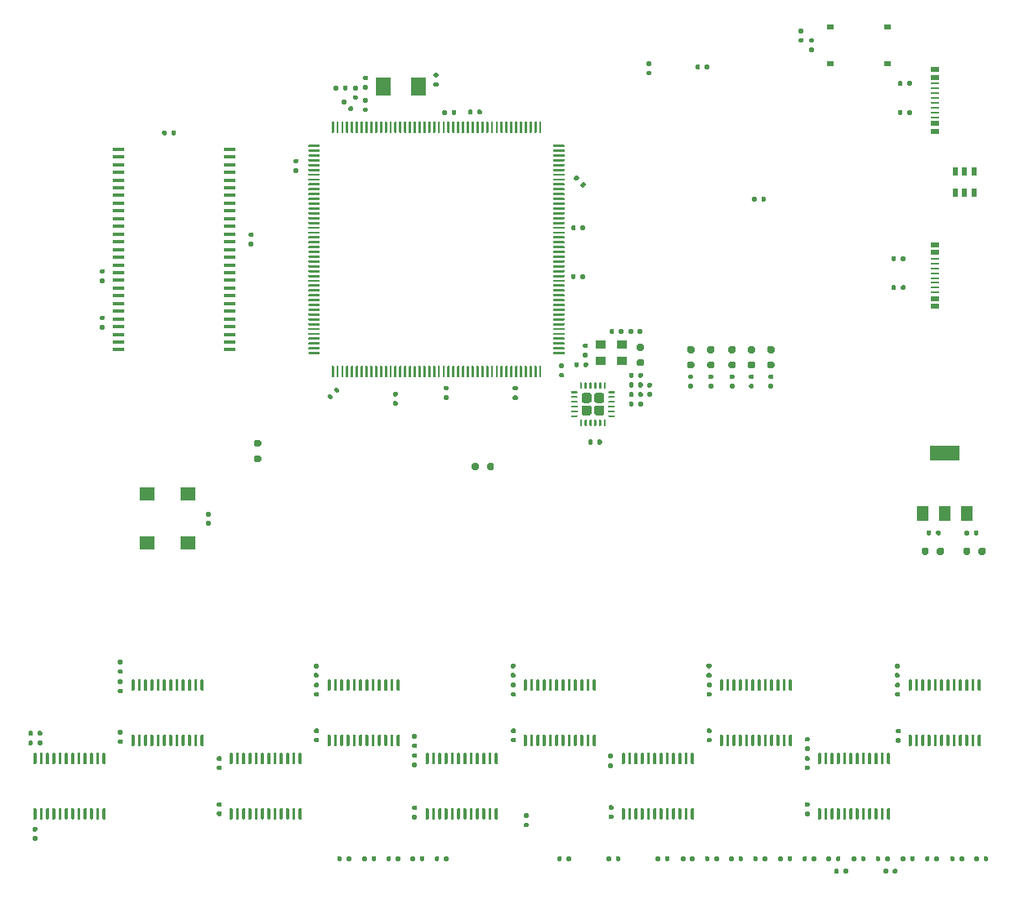
<source format=gtp>
%TF.GenerationSoftware,KiCad,Pcbnew,5.1.6*%
%TF.CreationDate,2020-09-22T14:19:40+02:00*%
%TF.ProjectId,ISASTM,49534153-544d-42e6-9b69-6361645f7063,rev?*%
%TF.SameCoordinates,Original*%
%TF.FileFunction,Paste,Top*%
%TF.FilePolarity,Positive*%
%FSLAX46Y46*%
G04 Gerber Fmt 4.6, Leading zero omitted, Abs format (unit mm)*
G04 Created by KiCad (PCBNEW 5.1.6) date 2020-09-22 14:19:40*
%MOMM*%
%LPD*%
G01*
G04 APERTURE LIST*
%ADD10R,1.120000X0.960000*%
%ADD11R,0.520000X0.848000*%
%ADD12R,0.800000X0.600000*%
%ADD13R,0.928000X0.240000*%
%ADD14R,0.928000X0.480000*%
%ADD15R,1.600000X1.440000*%
%ADD16R,1.200000X1.600000*%
%ADD17R,3.040000X1.600000*%
%ADD18R,1.600000X1.920000*%
%ADD19R,1.208000X0.366400*%
G04 APERTURE END LIST*
%TO.C,R49*%
G36*
G01*
X67778000Y-97911000D02*
X67502000Y-97911000D01*
G75*
G02*
X67384000Y-97793000I0J118000D01*
G01*
X67384000Y-97557000D01*
G75*
G02*
X67502000Y-97439000I118000J0D01*
G01*
X67778000Y-97439000D01*
G75*
G02*
X67896000Y-97557000I0J-118000D01*
G01*
X67896000Y-97793000D01*
G75*
G02*
X67778000Y-97911000I-118000J0D01*
G01*
G37*
G36*
G01*
X67778000Y-98881000D02*
X67502000Y-98881000D01*
G75*
G02*
X67384000Y-98763000I0J118000D01*
G01*
X67384000Y-98527000D01*
G75*
G02*
X67502000Y-98409000I118000J0D01*
G01*
X67778000Y-98409000D01*
G75*
G02*
X67896000Y-98527000I0J-118000D01*
G01*
X67896000Y-98763000D01*
G75*
G02*
X67778000Y-98881000I-118000J0D01*
G01*
G37*
%TD*%
%TO.C,C59*%
G36*
G01*
X106338000Y-89134000D02*
X106062000Y-89134000D01*
G75*
G02*
X105944000Y-89016000I0J118000D01*
G01*
X105944000Y-88780000D01*
G75*
G02*
X106062000Y-88662000I118000J0D01*
G01*
X106338000Y-88662000D01*
G75*
G02*
X106456000Y-88780000I0J-118000D01*
G01*
X106456000Y-89016000D01*
G75*
G02*
X106338000Y-89134000I-118000J0D01*
G01*
G37*
G36*
G01*
X106338000Y-90104000D02*
X106062000Y-90104000D01*
G75*
G02*
X105944000Y-89986000I0J118000D01*
G01*
X105944000Y-89750000D01*
G75*
G02*
X106062000Y-89632000I118000J0D01*
G01*
X106338000Y-89632000D01*
G75*
G02*
X106456000Y-89750000I0J-118000D01*
G01*
X106456000Y-89986000D01*
G75*
G02*
X106338000Y-90104000I-118000J0D01*
G01*
G37*
%TD*%
%TO.C,C58*%
G36*
G01*
X66160000Y-84857000D02*
X66436000Y-84857000D01*
G75*
G02*
X66554000Y-84975000I0J-118000D01*
G01*
X66554000Y-85211000D01*
G75*
G02*
X66436000Y-85329000I-118000J0D01*
G01*
X66160000Y-85329000D01*
G75*
G02*
X66042000Y-85211000I0J118000D01*
G01*
X66042000Y-84975000D01*
G75*
G02*
X66160000Y-84857000I118000J0D01*
G01*
G37*
G36*
G01*
X66160000Y-83887000D02*
X66436000Y-83887000D01*
G75*
G02*
X66554000Y-84005000I0J-118000D01*
G01*
X66554000Y-84241000D01*
G75*
G02*
X66436000Y-84359000I-118000J0D01*
G01*
X66160000Y-84359000D01*
G75*
G02*
X66042000Y-84241000I0J118000D01*
G01*
X66042000Y-84005000D01*
G75*
G02*
X66160000Y-83887000I118000J0D01*
G01*
G37*
%TD*%
%TO.C,C57*%
G36*
G01*
X96886000Y-96759000D02*
X96610000Y-96759000D01*
G75*
G02*
X96492000Y-96641000I0J118000D01*
G01*
X96492000Y-96405000D01*
G75*
G02*
X96610000Y-96287000I118000J0D01*
G01*
X96886000Y-96287000D01*
G75*
G02*
X97004000Y-96405000I0J-118000D01*
G01*
X97004000Y-96641000D01*
G75*
G02*
X96886000Y-96759000I-118000J0D01*
G01*
G37*
G36*
G01*
X96886000Y-97729000D02*
X96610000Y-97729000D01*
G75*
G02*
X96492000Y-97611000I0J118000D01*
G01*
X96492000Y-97375000D01*
G75*
G02*
X96610000Y-97257000I118000J0D01*
G01*
X96886000Y-97257000D01*
G75*
G02*
X97004000Y-97375000I0J-118000D01*
G01*
X97004000Y-97611000D01*
G75*
G02*
X96886000Y-97729000I-118000J0D01*
G01*
G37*
%TD*%
%TO.C,C56*%
G36*
G01*
X45785000Y-84857000D02*
X46061000Y-84857000D01*
G75*
G02*
X46179000Y-84975000I0J-118000D01*
G01*
X46179000Y-85211000D01*
G75*
G02*
X46061000Y-85329000I-118000J0D01*
G01*
X45785000Y-85329000D01*
G75*
G02*
X45667000Y-85211000I0J118000D01*
G01*
X45667000Y-84975000D01*
G75*
G02*
X45785000Y-84857000I118000J0D01*
G01*
G37*
G36*
G01*
X45785000Y-83887000D02*
X46061000Y-83887000D01*
G75*
G02*
X46179000Y-84005000I0J-118000D01*
G01*
X46179000Y-84241000D01*
G75*
G02*
X46061000Y-84359000I-118000J0D01*
G01*
X45785000Y-84359000D01*
G75*
G02*
X45667000Y-84241000I0J118000D01*
G01*
X45667000Y-84005000D01*
G75*
G02*
X45785000Y-83887000I118000J0D01*
G01*
G37*
%TD*%
%TO.C,C55*%
G36*
G01*
X86736000Y-89109000D02*
X86460000Y-89109000D01*
G75*
G02*
X86342000Y-88991000I0J118000D01*
G01*
X86342000Y-88755000D01*
G75*
G02*
X86460000Y-88637000I118000J0D01*
G01*
X86736000Y-88637000D01*
G75*
G02*
X86854000Y-88755000I0J-118000D01*
G01*
X86854000Y-88991000D01*
G75*
G02*
X86736000Y-89109000I-118000J0D01*
G01*
G37*
G36*
G01*
X86736000Y-90079000D02*
X86460000Y-90079000D01*
G75*
G02*
X86342000Y-89961000I0J118000D01*
G01*
X86342000Y-89725000D01*
G75*
G02*
X86460000Y-89607000I118000J0D01*
G01*
X86736000Y-89607000D01*
G75*
G02*
X86854000Y-89725000I0J-118000D01*
G01*
X86854000Y-89961000D01*
G75*
G02*
X86736000Y-90079000I-118000J0D01*
G01*
G37*
%TD*%
%TO.C,C54*%
G36*
G01*
X35710000Y-92482000D02*
X35986000Y-92482000D01*
G75*
G02*
X36104000Y-92600000I0J-118000D01*
G01*
X36104000Y-92836000D01*
G75*
G02*
X35986000Y-92954000I-118000J0D01*
G01*
X35710000Y-92954000D01*
G75*
G02*
X35592000Y-92836000I0J118000D01*
G01*
X35592000Y-92600000D01*
G75*
G02*
X35710000Y-92482000I118000J0D01*
G01*
G37*
G36*
G01*
X35710000Y-91512000D02*
X35986000Y-91512000D01*
G75*
G02*
X36104000Y-91630000I0J-118000D01*
G01*
X36104000Y-91866000D01*
G75*
G02*
X35986000Y-91984000I-118000J0D01*
G01*
X35710000Y-91984000D01*
G75*
G02*
X35592000Y-91866000I0J118000D01*
G01*
X35592000Y-91630000D01*
G75*
G02*
X35710000Y-91512000I118000J0D01*
G01*
G37*
%TD*%
%TO.C,C53*%
G36*
G01*
X76561000Y-97059000D02*
X76285000Y-97059000D01*
G75*
G02*
X76167000Y-96941000I0J118000D01*
G01*
X76167000Y-96705000D01*
G75*
G02*
X76285000Y-96587000I118000J0D01*
G01*
X76561000Y-96587000D01*
G75*
G02*
X76679000Y-96705000I0J-118000D01*
G01*
X76679000Y-96941000D01*
G75*
G02*
X76561000Y-97059000I-118000J0D01*
G01*
G37*
G36*
G01*
X76561000Y-98029000D02*
X76285000Y-98029000D01*
G75*
G02*
X76167000Y-97911000I0J118000D01*
G01*
X76167000Y-97675000D01*
G75*
G02*
X76285000Y-97557000I118000J0D01*
G01*
X76561000Y-97557000D01*
G75*
G02*
X76679000Y-97675000I0J-118000D01*
G01*
X76679000Y-97911000D01*
G75*
G02*
X76561000Y-98029000I-118000J0D01*
G01*
G37*
%TD*%
%TO.C,C52*%
G36*
G01*
X25460000Y-84507000D02*
X25736000Y-84507000D01*
G75*
G02*
X25854000Y-84625000I0J-118000D01*
G01*
X25854000Y-84861000D01*
G75*
G02*
X25736000Y-84979000I-118000J0D01*
G01*
X25460000Y-84979000D01*
G75*
G02*
X25342000Y-84861000I0J118000D01*
G01*
X25342000Y-84625000D01*
G75*
G02*
X25460000Y-84507000I118000J0D01*
G01*
G37*
G36*
G01*
X25460000Y-83537000D02*
X25736000Y-83537000D01*
G75*
G02*
X25854000Y-83655000I0J-118000D01*
G01*
X25854000Y-83891000D01*
G75*
G02*
X25736000Y-84009000I-118000J0D01*
G01*
X25460000Y-84009000D01*
G75*
G02*
X25342000Y-83891000I0J118000D01*
G01*
X25342000Y-83655000D01*
G75*
G02*
X25460000Y-83537000I118000J0D01*
G01*
G37*
%TD*%
%TO.C,C51*%
G36*
G01*
X56211000Y-97084000D02*
X55935000Y-97084000D01*
G75*
G02*
X55817000Y-96966000I0J118000D01*
G01*
X55817000Y-96730000D01*
G75*
G02*
X55935000Y-96612000I118000J0D01*
G01*
X56211000Y-96612000D01*
G75*
G02*
X56329000Y-96730000I0J-118000D01*
G01*
X56329000Y-96966000D01*
G75*
G02*
X56211000Y-97084000I-118000J0D01*
G01*
G37*
G36*
G01*
X56211000Y-98054000D02*
X55935000Y-98054000D01*
G75*
G02*
X55817000Y-97936000I0J118000D01*
G01*
X55817000Y-97700000D01*
G75*
G02*
X55935000Y-97582000I118000J0D01*
G01*
X56211000Y-97582000D01*
G75*
G02*
X56329000Y-97700000I0J-118000D01*
G01*
X56329000Y-97936000D01*
G75*
G02*
X56211000Y-98054000I-118000J0D01*
G01*
G37*
%TD*%
%TO.C,C50*%
G36*
G01*
X16524000Y-89995000D02*
X16524000Y-90271000D01*
G75*
G02*
X16406000Y-90389000I-118000J0D01*
G01*
X16170000Y-90389000D01*
G75*
G02*
X16052000Y-90271000I0J118000D01*
G01*
X16052000Y-89995000D01*
G75*
G02*
X16170000Y-89877000I118000J0D01*
G01*
X16406000Y-89877000D01*
G75*
G02*
X16524000Y-89995000I0J-118000D01*
G01*
G37*
G36*
G01*
X17494000Y-89995000D02*
X17494000Y-90271000D01*
G75*
G02*
X17376000Y-90389000I-118000J0D01*
G01*
X17140000Y-90389000D01*
G75*
G02*
X17022000Y-90271000I0J118000D01*
G01*
X17022000Y-89995000D01*
G75*
G02*
X17140000Y-89877000I118000J0D01*
G01*
X17376000Y-89877000D01*
G75*
G02*
X17494000Y-89995000I0J-118000D01*
G01*
G37*
%TD*%
%TO.C,C49*%
G36*
G01*
X46061000Y-89109000D02*
X45785000Y-89109000D01*
G75*
G02*
X45667000Y-88991000I0J118000D01*
G01*
X45667000Y-88755000D01*
G75*
G02*
X45785000Y-88637000I118000J0D01*
G01*
X46061000Y-88637000D01*
G75*
G02*
X46179000Y-88755000I0J-118000D01*
G01*
X46179000Y-88991000D01*
G75*
G02*
X46061000Y-89109000I-118000J0D01*
G01*
G37*
G36*
G01*
X46061000Y-90079000D02*
X45785000Y-90079000D01*
G75*
G02*
X45667000Y-89961000I0J118000D01*
G01*
X45667000Y-89725000D01*
G75*
G02*
X45785000Y-89607000I118000J0D01*
G01*
X46061000Y-89607000D01*
G75*
G02*
X46179000Y-89725000I0J-118000D01*
G01*
X46179000Y-89961000D01*
G75*
G02*
X46061000Y-90079000I-118000J0D01*
G01*
G37*
%TD*%
%TO.C,C48*%
G36*
G01*
X96610000Y-92482000D02*
X96886000Y-92482000D01*
G75*
G02*
X97004000Y-92600000I0J-118000D01*
G01*
X97004000Y-92836000D01*
G75*
G02*
X96886000Y-92954000I-118000J0D01*
G01*
X96610000Y-92954000D01*
G75*
G02*
X96492000Y-92836000I0J118000D01*
G01*
X96492000Y-92600000D01*
G75*
G02*
X96610000Y-92482000I118000J0D01*
G01*
G37*
G36*
G01*
X96610000Y-91512000D02*
X96886000Y-91512000D01*
G75*
G02*
X97004000Y-91630000I0J-118000D01*
G01*
X97004000Y-91866000D01*
G75*
G02*
X96886000Y-91984000I-118000J0D01*
G01*
X96610000Y-91984000D01*
G75*
G02*
X96492000Y-91866000I0J118000D01*
G01*
X96492000Y-91630000D01*
G75*
G02*
X96610000Y-91512000I118000J0D01*
G01*
G37*
%TD*%
%TO.C,C47*%
G36*
G01*
X66461000Y-89109000D02*
X66185000Y-89109000D01*
G75*
G02*
X66067000Y-88991000I0J118000D01*
G01*
X66067000Y-88755000D01*
G75*
G02*
X66185000Y-88637000I118000J0D01*
G01*
X66461000Y-88637000D01*
G75*
G02*
X66579000Y-88755000I0J-118000D01*
G01*
X66579000Y-88991000D01*
G75*
G02*
X66461000Y-89109000I-118000J0D01*
G01*
G37*
G36*
G01*
X66461000Y-90079000D02*
X66185000Y-90079000D01*
G75*
G02*
X66067000Y-89961000I0J118000D01*
G01*
X66067000Y-89725000D01*
G75*
G02*
X66185000Y-89607000I118000J0D01*
G01*
X66461000Y-89607000D01*
G75*
G02*
X66579000Y-89725000I0J-118000D01*
G01*
X66579000Y-89961000D01*
G75*
G02*
X66461000Y-90079000I-118000J0D01*
G01*
G37*
%TD*%
%TO.C,C46*%
G36*
G01*
X49016511Y-23729349D02*
X48821350Y-23924511D01*
G75*
G02*
X48654472Y-23924511I-83439J83439D01*
G01*
X48487595Y-23757634D01*
G75*
G02*
X48487595Y-23590756I83439J83439D01*
G01*
X48682756Y-23395595D01*
G75*
G02*
X48849634Y-23395595I83439J-83439D01*
G01*
X49016511Y-23562472D01*
G75*
G02*
X49016511Y-23729350I-83439J-83439D01*
G01*
G37*
G36*
G01*
X49702405Y-24415243D02*
X49507244Y-24610405D01*
G75*
G02*
X49340366Y-24610405I-83439J83439D01*
G01*
X49173489Y-24443528D01*
G75*
G02*
X49173489Y-24276650I83439J83439D01*
G01*
X49368650Y-24081489D01*
G75*
G02*
X49535528Y-24081489I83439J-83439D01*
G01*
X49702405Y-24248366D01*
G75*
G02*
X49702405Y-24415244I-83439J-83439D01*
G01*
G37*
%TD*%
%TO.C,C45*%
G36*
G01*
X35986000Y-96734000D02*
X35710000Y-96734000D01*
G75*
G02*
X35592000Y-96616000I0J118000D01*
G01*
X35592000Y-96380000D01*
G75*
G02*
X35710000Y-96262000I118000J0D01*
G01*
X35986000Y-96262000D01*
G75*
G02*
X36104000Y-96380000I0J-118000D01*
G01*
X36104000Y-96616000D01*
G75*
G02*
X35986000Y-96734000I-118000J0D01*
G01*
G37*
G36*
G01*
X35986000Y-97704000D02*
X35710000Y-97704000D01*
G75*
G02*
X35592000Y-97586000I0J118000D01*
G01*
X35592000Y-97350000D01*
G75*
G02*
X35710000Y-97232000I118000J0D01*
G01*
X35986000Y-97232000D01*
G75*
G02*
X36104000Y-97350000I0J-118000D01*
G01*
X36104000Y-97586000D01*
G75*
G02*
X35986000Y-97704000I-118000J0D01*
G01*
G37*
%TD*%
%TO.C,C44*%
G36*
G01*
X59919000Y-24866000D02*
X59919000Y-24590000D01*
G75*
G02*
X60037000Y-24472000I118000J0D01*
G01*
X60273000Y-24472000D01*
G75*
G02*
X60391000Y-24590000I0J-118000D01*
G01*
X60391000Y-24866000D01*
G75*
G02*
X60273000Y-24984000I-118000J0D01*
G01*
X60037000Y-24984000D01*
G75*
G02*
X59919000Y-24866000I0J118000D01*
G01*
G37*
G36*
G01*
X58949000Y-24866000D02*
X58949000Y-24590000D01*
G75*
G02*
X59067000Y-24472000I118000J0D01*
G01*
X59303000Y-24472000D01*
G75*
G02*
X59421000Y-24590000I0J-118000D01*
G01*
X59421000Y-24866000D01*
G75*
G02*
X59303000Y-24984000I-118000J0D01*
G01*
X59067000Y-24984000D01*
G75*
G02*
X58949000Y-24866000I0J118000D01*
G01*
G37*
%TD*%
%TO.C,C43*%
G36*
G01*
X25736000Y-89251000D02*
X25460000Y-89251000D01*
G75*
G02*
X25342000Y-89133000I0J118000D01*
G01*
X25342000Y-88897000D01*
G75*
G02*
X25460000Y-88779000I118000J0D01*
G01*
X25736000Y-88779000D01*
G75*
G02*
X25854000Y-88897000I0J-118000D01*
G01*
X25854000Y-89133000D01*
G75*
G02*
X25736000Y-89251000I-118000J0D01*
G01*
G37*
G36*
G01*
X25736000Y-90221000D02*
X25460000Y-90221000D01*
G75*
G02*
X25342000Y-90103000I0J118000D01*
G01*
X25342000Y-89867000D01*
G75*
G02*
X25460000Y-89749000I118000J0D01*
G01*
X25736000Y-89749000D01*
G75*
G02*
X25854000Y-89867000I0J-118000D01*
G01*
X25854000Y-90103000D01*
G75*
G02*
X25736000Y-90221000I-118000J0D01*
G01*
G37*
%TD*%
%TO.C,C42*%
G36*
G01*
X62569000Y-24838000D02*
X62569000Y-24562000D01*
G75*
G02*
X62687000Y-24444000I118000J0D01*
G01*
X62923000Y-24444000D01*
G75*
G02*
X63041000Y-24562000I0J-118000D01*
G01*
X63041000Y-24838000D01*
G75*
G02*
X62923000Y-24956000I-118000J0D01*
G01*
X62687000Y-24956000D01*
G75*
G02*
X62569000Y-24838000I0J118000D01*
G01*
G37*
G36*
G01*
X61599000Y-24838000D02*
X61599000Y-24562000D01*
G75*
G02*
X61717000Y-24444000I118000J0D01*
G01*
X61953000Y-24444000D01*
G75*
G02*
X62071000Y-24562000I0J-118000D01*
G01*
X62071000Y-24838000D01*
G75*
G02*
X61953000Y-24956000I-118000J0D01*
G01*
X61717000Y-24956000D01*
G75*
G02*
X61599000Y-24838000I0J118000D01*
G01*
G37*
%TD*%
%TO.C,C41*%
G36*
G01*
X16610000Y-99807000D02*
X16886000Y-99807000D01*
G75*
G02*
X17004000Y-99925000I0J-118000D01*
G01*
X17004000Y-100161000D01*
G75*
G02*
X16886000Y-100279000I-118000J0D01*
G01*
X16610000Y-100279000D01*
G75*
G02*
X16492000Y-100161000I0J118000D01*
G01*
X16492000Y-99925000D01*
G75*
G02*
X16610000Y-99807000I118000J0D01*
G01*
G37*
G36*
G01*
X16610000Y-98837000D02*
X16886000Y-98837000D01*
G75*
G02*
X17004000Y-98955000I0J-118000D01*
G01*
X17004000Y-99191000D01*
G75*
G02*
X16886000Y-99309000I-118000J0D01*
G01*
X16610000Y-99309000D01*
G75*
G02*
X16492000Y-99191000I0J118000D01*
G01*
X16492000Y-98955000D01*
G75*
G02*
X16610000Y-98837000I118000J0D01*
G01*
G37*
%TD*%
%TO.C,C40*%
G36*
G01*
X73269000Y-36838000D02*
X73269000Y-36562000D01*
G75*
G02*
X73387000Y-36444000I118000J0D01*
G01*
X73623000Y-36444000D01*
G75*
G02*
X73741000Y-36562000I0J-118000D01*
G01*
X73741000Y-36838000D01*
G75*
G02*
X73623000Y-36956000I-118000J0D01*
G01*
X73387000Y-36956000D01*
G75*
G02*
X73269000Y-36838000I0J118000D01*
G01*
G37*
G36*
G01*
X72299000Y-36838000D02*
X72299000Y-36562000D01*
G75*
G02*
X72417000Y-36444000I118000J0D01*
G01*
X72653000Y-36444000D01*
G75*
G02*
X72771000Y-36562000I0J-118000D01*
G01*
X72771000Y-36838000D01*
G75*
G02*
X72653000Y-36956000I-118000J0D01*
G01*
X72417000Y-36956000D01*
G75*
G02*
X72299000Y-36838000I0J118000D01*
G01*
G37*
%TD*%
D10*
%TO.C,Y1*%
X77550000Y-50520000D03*
X75350000Y-50520000D03*
X75350000Y-48820000D03*
X77550000Y-48820000D03*
%TD*%
%TO.C,U15*%
G36*
G01*
X72282500Y-53795000D02*
X72282500Y-53695000D01*
G75*
G02*
X72332500Y-53645000I50000J0D01*
G01*
X72892500Y-53645000D01*
G75*
G02*
X72942500Y-53695000I0J-50000D01*
G01*
X72942500Y-53795000D01*
G75*
G02*
X72892500Y-53845000I-50000J0D01*
G01*
X72332500Y-53845000D01*
G75*
G02*
X72282500Y-53795000I0J50000D01*
G01*
G37*
G36*
G01*
X72282500Y-54295000D02*
X72282500Y-54195000D01*
G75*
G02*
X72332500Y-54145000I50000J0D01*
G01*
X72892500Y-54145000D01*
G75*
G02*
X72942500Y-54195000I0J-50000D01*
G01*
X72942500Y-54295000D01*
G75*
G02*
X72892500Y-54345000I-50000J0D01*
G01*
X72332500Y-54345000D01*
G75*
G02*
X72282500Y-54295000I0J50000D01*
G01*
G37*
G36*
G01*
X72282500Y-54795000D02*
X72282500Y-54695000D01*
G75*
G02*
X72332500Y-54645000I50000J0D01*
G01*
X72892500Y-54645000D01*
G75*
G02*
X72942500Y-54695000I0J-50000D01*
G01*
X72942500Y-54795000D01*
G75*
G02*
X72892500Y-54845000I-50000J0D01*
G01*
X72332500Y-54845000D01*
G75*
G02*
X72282500Y-54795000I0J50000D01*
G01*
G37*
G36*
G01*
X72282500Y-55295000D02*
X72282500Y-55195000D01*
G75*
G02*
X72332500Y-55145000I50000J0D01*
G01*
X72892500Y-55145000D01*
G75*
G02*
X72942500Y-55195000I0J-50000D01*
G01*
X72942500Y-55295000D01*
G75*
G02*
X72892500Y-55345000I-50000J0D01*
G01*
X72332500Y-55345000D01*
G75*
G02*
X72282500Y-55295000I0J50000D01*
G01*
G37*
G36*
G01*
X72282500Y-55795000D02*
X72282500Y-55695000D01*
G75*
G02*
X72332500Y-55645000I50000J0D01*
G01*
X72892500Y-55645000D01*
G75*
G02*
X72942500Y-55695000I0J-50000D01*
G01*
X72942500Y-55795000D01*
G75*
G02*
X72892500Y-55845000I-50000J0D01*
G01*
X72332500Y-55845000D01*
G75*
G02*
X72282500Y-55795000I0J50000D01*
G01*
G37*
G36*
G01*
X72282500Y-56295000D02*
X72282500Y-56195000D01*
G75*
G02*
X72332500Y-56145000I50000J0D01*
G01*
X72892500Y-56145000D01*
G75*
G02*
X72942500Y-56195000I0J-50000D01*
G01*
X72942500Y-56295000D01*
G75*
G02*
X72892500Y-56345000I-50000J0D01*
G01*
X72332500Y-56345000D01*
G75*
G02*
X72282500Y-56295000I0J50000D01*
G01*
G37*
G36*
G01*
X73200000Y-57212500D02*
X73200000Y-56652500D01*
G75*
G02*
X73250000Y-56602500I50000J0D01*
G01*
X73350000Y-56602500D01*
G75*
G02*
X73400000Y-56652500I0J-50000D01*
G01*
X73400000Y-57212500D01*
G75*
G02*
X73350000Y-57262500I-50000J0D01*
G01*
X73250000Y-57262500D01*
G75*
G02*
X73200000Y-57212500I0J50000D01*
G01*
G37*
G36*
G01*
X73700000Y-57212500D02*
X73700000Y-56652500D01*
G75*
G02*
X73750000Y-56602500I50000J0D01*
G01*
X73850000Y-56602500D01*
G75*
G02*
X73900000Y-56652500I0J-50000D01*
G01*
X73900000Y-57212500D01*
G75*
G02*
X73850000Y-57262500I-50000J0D01*
G01*
X73750000Y-57262500D01*
G75*
G02*
X73700000Y-57212500I0J50000D01*
G01*
G37*
G36*
G01*
X74200000Y-57212500D02*
X74200000Y-56652500D01*
G75*
G02*
X74250000Y-56602500I50000J0D01*
G01*
X74350000Y-56602500D01*
G75*
G02*
X74400000Y-56652500I0J-50000D01*
G01*
X74400000Y-57212500D01*
G75*
G02*
X74350000Y-57262500I-50000J0D01*
G01*
X74250000Y-57262500D01*
G75*
G02*
X74200000Y-57212500I0J50000D01*
G01*
G37*
G36*
G01*
X74700000Y-57212500D02*
X74700000Y-56652500D01*
G75*
G02*
X74750000Y-56602500I50000J0D01*
G01*
X74850000Y-56602500D01*
G75*
G02*
X74900000Y-56652500I0J-50000D01*
G01*
X74900000Y-57212500D01*
G75*
G02*
X74850000Y-57262500I-50000J0D01*
G01*
X74750000Y-57262500D01*
G75*
G02*
X74700000Y-57212500I0J50000D01*
G01*
G37*
G36*
G01*
X75200000Y-57212500D02*
X75200000Y-56652500D01*
G75*
G02*
X75250000Y-56602500I50000J0D01*
G01*
X75350000Y-56602500D01*
G75*
G02*
X75400000Y-56652500I0J-50000D01*
G01*
X75400000Y-57212500D01*
G75*
G02*
X75350000Y-57262500I-50000J0D01*
G01*
X75250000Y-57262500D01*
G75*
G02*
X75200000Y-57212500I0J50000D01*
G01*
G37*
G36*
G01*
X75700000Y-57212500D02*
X75700000Y-56652500D01*
G75*
G02*
X75750000Y-56602500I50000J0D01*
G01*
X75850000Y-56602500D01*
G75*
G02*
X75900000Y-56652500I0J-50000D01*
G01*
X75900000Y-57212500D01*
G75*
G02*
X75850000Y-57262500I-50000J0D01*
G01*
X75750000Y-57262500D01*
G75*
G02*
X75700000Y-57212500I0J50000D01*
G01*
G37*
G36*
G01*
X76157500Y-56295000D02*
X76157500Y-56195000D01*
G75*
G02*
X76207500Y-56145000I50000J0D01*
G01*
X76767500Y-56145000D01*
G75*
G02*
X76817500Y-56195000I0J-50000D01*
G01*
X76817500Y-56295000D01*
G75*
G02*
X76767500Y-56345000I-50000J0D01*
G01*
X76207500Y-56345000D01*
G75*
G02*
X76157500Y-56295000I0J50000D01*
G01*
G37*
G36*
G01*
X76157500Y-55795000D02*
X76157500Y-55695000D01*
G75*
G02*
X76207500Y-55645000I50000J0D01*
G01*
X76767500Y-55645000D01*
G75*
G02*
X76817500Y-55695000I0J-50000D01*
G01*
X76817500Y-55795000D01*
G75*
G02*
X76767500Y-55845000I-50000J0D01*
G01*
X76207500Y-55845000D01*
G75*
G02*
X76157500Y-55795000I0J50000D01*
G01*
G37*
G36*
G01*
X76157500Y-55295000D02*
X76157500Y-55195000D01*
G75*
G02*
X76207500Y-55145000I50000J0D01*
G01*
X76767500Y-55145000D01*
G75*
G02*
X76817500Y-55195000I0J-50000D01*
G01*
X76817500Y-55295000D01*
G75*
G02*
X76767500Y-55345000I-50000J0D01*
G01*
X76207500Y-55345000D01*
G75*
G02*
X76157500Y-55295000I0J50000D01*
G01*
G37*
G36*
G01*
X76157500Y-54795000D02*
X76157500Y-54695000D01*
G75*
G02*
X76207500Y-54645000I50000J0D01*
G01*
X76767500Y-54645000D01*
G75*
G02*
X76817500Y-54695000I0J-50000D01*
G01*
X76817500Y-54795000D01*
G75*
G02*
X76767500Y-54845000I-50000J0D01*
G01*
X76207500Y-54845000D01*
G75*
G02*
X76157500Y-54795000I0J50000D01*
G01*
G37*
G36*
G01*
X76157500Y-54295000D02*
X76157500Y-54195000D01*
G75*
G02*
X76207500Y-54145000I50000J0D01*
G01*
X76767500Y-54145000D01*
G75*
G02*
X76817500Y-54195000I0J-50000D01*
G01*
X76817500Y-54295000D01*
G75*
G02*
X76767500Y-54345000I-50000J0D01*
G01*
X76207500Y-54345000D01*
G75*
G02*
X76157500Y-54295000I0J50000D01*
G01*
G37*
G36*
G01*
X76157500Y-53795000D02*
X76157500Y-53695000D01*
G75*
G02*
X76207500Y-53645000I50000J0D01*
G01*
X76767500Y-53645000D01*
G75*
G02*
X76817500Y-53695000I0J-50000D01*
G01*
X76817500Y-53795000D01*
G75*
G02*
X76767500Y-53845000I-50000J0D01*
G01*
X76207500Y-53845000D01*
G75*
G02*
X76157500Y-53795000I0J50000D01*
G01*
G37*
G36*
G01*
X75700000Y-53337500D02*
X75700000Y-52777500D01*
G75*
G02*
X75750000Y-52727500I50000J0D01*
G01*
X75850000Y-52727500D01*
G75*
G02*
X75900000Y-52777500I0J-50000D01*
G01*
X75900000Y-53337500D01*
G75*
G02*
X75850000Y-53387500I-50000J0D01*
G01*
X75750000Y-53387500D01*
G75*
G02*
X75700000Y-53337500I0J50000D01*
G01*
G37*
G36*
G01*
X75200000Y-53337500D02*
X75200000Y-52777500D01*
G75*
G02*
X75250000Y-52727500I50000J0D01*
G01*
X75350000Y-52727500D01*
G75*
G02*
X75400000Y-52777500I0J-50000D01*
G01*
X75400000Y-53337500D01*
G75*
G02*
X75350000Y-53387500I-50000J0D01*
G01*
X75250000Y-53387500D01*
G75*
G02*
X75200000Y-53337500I0J50000D01*
G01*
G37*
G36*
G01*
X74700000Y-53337500D02*
X74700000Y-52777500D01*
G75*
G02*
X74750000Y-52727500I50000J0D01*
G01*
X74850000Y-52727500D01*
G75*
G02*
X74900000Y-52777500I0J-50000D01*
G01*
X74900000Y-53337500D01*
G75*
G02*
X74850000Y-53387500I-50000J0D01*
G01*
X74750000Y-53387500D01*
G75*
G02*
X74700000Y-53337500I0J50000D01*
G01*
G37*
G36*
G01*
X74200000Y-53337500D02*
X74200000Y-52777500D01*
G75*
G02*
X74250000Y-52727500I50000J0D01*
G01*
X74350000Y-52727500D01*
G75*
G02*
X74400000Y-52777500I0J-50000D01*
G01*
X74400000Y-53337500D01*
G75*
G02*
X74350000Y-53387500I-50000J0D01*
G01*
X74250000Y-53387500D01*
G75*
G02*
X74200000Y-53337500I0J50000D01*
G01*
G37*
G36*
G01*
X73700000Y-53337500D02*
X73700000Y-52777500D01*
G75*
G02*
X73750000Y-52727500I50000J0D01*
G01*
X73850000Y-52727500D01*
G75*
G02*
X73900000Y-52777500I0J-50000D01*
G01*
X73900000Y-53337500D01*
G75*
G02*
X73850000Y-53387500I-50000J0D01*
G01*
X73750000Y-53387500D01*
G75*
G02*
X73700000Y-53337500I0J50000D01*
G01*
G37*
G36*
G01*
X73200000Y-53337500D02*
X73200000Y-52777500D01*
G75*
G02*
X73250000Y-52727500I50000J0D01*
G01*
X73350000Y-52727500D01*
G75*
G02*
X73400000Y-52777500I0J-50000D01*
G01*
X73400000Y-53337500D01*
G75*
G02*
X73350000Y-53387500I-50000J0D01*
G01*
X73250000Y-53387500D01*
G75*
G02*
X73200000Y-53337500I0J50000D01*
G01*
G37*
G36*
G01*
X73375000Y-54620001D02*
X73375000Y-54069999D01*
G75*
G02*
X73624999Y-53820000I249999J0D01*
G01*
X74175001Y-53820000D01*
G75*
G02*
X74425000Y-54069999I0J-249999D01*
G01*
X74425000Y-54620001D01*
G75*
G02*
X74175001Y-54870000I-249999J0D01*
G01*
X73624999Y-54870000D01*
G75*
G02*
X73375000Y-54620001I0J249999D01*
G01*
G37*
G36*
G01*
X73375000Y-55920001D02*
X73375000Y-55369999D01*
G75*
G02*
X73624999Y-55120000I249999J0D01*
G01*
X74175001Y-55120000D01*
G75*
G02*
X74425000Y-55369999I0J-249999D01*
G01*
X74425000Y-55920001D01*
G75*
G02*
X74175001Y-56170000I-249999J0D01*
G01*
X73624999Y-56170000D01*
G75*
G02*
X73375000Y-55920001I0J249999D01*
G01*
G37*
G36*
G01*
X74675000Y-54620001D02*
X74675000Y-54069999D01*
G75*
G02*
X74924999Y-53820000I249999J0D01*
G01*
X75475001Y-53820000D01*
G75*
G02*
X75725000Y-54069999I0J-249999D01*
G01*
X75725000Y-54620001D01*
G75*
G02*
X75475001Y-54870000I-249999J0D01*
G01*
X74924999Y-54870000D01*
G75*
G02*
X74675000Y-54620001I0J249999D01*
G01*
G37*
G36*
G01*
X74675000Y-55920001D02*
X74675000Y-55369999D01*
G75*
G02*
X74924999Y-55120000I249999J0D01*
G01*
X75475001Y-55120000D01*
G75*
G02*
X75725000Y-55369999I0J-249999D01*
G01*
X75725000Y-55920001D01*
G75*
G02*
X75475001Y-56170000I-249999J0D01*
G01*
X74924999Y-56170000D01*
G75*
G02*
X74675000Y-55920001I0J249999D01*
G01*
G37*
%TD*%
D11*
%TO.C,U14*%
X113073000Y-33033000D03*
X114023000Y-33033000D03*
X112123000Y-33033000D03*
X112123000Y-30833000D03*
X113073000Y-30833000D03*
X114023000Y-30833000D03*
%TD*%
D12*
%TO.C,SW1*%
X99108000Y-19655000D03*
X99108000Y-15905000D03*
X105108000Y-15905000D03*
X105108000Y-19655000D03*
%TD*%
%TO.C,R48*%
G36*
G01*
X25711000Y-81984000D02*
X25435000Y-81984000D01*
G75*
G02*
X25317000Y-81866000I0J118000D01*
G01*
X25317000Y-81630000D01*
G75*
G02*
X25435000Y-81512000I118000J0D01*
G01*
X25711000Y-81512000D01*
G75*
G02*
X25829000Y-81630000I0J-118000D01*
G01*
X25829000Y-81866000D01*
G75*
G02*
X25711000Y-81984000I-118000J0D01*
G01*
G37*
G36*
G01*
X25711000Y-82954000D02*
X25435000Y-82954000D01*
G75*
G02*
X25317000Y-82836000I0J118000D01*
G01*
X25317000Y-82600000D01*
G75*
G02*
X25435000Y-82482000I118000J0D01*
G01*
X25711000Y-82482000D01*
G75*
G02*
X25829000Y-82600000I0J-118000D01*
G01*
X25829000Y-82836000D01*
G75*
G02*
X25711000Y-82954000I-118000J0D01*
G01*
G37*
%TD*%
%TO.C,R47*%
G36*
G01*
X106211000Y-82384000D02*
X105935000Y-82384000D01*
G75*
G02*
X105817000Y-82266000I0J118000D01*
G01*
X105817000Y-82030000D01*
G75*
G02*
X105935000Y-81912000I118000J0D01*
G01*
X106211000Y-81912000D01*
G75*
G02*
X106329000Y-82030000I0J-118000D01*
G01*
X106329000Y-82266000D01*
G75*
G02*
X106211000Y-82384000I-118000J0D01*
G01*
G37*
G36*
G01*
X106211000Y-83354000D02*
X105935000Y-83354000D01*
G75*
G02*
X105817000Y-83236000I0J118000D01*
G01*
X105817000Y-83000000D01*
G75*
G02*
X105935000Y-82882000I118000J0D01*
G01*
X106211000Y-82882000D01*
G75*
G02*
X106329000Y-83000000I0J-118000D01*
G01*
X106329000Y-83236000D01*
G75*
G02*
X106211000Y-83354000I-118000J0D01*
G01*
G37*
%TD*%
%TO.C,R46*%
G36*
G01*
X46011000Y-82384000D02*
X45735000Y-82384000D01*
G75*
G02*
X45617000Y-82266000I0J118000D01*
G01*
X45617000Y-82030000D01*
G75*
G02*
X45735000Y-81912000I118000J0D01*
G01*
X46011000Y-81912000D01*
G75*
G02*
X46129000Y-82030000I0J-118000D01*
G01*
X46129000Y-82266000D01*
G75*
G02*
X46011000Y-82384000I-118000J0D01*
G01*
G37*
G36*
G01*
X46011000Y-83354000D02*
X45735000Y-83354000D01*
G75*
G02*
X45617000Y-83236000I0J118000D01*
G01*
X45617000Y-83000000D01*
G75*
G02*
X45735000Y-82882000I118000J0D01*
G01*
X46011000Y-82882000D01*
G75*
G02*
X46129000Y-83000000I0J-118000D01*
G01*
X46129000Y-83236000D01*
G75*
G02*
X46011000Y-83354000I-118000J0D01*
G01*
G37*
%TD*%
%TO.C,R45*%
G36*
G01*
X17022000Y-89271000D02*
X17022000Y-88995000D01*
G75*
G02*
X17140000Y-88877000I118000J0D01*
G01*
X17376000Y-88877000D01*
G75*
G02*
X17494000Y-88995000I0J-118000D01*
G01*
X17494000Y-89271000D01*
G75*
G02*
X17376000Y-89389000I-118000J0D01*
G01*
X17140000Y-89389000D01*
G75*
G02*
X17022000Y-89271000I0J118000D01*
G01*
G37*
G36*
G01*
X16052000Y-89271000D02*
X16052000Y-88995000D01*
G75*
G02*
X16170000Y-88877000I118000J0D01*
G01*
X16406000Y-88877000D01*
G75*
G02*
X16524000Y-88995000I0J-118000D01*
G01*
X16524000Y-89271000D01*
G75*
G02*
X16406000Y-89389000I-118000J0D01*
G01*
X16170000Y-89389000D01*
G75*
G02*
X16052000Y-89271000I0J118000D01*
G01*
G37*
%TD*%
%TO.C,R44*%
G36*
G01*
X66411000Y-82384000D02*
X66135000Y-82384000D01*
G75*
G02*
X66017000Y-82266000I0J118000D01*
G01*
X66017000Y-82030000D01*
G75*
G02*
X66135000Y-81912000I118000J0D01*
G01*
X66411000Y-81912000D01*
G75*
G02*
X66529000Y-82030000I0J-118000D01*
G01*
X66529000Y-82266000D01*
G75*
G02*
X66411000Y-82384000I-118000J0D01*
G01*
G37*
G36*
G01*
X66411000Y-83354000D02*
X66135000Y-83354000D01*
G75*
G02*
X66017000Y-83236000I0J118000D01*
G01*
X66017000Y-83000000D01*
G75*
G02*
X66135000Y-82882000I118000J0D01*
G01*
X66411000Y-82882000D01*
G75*
G02*
X66529000Y-83000000I0J-118000D01*
G01*
X66529000Y-83236000D01*
G75*
G02*
X66411000Y-83354000I-118000J0D01*
G01*
G37*
%TD*%
%TO.C,R43*%
G36*
G01*
X86711000Y-82384000D02*
X86435000Y-82384000D01*
G75*
G02*
X86317000Y-82266000I0J118000D01*
G01*
X86317000Y-82030000D01*
G75*
G02*
X86435000Y-81912000I118000J0D01*
G01*
X86711000Y-81912000D01*
G75*
G02*
X86829000Y-82030000I0J-118000D01*
G01*
X86829000Y-82266000D01*
G75*
G02*
X86711000Y-82384000I-118000J0D01*
G01*
G37*
G36*
G01*
X86711000Y-83354000D02*
X86435000Y-83354000D01*
G75*
G02*
X86317000Y-83236000I0J118000D01*
G01*
X86317000Y-83000000D01*
G75*
G02*
X86435000Y-82882000I118000J0D01*
G01*
X86711000Y-82882000D01*
G75*
G02*
X86829000Y-83000000I0J-118000D01*
G01*
X86829000Y-83236000D01*
G75*
G02*
X86711000Y-83354000I-118000J0D01*
G01*
G37*
%TD*%
%TO.C,R42*%
G36*
G01*
X56211000Y-89684000D02*
X55935000Y-89684000D01*
G75*
G02*
X55817000Y-89566000I0J118000D01*
G01*
X55817000Y-89330000D01*
G75*
G02*
X55935000Y-89212000I118000J0D01*
G01*
X56211000Y-89212000D01*
G75*
G02*
X56329000Y-89330000I0J-118000D01*
G01*
X56329000Y-89566000D01*
G75*
G02*
X56211000Y-89684000I-118000J0D01*
G01*
G37*
G36*
G01*
X56211000Y-90654000D02*
X55935000Y-90654000D01*
G75*
G02*
X55817000Y-90536000I0J118000D01*
G01*
X55817000Y-90300000D01*
G75*
G02*
X55935000Y-90182000I118000J0D01*
G01*
X56211000Y-90182000D01*
G75*
G02*
X56329000Y-90300000I0J-118000D01*
G01*
X56329000Y-90536000D01*
G75*
G02*
X56211000Y-90654000I-118000J0D01*
G01*
G37*
%TD*%
%TO.C,R41*%
G36*
G01*
X96911000Y-89984000D02*
X96635000Y-89984000D01*
G75*
G02*
X96517000Y-89866000I0J118000D01*
G01*
X96517000Y-89630000D01*
G75*
G02*
X96635000Y-89512000I118000J0D01*
G01*
X96911000Y-89512000D01*
G75*
G02*
X97029000Y-89630000I0J-118000D01*
G01*
X97029000Y-89866000D01*
G75*
G02*
X96911000Y-89984000I-118000J0D01*
G01*
G37*
G36*
G01*
X96911000Y-90954000D02*
X96635000Y-90954000D01*
G75*
G02*
X96517000Y-90836000I0J118000D01*
G01*
X96517000Y-90600000D01*
G75*
G02*
X96635000Y-90482000I118000J0D01*
G01*
X96911000Y-90482000D01*
G75*
G02*
X97029000Y-90600000I0J-118000D01*
G01*
X97029000Y-90836000D01*
G75*
G02*
X96911000Y-90954000I-118000J0D01*
G01*
G37*
%TD*%
%TO.C,R40*%
G36*
G01*
X89124000Y-101995000D02*
X89124000Y-102271000D01*
G75*
G02*
X89006000Y-102389000I-118000J0D01*
G01*
X88770000Y-102389000D01*
G75*
G02*
X88652000Y-102271000I0J118000D01*
G01*
X88652000Y-101995000D01*
G75*
G02*
X88770000Y-101877000I118000J0D01*
G01*
X89006000Y-101877000D01*
G75*
G02*
X89124000Y-101995000I0J-118000D01*
G01*
G37*
G36*
G01*
X90094000Y-101995000D02*
X90094000Y-102271000D01*
G75*
G02*
X89976000Y-102389000I-118000J0D01*
G01*
X89740000Y-102389000D01*
G75*
G02*
X89622000Y-102271000I0J118000D01*
G01*
X89622000Y-101995000D01*
G75*
G02*
X89740000Y-101877000I118000J0D01*
G01*
X89976000Y-101877000D01*
G75*
G02*
X90094000Y-101995000I0J-118000D01*
G01*
G37*
%TD*%
%TO.C,R39*%
G36*
G01*
X86624000Y-101995000D02*
X86624000Y-102271000D01*
G75*
G02*
X86506000Y-102389000I-118000J0D01*
G01*
X86270000Y-102389000D01*
G75*
G02*
X86152000Y-102271000I0J118000D01*
G01*
X86152000Y-101995000D01*
G75*
G02*
X86270000Y-101877000I118000J0D01*
G01*
X86506000Y-101877000D01*
G75*
G02*
X86624000Y-101995000I0J-118000D01*
G01*
G37*
G36*
G01*
X87594000Y-101995000D02*
X87594000Y-102271000D01*
G75*
G02*
X87476000Y-102389000I-118000J0D01*
G01*
X87240000Y-102389000D01*
G75*
G02*
X87122000Y-102271000I0J118000D01*
G01*
X87122000Y-101995000D01*
G75*
G02*
X87240000Y-101877000I118000J0D01*
G01*
X87476000Y-101877000D01*
G75*
G02*
X87594000Y-101995000I0J-118000D01*
G01*
G37*
%TD*%
%TO.C,R38*%
G36*
G01*
X84124000Y-101995000D02*
X84124000Y-102271000D01*
G75*
G02*
X84006000Y-102389000I-118000J0D01*
G01*
X83770000Y-102389000D01*
G75*
G02*
X83652000Y-102271000I0J118000D01*
G01*
X83652000Y-101995000D01*
G75*
G02*
X83770000Y-101877000I118000J0D01*
G01*
X84006000Y-101877000D01*
G75*
G02*
X84124000Y-101995000I0J-118000D01*
G01*
G37*
G36*
G01*
X85094000Y-101995000D02*
X85094000Y-102271000D01*
G75*
G02*
X84976000Y-102389000I-118000J0D01*
G01*
X84740000Y-102389000D01*
G75*
G02*
X84622000Y-102271000I0J118000D01*
G01*
X84622000Y-101995000D01*
G75*
G02*
X84740000Y-101877000I118000J0D01*
G01*
X84976000Y-101877000D01*
G75*
G02*
X85094000Y-101995000I0J-118000D01*
G01*
G37*
%TD*%
%TO.C,R37*%
G36*
G01*
X81524000Y-101995000D02*
X81524000Y-102271000D01*
G75*
G02*
X81406000Y-102389000I-118000J0D01*
G01*
X81170000Y-102389000D01*
G75*
G02*
X81052000Y-102271000I0J118000D01*
G01*
X81052000Y-101995000D01*
G75*
G02*
X81170000Y-101877000I118000J0D01*
G01*
X81406000Y-101877000D01*
G75*
G02*
X81524000Y-101995000I0J-118000D01*
G01*
G37*
G36*
G01*
X82494000Y-101995000D02*
X82494000Y-102271000D01*
G75*
G02*
X82376000Y-102389000I-118000J0D01*
G01*
X82140000Y-102389000D01*
G75*
G02*
X82022000Y-102271000I0J118000D01*
G01*
X82022000Y-101995000D01*
G75*
G02*
X82140000Y-101877000I118000J0D01*
G01*
X82376000Y-101877000D01*
G75*
G02*
X82494000Y-101995000I0J-118000D01*
G01*
G37*
%TD*%
%TO.C,R36*%
G36*
G01*
X114524000Y-101995000D02*
X114524000Y-102271000D01*
G75*
G02*
X114406000Y-102389000I-118000J0D01*
G01*
X114170000Y-102389000D01*
G75*
G02*
X114052000Y-102271000I0J118000D01*
G01*
X114052000Y-101995000D01*
G75*
G02*
X114170000Y-101877000I118000J0D01*
G01*
X114406000Y-101877000D01*
G75*
G02*
X114524000Y-101995000I0J-118000D01*
G01*
G37*
G36*
G01*
X115494000Y-101995000D02*
X115494000Y-102271000D01*
G75*
G02*
X115376000Y-102389000I-118000J0D01*
G01*
X115140000Y-102389000D01*
G75*
G02*
X115022000Y-102271000I0J118000D01*
G01*
X115022000Y-101995000D01*
G75*
G02*
X115140000Y-101877000I118000J0D01*
G01*
X115376000Y-101877000D01*
G75*
G02*
X115494000Y-101995000I0J-118000D01*
G01*
G37*
%TD*%
%TO.C,R35*%
G36*
G01*
X91624000Y-101995000D02*
X91624000Y-102271000D01*
G75*
G02*
X91506000Y-102389000I-118000J0D01*
G01*
X91270000Y-102389000D01*
G75*
G02*
X91152000Y-102271000I0J118000D01*
G01*
X91152000Y-101995000D01*
G75*
G02*
X91270000Y-101877000I118000J0D01*
G01*
X91506000Y-101877000D01*
G75*
G02*
X91624000Y-101995000I0J-118000D01*
G01*
G37*
G36*
G01*
X92594000Y-101995000D02*
X92594000Y-102271000D01*
G75*
G02*
X92476000Y-102389000I-118000J0D01*
G01*
X92240000Y-102389000D01*
G75*
G02*
X92122000Y-102271000I0J118000D01*
G01*
X92122000Y-101995000D01*
G75*
G02*
X92240000Y-101877000I118000J0D01*
G01*
X92476000Y-101877000D01*
G75*
G02*
X92594000Y-101995000I0J-118000D01*
G01*
G37*
%TD*%
%TO.C,R34*%
G36*
G01*
X58624000Y-101995000D02*
X58624000Y-102271000D01*
G75*
G02*
X58506000Y-102389000I-118000J0D01*
G01*
X58270000Y-102389000D01*
G75*
G02*
X58152000Y-102271000I0J118000D01*
G01*
X58152000Y-101995000D01*
G75*
G02*
X58270000Y-101877000I118000J0D01*
G01*
X58506000Y-101877000D01*
G75*
G02*
X58624000Y-101995000I0J-118000D01*
G01*
G37*
G36*
G01*
X59594000Y-101995000D02*
X59594000Y-102271000D01*
G75*
G02*
X59476000Y-102389000I-118000J0D01*
G01*
X59240000Y-102389000D01*
G75*
G02*
X59122000Y-102271000I0J118000D01*
G01*
X59122000Y-101995000D01*
G75*
G02*
X59240000Y-101877000I118000J0D01*
G01*
X59476000Y-101877000D01*
G75*
G02*
X59594000Y-101995000I0J-118000D01*
G01*
G37*
%TD*%
%TO.C,R33*%
G36*
G01*
X56124000Y-101995000D02*
X56124000Y-102271000D01*
G75*
G02*
X56006000Y-102389000I-118000J0D01*
G01*
X55770000Y-102389000D01*
G75*
G02*
X55652000Y-102271000I0J118000D01*
G01*
X55652000Y-101995000D01*
G75*
G02*
X55770000Y-101877000I118000J0D01*
G01*
X56006000Y-101877000D01*
G75*
G02*
X56124000Y-101995000I0J-118000D01*
G01*
G37*
G36*
G01*
X57094000Y-101995000D02*
X57094000Y-102271000D01*
G75*
G02*
X56976000Y-102389000I-118000J0D01*
G01*
X56740000Y-102389000D01*
G75*
G02*
X56622000Y-102271000I0J118000D01*
G01*
X56622000Y-101995000D01*
G75*
G02*
X56740000Y-101877000I118000J0D01*
G01*
X56976000Y-101877000D01*
G75*
G02*
X57094000Y-101995000I0J-118000D01*
G01*
G37*
%TD*%
%TO.C,R32*%
G36*
G01*
X53624000Y-101995000D02*
X53624000Y-102271000D01*
G75*
G02*
X53506000Y-102389000I-118000J0D01*
G01*
X53270000Y-102389000D01*
G75*
G02*
X53152000Y-102271000I0J118000D01*
G01*
X53152000Y-101995000D01*
G75*
G02*
X53270000Y-101877000I118000J0D01*
G01*
X53506000Y-101877000D01*
G75*
G02*
X53624000Y-101995000I0J-118000D01*
G01*
G37*
G36*
G01*
X54594000Y-101995000D02*
X54594000Y-102271000D01*
G75*
G02*
X54476000Y-102389000I-118000J0D01*
G01*
X54240000Y-102389000D01*
G75*
G02*
X54122000Y-102271000I0J118000D01*
G01*
X54122000Y-101995000D01*
G75*
G02*
X54240000Y-101877000I118000J0D01*
G01*
X54476000Y-101877000D01*
G75*
G02*
X54594000Y-101995000I0J-118000D01*
G01*
G37*
%TD*%
%TO.C,R31*%
G36*
G01*
X51124000Y-101995000D02*
X51124000Y-102271000D01*
G75*
G02*
X51006000Y-102389000I-118000J0D01*
G01*
X50770000Y-102389000D01*
G75*
G02*
X50652000Y-102271000I0J118000D01*
G01*
X50652000Y-101995000D01*
G75*
G02*
X50770000Y-101877000I118000J0D01*
G01*
X51006000Y-101877000D01*
G75*
G02*
X51124000Y-101995000I0J-118000D01*
G01*
G37*
G36*
G01*
X52094000Y-101995000D02*
X52094000Y-102271000D01*
G75*
G02*
X51976000Y-102389000I-118000J0D01*
G01*
X51740000Y-102389000D01*
G75*
G02*
X51622000Y-102271000I0J118000D01*
G01*
X51622000Y-101995000D01*
G75*
G02*
X51740000Y-101877000I118000J0D01*
G01*
X51976000Y-101877000D01*
G75*
G02*
X52094000Y-101995000I0J-118000D01*
G01*
G37*
%TD*%
%TO.C,R30*%
G36*
G01*
X48524000Y-101995000D02*
X48524000Y-102271000D01*
G75*
G02*
X48406000Y-102389000I-118000J0D01*
G01*
X48170000Y-102389000D01*
G75*
G02*
X48052000Y-102271000I0J118000D01*
G01*
X48052000Y-101995000D01*
G75*
G02*
X48170000Y-101877000I118000J0D01*
G01*
X48406000Y-101877000D01*
G75*
G02*
X48524000Y-101995000I0J-118000D01*
G01*
G37*
G36*
G01*
X49494000Y-101995000D02*
X49494000Y-102271000D01*
G75*
G02*
X49376000Y-102389000I-118000J0D01*
G01*
X49140000Y-102389000D01*
G75*
G02*
X49022000Y-102271000I0J118000D01*
G01*
X49022000Y-101995000D01*
G75*
G02*
X49140000Y-101877000I118000J0D01*
G01*
X49376000Y-101877000D01*
G75*
G02*
X49494000Y-101995000I0J-118000D01*
G01*
G37*
%TD*%
%TO.C,R29*%
G36*
G01*
X105622000Y-103571000D02*
X105622000Y-103295000D01*
G75*
G02*
X105740000Y-103177000I118000J0D01*
G01*
X105976000Y-103177000D01*
G75*
G02*
X106094000Y-103295000I0J-118000D01*
G01*
X106094000Y-103571000D01*
G75*
G02*
X105976000Y-103689000I-118000J0D01*
G01*
X105740000Y-103689000D01*
G75*
G02*
X105622000Y-103571000I0J118000D01*
G01*
G37*
G36*
G01*
X104652000Y-103571000D02*
X104652000Y-103295000D01*
G75*
G02*
X104770000Y-103177000I118000J0D01*
G01*
X105006000Y-103177000D01*
G75*
G02*
X105124000Y-103295000I0J-118000D01*
G01*
X105124000Y-103571000D01*
G75*
G02*
X105006000Y-103689000I-118000J0D01*
G01*
X104770000Y-103689000D01*
G75*
G02*
X104652000Y-103571000I0J118000D01*
G01*
G37*
%TD*%
%TO.C,R28*%
G36*
G01*
X76424000Y-101995000D02*
X76424000Y-102271000D01*
G75*
G02*
X76306000Y-102389000I-118000J0D01*
G01*
X76070000Y-102389000D01*
G75*
G02*
X75952000Y-102271000I0J118000D01*
G01*
X75952000Y-101995000D01*
G75*
G02*
X76070000Y-101877000I118000J0D01*
G01*
X76306000Y-101877000D01*
G75*
G02*
X76424000Y-101995000I0J-118000D01*
G01*
G37*
G36*
G01*
X77394000Y-101995000D02*
X77394000Y-102271000D01*
G75*
G02*
X77276000Y-102389000I-118000J0D01*
G01*
X77040000Y-102389000D01*
G75*
G02*
X76922000Y-102271000I0J118000D01*
G01*
X76922000Y-101995000D01*
G75*
G02*
X77040000Y-101877000I118000J0D01*
G01*
X77276000Y-101877000D01*
G75*
G02*
X77394000Y-101995000I0J-118000D01*
G01*
G37*
%TD*%
%TO.C,R27*%
G36*
G01*
X100522000Y-103571000D02*
X100522000Y-103295000D01*
G75*
G02*
X100640000Y-103177000I118000J0D01*
G01*
X100876000Y-103177000D01*
G75*
G02*
X100994000Y-103295000I0J-118000D01*
G01*
X100994000Y-103571000D01*
G75*
G02*
X100876000Y-103689000I-118000J0D01*
G01*
X100640000Y-103689000D01*
G75*
G02*
X100522000Y-103571000I0J118000D01*
G01*
G37*
G36*
G01*
X99552000Y-103571000D02*
X99552000Y-103295000D01*
G75*
G02*
X99670000Y-103177000I118000J0D01*
G01*
X99906000Y-103177000D01*
G75*
G02*
X100024000Y-103295000I0J-118000D01*
G01*
X100024000Y-103571000D01*
G75*
G02*
X99906000Y-103689000I-118000J0D01*
G01*
X99670000Y-103689000D01*
G75*
G02*
X99552000Y-103571000I0J118000D01*
G01*
G37*
%TD*%
%TO.C,R26*%
G36*
G01*
X71324000Y-101995000D02*
X71324000Y-102271000D01*
G75*
G02*
X71206000Y-102389000I-118000J0D01*
G01*
X70970000Y-102389000D01*
G75*
G02*
X70852000Y-102271000I0J118000D01*
G01*
X70852000Y-101995000D01*
G75*
G02*
X70970000Y-101877000I118000J0D01*
G01*
X71206000Y-101877000D01*
G75*
G02*
X71324000Y-101995000I0J-118000D01*
G01*
G37*
G36*
G01*
X72294000Y-101995000D02*
X72294000Y-102271000D01*
G75*
G02*
X72176000Y-102389000I-118000J0D01*
G01*
X71940000Y-102389000D01*
G75*
G02*
X71822000Y-102271000I0J118000D01*
G01*
X71822000Y-101995000D01*
G75*
G02*
X71940000Y-101877000I118000J0D01*
G01*
X72176000Y-101877000D01*
G75*
G02*
X72294000Y-101995000I0J-118000D01*
G01*
G37*
%TD*%
%TO.C,R25*%
G36*
G01*
X93111000Y-52384000D02*
X92835000Y-52384000D01*
G75*
G02*
X92717000Y-52266000I0J118000D01*
G01*
X92717000Y-52030000D01*
G75*
G02*
X92835000Y-51912000I118000J0D01*
G01*
X93111000Y-51912000D01*
G75*
G02*
X93229000Y-52030000I0J-118000D01*
G01*
X93229000Y-52266000D01*
G75*
G02*
X93111000Y-52384000I-118000J0D01*
G01*
G37*
G36*
G01*
X93111000Y-53354000D02*
X92835000Y-53354000D01*
G75*
G02*
X92717000Y-53236000I0J118000D01*
G01*
X92717000Y-53000000D01*
G75*
G02*
X92835000Y-52882000I118000J0D01*
G01*
X93111000Y-52882000D01*
G75*
G02*
X93229000Y-53000000I0J-118000D01*
G01*
X93229000Y-53236000D01*
G75*
G02*
X93111000Y-53354000I-118000J0D01*
G01*
G37*
%TD*%
%TO.C,R24*%
G36*
G01*
X91111000Y-52384000D02*
X90835000Y-52384000D01*
G75*
G02*
X90717000Y-52266000I0J118000D01*
G01*
X90717000Y-52030000D01*
G75*
G02*
X90835000Y-51912000I118000J0D01*
G01*
X91111000Y-51912000D01*
G75*
G02*
X91229000Y-52030000I0J-118000D01*
G01*
X91229000Y-52266000D01*
G75*
G02*
X91111000Y-52384000I-118000J0D01*
G01*
G37*
G36*
G01*
X91111000Y-53354000D02*
X90835000Y-53354000D01*
G75*
G02*
X90717000Y-53236000I0J118000D01*
G01*
X90717000Y-53000000D01*
G75*
G02*
X90835000Y-52882000I118000J0D01*
G01*
X91111000Y-52882000D01*
G75*
G02*
X91229000Y-53000000I0J-118000D01*
G01*
X91229000Y-53236000D01*
G75*
G02*
X91111000Y-53354000I-118000J0D01*
G01*
G37*
%TD*%
%TO.C,R23*%
G36*
G01*
X89111000Y-52384000D02*
X88835000Y-52384000D01*
G75*
G02*
X88717000Y-52266000I0J118000D01*
G01*
X88717000Y-52030000D01*
G75*
G02*
X88835000Y-51912000I118000J0D01*
G01*
X89111000Y-51912000D01*
G75*
G02*
X89229000Y-52030000I0J-118000D01*
G01*
X89229000Y-52266000D01*
G75*
G02*
X89111000Y-52384000I-118000J0D01*
G01*
G37*
G36*
G01*
X89111000Y-53354000D02*
X88835000Y-53354000D01*
G75*
G02*
X88717000Y-53236000I0J118000D01*
G01*
X88717000Y-53000000D01*
G75*
G02*
X88835000Y-52882000I118000J0D01*
G01*
X89111000Y-52882000D01*
G75*
G02*
X89229000Y-53000000I0J-118000D01*
G01*
X89229000Y-53236000D01*
G75*
G02*
X89111000Y-53354000I-118000J0D01*
G01*
G37*
%TD*%
%TO.C,R22*%
G36*
G01*
X86911000Y-52384000D02*
X86635000Y-52384000D01*
G75*
G02*
X86517000Y-52266000I0J118000D01*
G01*
X86517000Y-52030000D01*
G75*
G02*
X86635000Y-51912000I118000J0D01*
G01*
X86911000Y-51912000D01*
G75*
G02*
X87029000Y-52030000I0J-118000D01*
G01*
X87029000Y-52266000D01*
G75*
G02*
X86911000Y-52384000I-118000J0D01*
G01*
G37*
G36*
G01*
X86911000Y-53354000D02*
X86635000Y-53354000D01*
G75*
G02*
X86517000Y-53236000I0J118000D01*
G01*
X86517000Y-53000000D01*
G75*
G02*
X86635000Y-52882000I118000J0D01*
G01*
X86911000Y-52882000D01*
G75*
G02*
X87029000Y-53000000I0J-118000D01*
G01*
X87029000Y-53236000D01*
G75*
G02*
X86911000Y-53354000I-118000J0D01*
G01*
G37*
%TD*%
%TO.C,R21*%
G36*
G01*
X84811000Y-52384000D02*
X84535000Y-52384000D01*
G75*
G02*
X84417000Y-52266000I0J118000D01*
G01*
X84417000Y-52030000D01*
G75*
G02*
X84535000Y-51912000I118000J0D01*
G01*
X84811000Y-51912000D01*
G75*
G02*
X84929000Y-52030000I0J-118000D01*
G01*
X84929000Y-52266000D01*
G75*
G02*
X84811000Y-52384000I-118000J0D01*
G01*
G37*
G36*
G01*
X84811000Y-53354000D02*
X84535000Y-53354000D01*
G75*
G02*
X84417000Y-53236000I0J118000D01*
G01*
X84417000Y-53000000D01*
G75*
G02*
X84535000Y-52882000I118000J0D01*
G01*
X84811000Y-52882000D01*
G75*
G02*
X84929000Y-53000000I0J-118000D01*
G01*
X84929000Y-53236000D01*
G75*
G02*
X84811000Y-53354000I-118000J0D01*
G01*
G37*
%TD*%
%TO.C,R20*%
G36*
G01*
X79680000Y-49457500D02*
X79270000Y-49457500D01*
G75*
G02*
X79095000Y-49282500I0J175000D01*
G01*
X79095000Y-48932500D01*
G75*
G02*
X79270000Y-48757500I175000J0D01*
G01*
X79680000Y-48757500D01*
G75*
G02*
X79855000Y-48932500I0J-175000D01*
G01*
X79855000Y-49282500D01*
G75*
G02*
X79680000Y-49457500I-175000J0D01*
G01*
G37*
G36*
G01*
X79680000Y-51032500D02*
X79270000Y-51032500D01*
G75*
G02*
X79095000Y-50857500I0J175000D01*
G01*
X79095000Y-50507500D01*
G75*
G02*
X79270000Y-50332500I175000J0D01*
G01*
X79680000Y-50332500D01*
G75*
G02*
X79855000Y-50507500I0J-175000D01*
G01*
X79855000Y-50857500D01*
G75*
G02*
X79680000Y-51032500I-175000J0D01*
G01*
G37*
%TD*%
%TO.C,R19*%
G36*
G01*
X79249000Y-52133000D02*
X79249000Y-51857000D01*
G75*
G02*
X79367000Y-51739000I118000J0D01*
G01*
X79603000Y-51739000D01*
G75*
G02*
X79721000Y-51857000I0J-118000D01*
G01*
X79721000Y-52133000D01*
G75*
G02*
X79603000Y-52251000I-118000J0D01*
G01*
X79367000Y-52251000D01*
G75*
G02*
X79249000Y-52133000I0J118000D01*
G01*
G37*
G36*
G01*
X78279000Y-52133000D02*
X78279000Y-51857000D01*
G75*
G02*
X78397000Y-51739000I118000J0D01*
G01*
X78633000Y-51739000D01*
G75*
G02*
X78751000Y-51857000I0J-118000D01*
G01*
X78751000Y-52133000D01*
G75*
G02*
X78633000Y-52251000I-118000J0D01*
G01*
X78397000Y-52251000D01*
G75*
G02*
X78279000Y-52133000I0J118000D01*
G01*
G37*
%TD*%
%TO.C,R18*%
G36*
G01*
X79249000Y-54133000D02*
X79249000Y-53857000D01*
G75*
G02*
X79367000Y-53739000I118000J0D01*
G01*
X79603000Y-53739000D01*
G75*
G02*
X79721000Y-53857000I0J-118000D01*
G01*
X79721000Y-54133000D01*
G75*
G02*
X79603000Y-54251000I-118000J0D01*
G01*
X79367000Y-54251000D01*
G75*
G02*
X79249000Y-54133000I0J118000D01*
G01*
G37*
G36*
G01*
X78279000Y-54133000D02*
X78279000Y-53857000D01*
G75*
G02*
X78397000Y-53739000I118000J0D01*
G01*
X78633000Y-53739000D01*
G75*
G02*
X78751000Y-53857000I0J-118000D01*
G01*
X78751000Y-54133000D01*
G75*
G02*
X78633000Y-54251000I-118000J0D01*
G01*
X78397000Y-54251000D01*
G75*
G02*
X78279000Y-54133000I0J118000D01*
G01*
G37*
%TD*%
%TO.C,R17*%
G36*
G01*
X77249000Y-47583000D02*
X77249000Y-47307000D01*
G75*
G02*
X77367000Y-47189000I118000J0D01*
G01*
X77603000Y-47189000D01*
G75*
G02*
X77721000Y-47307000I0J-118000D01*
G01*
X77721000Y-47583000D01*
G75*
G02*
X77603000Y-47701000I-118000J0D01*
G01*
X77367000Y-47701000D01*
G75*
G02*
X77249000Y-47583000I0J118000D01*
G01*
G37*
G36*
G01*
X76279000Y-47583000D02*
X76279000Y-47307000D01*
G75*
G02*
X76397000Y-47189000I118000J0D01*
G01*
X76633000Y-47189000D01*
G75*
G02*
X76751000Y-47307000I0J-118000D01*
G01*
X76751000Y-47583000D01*
G75*
G02*
X76633000Y-47701000I-118000J0D01*
G01*
X76397000Y-47701000D01*
G75*
G02*
X76279000Y-47583000I0J118000D01*
G01*
G37*
%TD*%
%TO.C,R16*%
G36*
G01*
X106624000Y-21595000D02*
X106624000Y-21871000D01*
G75*
G02*
X106506000Y-21989000I-118000J0D01*
G01*
X106270000Y-21989000D01*
G75*
G02*
X106152000Y-21871000I0J118000D01*
G01*
X106152000Y-21595000D01*
G75*
G02*
X106270000Y-21477000I118000J0D01*
G01*
X106506000Y-21477000D01*
G75*
G02*
X106624000Y-21595000I0J-118000D01*
G01*
G37*
G36*
G01*
X107594000Y-21595000D02*
X107594000Y-21871000D01*
G75*
G02*
X107476000Y-21989000I-118000J0D01*
G01*
X107240000Y-21989000D01*
G75*
G02*
X107122000Y-21871000I0J118000D01*
G01*
X107122000Y-21595000D01*
G75*
G02*
X107240000Y-21477000I118000J0D01*
G01*
X107476000Y-21477000D01*
G75*
G02*
X107594000Y-21595000I0J-118000D01*
G01*
G37*
%TD*%
%TO.C,R15*%
G36*
G01*
X107122000Y-24871000D02*
X107122000Y-24595000D01*
G75*
G02*
X107240000Y-24477000I118000J0D01*
G01*
X107476000Y-24477000D01*
G75*
G02*
X107594000Y-24595000I0J-118000D01*
G01*
X107594000Y-24871000D01*
G75*
G02*
X107476000Y-24989000I-118000J0D01*
G01*
X107240000Y-24989000D01*
G75*
G02*
X107122000Y-24871000I0J118000D01*
G01*
G37*
G36*
G01*
X106152000Y-24871000D02*
X106152000Y-24595000D01*
G75*
G02*
X106270000Y-24477000I118000J0D01*
G01*
X106506000Y-24477000D01*
G75*
G02*
X106624000Y-24595000I0J-118000D01*
G01*
X106624000Y-24871000D01*
G75*
G02*
X106506000Y-24989000I-118000J0D01*
G01*
X106270000Y-24989000D01*
G75*
G02*
X106152000Y-24871000I0J118000D01*
G01*
G37*
%TD*%
%TO.C,R14*%
G36*
G01*
X105951000Y-39757000D02*
X105951000Y-40033000D01*
G75*
G02*
X105833000Y-40151000I-118000J0D01*
G01*
X105597000Y-40151000D01*
G75*
G02*
X105479000Y-40033000I0J118000D01*
G01*
X105479000Y-39757000D01*
G75*
G02*
X105597000Y-39639000I118000J0D01*
G01*
X105833000Y-39639000D01*
G75*
G02*
X105951000Y-39757000I0J-118000D01*
G01*
G37*
G36*
G01*
X106921000Y-39757000D02*
X106921000Y-40033000D01*
G75*
G02*
X106803000Y-40151000I-118000J0D01*
G01*
X106567000Y-40151000D01*
G75*
G02*
X106449000Y-40033000I0J118000D01*
G01*
X106449000Y-39757000D01*
G75*
G02*
X106567000Y-39639000I118000J0D01*
G01*
X106803000Y-39639000D01*
G75*
G02*
X106921000Y-39757000I0J-118000D01*
G01*
G37*
%TD*%
%TO.C,R13*%
G36*
G01*
X106449000Y-43047000D02*
X106449000Y-42771000D01*
G75*
G02*
X106567000Y-42653000I118000J0D01*
G01*
X106803000Y-42653000D01*
G75*
G02*
X106921000Y-42771000I0J-118000D01*
G01*
X106921000Y-43047000D01*
G75*
G02*
X106803000Y-43165000I-118000J0D01*
G01*
X106567000Y-43165000D01*
G75*
G02*
X106449000Y-43047000I0J118000D01*
G01*
G37*
G36*
G01*
X105479000Y-43047000D02*
X105479000Y-42771000D01*
G75*
G02*
X105597000Y-42653000I118000J0D01*
G01*
X105833000Y-42653000D01*
G75*
G02*
X105951000Y-42771000I0J-118000D01*
G01*
X105951000Y-43047000D01*
G75*
G02*
X105833000Y-43165000I-118000J0D01*
G01*
X105597000Y-43165000D01*
G75*
G02*
X105479000Y-43047000I0J118000D01*
G01*
G37*
%TD*%
D13*
%TO.C,J4*%
X110012000Y-24245000D03*
X110012000Y-23745000D03*
X110012000Y-23245000D03*
X110012000Y-25245000D03*
X110012000Y-24745000D03*
X110012000Y-22245000D03*
X110012000Y-22745000D03*
X110012000Y-21745000D03*
D14*
X110012000Y-25895000D03*
X110012000Y-25895000D03*
X110012000Y-26695000D03*
X110012000Y-26695000D03*
X110012000Y-21095000D03*
X110012000Y-20295000D03*
X110012000Y-21095000D03*
X110012000Y-20295000D03*
%TD*%
D13*
%TO.C,J2*%
X110012000Y-42406000D03*
X110012000Y-41906000D03*
X110012000Y-41406000D03*
X110012000Y-43406000D03*
X110012000Y-42906000D03*
X110012000Y-40406000D03*
X110012000Y-40906000D03*
X110012000Y-39906000D03*
D14*
X110012000Y-44056000D03*
X110012000Y-44056000D03*
X110012000Y-44856000D03*
X110012000Y-44856000D03*
X110012000Y-39256000D03*
X110012000Y-38456000D03*
X110012000Y-39256000D03*
X110012000Y-38456000D03*
%TD*%
%TO.C,D5*%
G36*
G01*
X93178000Y-49695500D02*
X92768000Y-49695500D01*
G75*
G02*
X92593000Y-49520500I0J175000D01*
G01*
X92593000Y-49170500D01*
G75*
G02*
X92768000Y-48995500I175000J0D01*
G01*
X93178000Y-48995500D01*
G75*
G02*
X93353000Y-49170500I0J-175000D01*
G01*
X93353000Y-49520500D01*
G75*
G02*
X93178000Y-49695500I-175000J0D01*
G01*
G37*
G36*
G01*
X93178000Y-51270500D02*
X92768000Y-51270500D01*
G75*
G02*
X92593000Y-51095500I0J175000D01*
G01*
X92593000Y-50745500D01*
G75*
G02*
X92768000Y-50570500I175000J0D01*
G01*
X93178000Y-50570500D01*
G75*
G02*
X93353000Y-50745500I0J-175000D01*
G01*
X93353000Y-51095500D01*
G75*
G02*
X93178000Y-51270500I-175000J0D01*
G01*
G37*
%TD*%
%TO.C,D4*%
G36*
G01*
X91178000Y-49695500D02*
X90768000Y-49695500D01*
G75*
G02*
X90593000Y-49520500I0J175000D01*
G01*
X90593000Y-49170500D01*
G75*
G02*
X90768000Y-48995500I175000J0D01*
G01*
X91178000Y-48995500D01*
G75*
G02*
X91353000Y-49170500I0J-175000D01*
G01*
X91353000Y-49520500D01*
G75*
G02*
X91178000Y-49695500I-175000J0D01*
G01*
G37*
G36*
G01*
X91178000Y-51270500D02*
X90768000Y-51270500D01*
G75*
G02*
X90593000Y-51095500I0J175000D01*
G01*
X90593000Y-50745500D01*
G75*
G02*
X90768000Y-50570500I175000J0D01*
G01*
X91178000Y-50570500D01*
G75*
G02*
X91353000Y-50745500I0J-175000D01*
G01*
X91353000Y-51095500D01*
G75*
G02*
X91178000Y-51270500I-175000J0D01*
G01*
G37*
%TD*%
%TO.C,D3*%
G36*
G01*
X89178000Y-49695500D02*
X88768000Y-49695500D01*
G75*
G02*
X88593000Y-49520500I0J175000D01*
G01*
X88593000Y-49170500D01*
G75*
G02*
X88768000Y-48995500I175000J0D01*
G01*
X89178000Y-48995500D01*
G75*
G02*
X89353000Y-49170500I0J-175000D01*
G01*
X89353000Y-49520500D01*
G75*
G02*
X89178000Y-49695500I-175000J0D01*
G01*
G37*
G36*
G01*
X89178000Y-51270500D02*
X88768000Y-51270500D01*
G75*
G02*
X88593000Y-51095500I0J175000D01*
G01*
X88593000Y-50745500D01*
G75*
G02*
X88768000Y-50570500I175000J0D01*
G01*
X89178000Y-50570500D01*
G75*
G02*
X89353000Y-50745500I0J-175000D01*
G01*
X89353000Y-51095500D01*
G75*
G02*
X89178000Y-51270500I-175000J0D01*
G01*
G37*
%TD*%
%TO.C,D2*%
G36*
G01*
X86978000Y-49695500D02*
X86568000Y-49695500D01*
G75*
G02*
X86393000Y-49520500I0J175000D01*
G01*
X86393000Y-49170500D01*
G75*
G02*
X86568000Y-48995500I175000J0D01*
G01*
X86978000Y-48995500D01*
G75*
G02*
X87153000Y-49170500I0J-175000D01*
G01*
X87153000Y-49520500D01*
G75*
G02*
X86978000Y-49695500I-175000J0D01*
G01*
G37*
G36*
G01*
X86978000Y-51270500D02*
X86568000Y-51270500D01*
G75*
G02*
X86393000Y-51095500I0J175000D01*
G01*
X86393000Y-50745500D01*
G75*
G02*
X86568000Y-50570500I175000J0D01*
G01*
X86978000Y-50570500D01*
G75*
G02*
X87153000Y-50745500I0J-175000D01*
G01*
X87153000Y-51095500D01*
G75*
G02*
X86978000Y-51270500I-175000J0D01*
G01*
G37*
%TD*%
%TO.C,D1*%
G36*
G01*
X84878000Y-49695500D02*
X84468000Y-49695500D01*
G75*
G02*
X84293000Y-49520500I0J175000D01*
G01*
X84293000Y-49170500D01*
G75*
G02*
X84468000Y-48995500I175000J0D01*
G01*
X84878000Y-48995500D01*
G75*
G02*
X85053000Y-49170500I0J-175000D01*
G01*
X85053000Y-49520500D01*
G75*
G02*
X84878000Y-49695500I-175000J0D01*
G01*
G37*
G36*
G01*
X84878000Y-51270500D02*
X84468000Y-51270500D01*
G75*
G02*
X84293000Y-51095500I0J175000D01*
G01*
X84293000Y-50745500D01*
G75*
G02*
X84468000Y-50570500I175000J0D01*
G01*
X84878000Y-50570500D01*
G75*
G02*
X85053000Y-50745500I0J-175000D01*
G01*
X85053000Y-51095500D01*
G75*
G02*
X84878000Y-51270500I-175000J0D01*
G01*
G37*
%TD*%
%TO.C,C39*%
G36*
G01*
X34861000Y-66634000D02*
X34585000Y-66634000D01*
G75*
G02*
X34467000Y-66516000I0J118000D01*
G01*
X34467000Y-66280000D01*
G75*
G02*
X34585000Y-66162000I118000J0D01*
G01*
X34861000Y-66162000D01*
G75*
G02*
X34979000Y-66280000I0J-118000D01*
G01*
X34979000Y-66516000D01*
G75*
G02*
X34861000Y-66634000I-118000J0D01*
G01*
G37*
G36*
G01*
X34861000Y-67604000D02*
X34585000Y-67604000D01*
G75*
G02*
X34467000Y-67486000I0J118000D01*
G01*
X34467000Y-67250000D01*
G75*
G02*
X34585000Y-67132000I118000J0D01*
G01*
X34861000Y-67132000D01*
G75*
G02*
X34979000Y-67250000I0J-118000D01*
G01*
X34979000Y-67486000D01*
G75*
G02*
X34861000Y-67604000I-118000J0D01*
G01*
G37*
%TD*%
%TO.C,C38*%
G36*
G01*
X74526000Y-58782000D02*
X74526000Y-59058000D01*
G75*
G02*
X74408000Y-59176000I-118000J0D01*
G01*
X74172000Y-59176000D01*
G75*
G02*
X74054000Y-59058000I0J118000D01*
G01*
X74054000Y-58782000D01*
G75*
G02*
X74172000Y-58664000I118000J0D01*
G01*
X74408000Y-58664000D01*
G75*
G02*
X74526000Y-58782000I0J-118000D01*
G01*
G37*
G36*
G01*
X75496000Y-58782000D02*
X75496000Y-59058000D01*
G75*
G02*
X75378000Y-59176000I-118000J0D01*
G01*
X75142000Y-59176000D01*
G75*
G02*
X75024000Y-59058000I0J118000D01*
G01*
X75024000Y-58782000D01*
G75*
G02*
X75142000Y-58664000I118000J0D01*
G01*
X75378000Y-58664000D01*
G75*
G02*
X75496000Y-58782000I0J-118000D01*
G01*
G37*
%TD*%
%TO.C,C11*%
G36*
G01*
X73574000Y-51033000D02*
X73574000Y-50757000D01*
G75*
G02*
X73692000Y-50639000I118000J0D01*
G01*
X73928000Y-50639000D01*
G75*
G02*
X74046000Y-50757000I0J-118000D01*
G01*
X74046000Y-51033000D01*
G75*
G02*
X73928000Y-51151000I-118000J0D01*
G01*
X73692000Y-51151000D01*
G75*
G02*
X73574000Y-51033000I0J118000D01*
G01*
G37*
G36*
G01*
X72604000Y-51033000D02*
X72604000Y-50757000D01*
G75*
G02*
X72722000Y-50639000I118000J0D01*
G01*
X72958000Y-50639000D01*
G75*
G02*
X73076000Y-50757000I0J-118000D01*
G01*
X73076000Y-51033000D01*
G75*
G02*
X72958000Y-51151000I-118000J0D01*
G01*
X72722000Y-51151000D01*
G75*
G02*
X72604000Y-51033000I0J118000D01*
G01*
G37*
%TD*%
%TO.C,C10*%
G36*
G01*
X78751000Y-52857000D02*
X78751000Y-53133000D01*
G75*
G02*
X78633000Y-53251000I-118000J0D01*
G01*
X78397000Y-53251000D01*
G75*
G02*
X78279000Y-53133000I0J118000D01*
G01*
X78279000Y-52857000D01*
G75*
G02*
X78397000Y-52739000I118000J0D01*
G01*
X78633000Y-52739000D01*
G75*
G02*
X78751000Y-52857000I0J-118000D01*
G01*
G37*
G36*
G01*
X79721000Y-52857000D02*
X79721000Y-53133000D01*
G75*
G02*
X79603000Y-53251000I-118000J0D01*
G01*
X79367000Y-53251000D01*
G75*
G02*
X79249000Y-53133000I0J118000D01*
G01*
X79249000Y-52857000D01*
G75*
G02*
X79367000Y-52739000I118000J0D01*
G01*
X79603000Y-52739000D01*
G75*
G02*
X79721000Y-52857000I0J-118000D01*
G01*
G37*
%TD*%
%TO.C,C9*%
G36*
G01*
X78751000Y-54832000D02*
X78751000Y-55108000D01*
G75*
G02*
X78633000Y-55226000I-118000J0D01*
G01*
X78397000Y-55226000D01*
G75*
G02*
X78279000Y-55108000I0J118000D01*
G01*
X78279000Y-54832000D01*
G75*
G02*
X78397000Y-54714000I118000J0D01*
G01*
X78633000Y-54714000D01*
G75*
G02*
X78751000Y-54832000I0J-118000D01*
G01*
G37*
G36*
G01*
X79721000Y-54832000D02*
X79721000Y-55108000D01*
G75*
G02*
X79603000Y-55226000I-118000J0D01*
G01*
X79367000Y-55226000D01*
G75*
G02*
X79249000Y-55108000I0J118000D01*
G01*
X79249000Y-54832000D01*
G75*
G02*
X79367000Y-54714000I118000J0D01*
G01*
X79603000Y-54714000D01*
G75*
G02*
X79721000Y-54832000I0J-118000D01*
G01*
G37*
%TD*%
%TO.C,C8*%
G36*
G01*
X73913000Y-49171000D02*
X73637000Y-49171000D01*
G75*
G02*
X73519000Y-49053000I0J118000D01*
G01*
X73519000Y-48817000D01*
G75*
G02*
X73637000Y-48699000I118000J0D01*
G01*
X73913000Y-48699000D01*
G75*
G02*
X74031000Y-48817000I0J-118000D01*
G01*
X74031000Y-49053000D01*
G75*
G02*
X73913000Y-49171000I-118000J0D01*
G01*
G37*
G36*
G01*
X73913000Y-50141000D02*
X73637000Y-50141000D01*
G75*
G02*
X73519000Y-50023000I0J118000D01*
G01*
X73519000Y-49787000D01*
G75*
G02*
X73637000Y-49669000I118000J0D01*
G01*
X73913000Y-49669000D01*
G75*
G02*
X74031000Y-49787000I0J-118000D01*
G01*
X74031000Y-50023000D01*
G75*
G02*
X73913000Y-50141000I-118000J0D01*
G01*
G37*
%TD*%
%TO.C,C4*%
G36*
G01*
X80558000Y-53251000D02*
X80282000Y-53251000D01*
G75*
G02*
X80164000Y-53133000I0J118000D01*
G01*
X80164000Y-52897000D01*
G75*
G02*
X80282000Y-52779000I118000J0D01*
G01*
X80558000Y-52779000D01*
G75*
G02*
X80676000Y-52897000I0J-118000D01*
G01*
X80676000Y-53133000D01*
G75*
G02*
X80558000Y-53251000I-118000J0D01*
G01*
G37*
G36*
G01*
X80558000Y-54221000D02*
X80282000Y-54221000D01*
G75*
G02*
X80164000Y-54103000I0J118000D01*
G01*
X80164000Y-53867000D01*
G75*
G02*
X80282000Y-53749000I118000J0D01*
G01*
X80558000Y-53749000D01*
G75*
G02*
X80676000Y-53867000I0J-118000D01*
G01*
X80676000Y-54103000D01*
G75*
G02*
X80558000Y-54221000I-118000J0D01*
G01*
G37*
%TD*%
%TO.C,C3*%
G36*
G01*
X79199000Y-47583000D02*
X79199000Y-47307000D01*
G75*
G02*
X79317000Y-47189000I118000J0D01*
G01*
X79553000Y-47189000D01*
G75*
G02*
X79671000Y-47307000I0J-118000D01*
G01*
X79671000Y-47583000D01*
G75*
G02*
X79553000Y-47701000I-118000J0D01*
G01*
X79317000Y-47701000D01*
G75*
G02*
X79199000Y-47583000I0J118000D01*
G01*
G37*
G36*
G01*
X78229000Y-47583000D02*
X78229000Y-47307000D01*
G75*
G02*
X78347000Y-47189000I118000J0D01*
G01*
X78583000Y-47189000D01*
G75*
G02*
X78701000Y-47307000I0J-118000D01*
G01*
X78701000Y-47583000D01*
G75*
G02*
X78583000Y-47701000I-118000J0D01*
G01*
X78347000Y-47701000D01*
G75*
G02*
X78229000Y-47583000I0J118000D01*
G01*
G37*
%TD*%
D15*
%TO.C,X1*%
X32573000Y-69373000D03*
X32573000Y-64293000D03*
X28373000Y-64293000D03*
X28373000Y-69373000D03*
%TD*%
%TO.C,U13*%
G36*
G01*
X26985000Y-84722500D02*
X26825000Y-84722500D01*
G75*
G02*
X26745000Y-84642500I0J80000D01*
G01*
X26745000Y-83622500D01*
G75*
G02*
X26825000Y-83542500I80000J0D01*
G01*
X26985000Y-83542500D01*
G75*
G02*
X27065000Y-83622500I0J-80000D01*
G01*
X27065000Y-84642500D01*
G75*
G02*
X26985000Y-84722500I-80000J0D01*
G01*
G37*
G36*
G01*
X27635000Y-84722500D02*
X27475000Y-84722500D01*
G75*
G02*
X27395000Y-84642500I0J80000D01*
G01*
X27395000Y-83622500D01*
G75*
G02*
X27475000Y-83542500I80000J0D01*
G01*
X27635000Y-83542500D01*
G75*
G02*
X27715000Y-83622500I0J-80000D01*
G01*
X27715000Y-84642500D01*
G75*
G02*
X27635000Y-84722500I-80000J0D01*
G01*
G37*
G36*
G01*
X28285000Y-84722500D02*
X28125000Y-84722500D01*
G75*
G02*
X28045000Y-84642500I0J80000D01*
G01*
X28045000Y-83622500D01*
G75*
G02*
X28125000Y-83542500I80000J0D01*
G01*
X28285000Y-83542500D01*
G75*
G02*
X28365000Y-83622500I0J-80000D01*
G01*
X28365000Y-84642500D01*
G75*
G02*
X28285000Y-84722500I-80000J0D01*
G01*
G37*
G36*
G01*
X28935000Y-84722500D02*
X28775000Y-84722500D01*
G75*
G02*
X28695000Y-84642500I0J80000D01*
G01*
X28695000Y-83622500D01*
G75*
G02*
X28775000Y-83542500I80000J0D01*
G01*
X28935000Y-83542500D01*
G75*
G02*
X29015000Y-83622500I0J-80000D01*
G01*
X29015000Y-84642500D01*
G75*
G02*
X28935000Y-84722500I-80000J0D01*
G01*
G37*
G36*
G01*
X29585000Y-84722500D02*
X29425000Y-84722500D01*
G75*
G02*
X29345000Y-84642500I0J80000D01*
G01*
X29345000Y-83622500D01*
G75*
G02*
X29425000Y-83542500I80000J0D01*
G01*
X29585000Y-83542500D01*
G75*
G02*
X29665000Y-83622500I0J-80000D01*
G01*
X29665000Y-84642500D01*
G75*
G02*
X29585000Y-84722500I-80000J0D01*
G01*
G37*
G36*
G01*
X30235000Y-84722500D02*
X30075000Y-84722500D01*
G75*
G02*
X29995000Y-84642500I0J80000D01*
G01*
X29995000Y-83622500D01*
G75*
G02*
X30075000Y-83542500I80000J0D01*
G01*
X30235000Y-83542500D01*
G75*
G02*
X30315000Y-83622500I0J-80000D01*
G01*
X30315000Y-84642500D01*
G75*
G02*
X30235000Y-84722500I-80000J0D01*
G01*
G37*
G36*
G01*
X30885000Y-84722500D02*
X30725000Y-84722500D01*
G75*
G02*
X30645000Y-84642500I0J80000D01*
G01*
X30645000Y-83622500D01*
G75*
G02*
X30725000Y-83542500I80000J0D01*
G01*
X30885000Y-83542500D01*
G75*
G02*
X30965000Y-83622500I0J-80000D01*
G01*
X30965000Y-84642500D01*
G75*
G02*
X30885000Y-84722500I-80000J0D01*
G01*
G37*
G36*
G01*
X31535000Y-84722500D02*
X31375000Y-84722500D01*
G75*
G02*
X31295000Y-84642500I0J80000D01*
G01*
X31295000Y-83622500D01*
G75*
G02*
X31375000Y-83542500I80000J0D01*
G01*
X31535000Y-83542500D01*
G75*
G02*
X31615000Y-83622500I0J-80000D01*
G01*
X31615000Y-84642500D01*
G75*
G02*
X31535000Y-84722500I-80000J0D01*
G01*
G37*
G36*
G01*
X32185000Y-84722500D02*
X32025000Y-84722500D01*
G75*
G02*
X31945000Y-84642500I0J80000D01*
G01*
X31945000Y-83622500D01*
G75*
G02*
X32025000Y-83542500I80000J0D01*
G01*
X32185000Y-83542500D01*
G75*
G02*
X32265000Y-83622500I0J-80000D01*
G01*
X32265000Y-84642500D01*
G75*
G02*
X32185000Y-84722500I-80000J0D01*
G01*
G37*
G36*
G01*
X32835000Y-84722500D02*
X32675000Y-84722500D01*
G75*
G02*
X32595000Y-84642500I0J80000D01*
G01*
X32595000Y-83622500D01*
G75*
G02*
X32675000Y-83542500I80000J0D01*
G01*
X32835000Y-83542500D01*
G75*
G02*
X32915000Y-83622500I0J-80000D01*
G01*
X32915000Y-84642500D01*
G75*
G02*
X32835000Y-84722500I-80000J0D01*
G01*
G37*
G36*
G01*
X33485000Y-84722500D02*
X33325000Y-84722500D01*
G75*
G02*
X33245000Y-84642500I0J80000D01*
G01*
X33245000Y-83622500D01*
G75*
G02*
X33325000Y-83542500I80000J0D01*
G01*
X33485000Y-83542500D01*
G75*
G02*
X33565000Y-83622500I0J-80000D01*
G01*
X33565000Y-84642500D01*
G75*
G02*
X33485000Y-84722500I-80000J0D01*
G01*
G37*
G36*
G01*
X34135000Y-84722500D02*
X33975000Y-84722500D01*
G75*
G02*
X33895000Y-84642500I0J80000D01*
G01*
X33895000Y-83622500D01*
G75*
G02*
X33975000Y-83542500I80000J0D01*
G01*
X34135000Y-83542500D01*
G75*
G02*
X34215000Y-83622500I0J-80000D01*
G01*
X34215000Y-84642500D01*
G75*
G02*
X34135000Y-84722500I-80000J0D01*
G01*
G37*
G36*
G01*
X34135000Y-90447500D02*
X33975000Y-90447500D01*
G75*
G02*
X33895000Y-90367500I0J80000D01*
G01*
X33895000Y-89347500D01*
G75*
G02*
X33975000Y-89267500I80000J0D01*
G01*
X34135000Y-89267500D01*
G75*
G02*
X34215000Y-89347500I0J-80000D01*
G01*
X34215000Y-90367500D01*
G75*
G02*
X34135000Y-90447500I-80000J0D01*
G01*
G37*
G36*
G01*
X33485000Y-90447500D02*
X33325000Y-90447500D01*
G75*
G02*
X33245000Y-90367500I0J80000D01*
G01*
X33245000Y-89347500D01*
G75*
G02*
X33325000Y-89267500I80000J0D01*
G01*
X33485000Y-89267500D01*
G75*
G02*
X33565000Y-89347500I0J-80000D01*
G01*
X33565000Y-90367500D01*
G75*
G02*
X33485000Y-90447500I-80000J0D01*
G01*
G37*
G36*
G01*
X32835000Y-90447500D02*
X32675000Y-90447500D01*
G75*
G02*
X32595000Y-90367500I0J80000D01*
G01*
X32595000Y-89347500D01*
G75*
G02*
X32675000Y-89267500I80000J0D01*
G01*
X32835000Y-89267500D01*
G75*
G02*
X32915000Y-89347500I0J-80000D01*
G01*
X32915000Y-90367500D01*
G75*
G02*
X32835000Y-90447500I-80000J0D01*
G01*
G37*
G36*
G01*
X32185000Y-90447500D02*
X32025000Y-90447500D01*
G75*
G02*
X31945000Y-90367500I0J80000D01*
G01*
X31945000Y-89347500D01*
G75*
G02*
X32025000Y-89267500I80000J0D01*
G01*
X32185000Y-89267500D01*
G75*
G02*
X32265000Y-89347500I0J-80000D01*
G01*
X32265000Y-90367500D01*
G75*
G02*
X32185000Y-90447500I-80000J0D01*
G01*
G37*
G36*
G01*
X31535000Y-90447500D02*
X31375000Y-90447500D01*
G75*
G02*
X31295000Y-90367500I0J80000D01*
G01*
X31295000Y-89347500D01*
G75*
G02*
X31375000Y-89267500I80000J0D01*
G01*
X31535000Y-89267500D01*
G75*
G02*
X31615000Y-89347500I0J-80000D01*
G01*
X31615000Y-90367500D01*
G75*
G02*
X31535000Y-90447500I-80000J0D01*
G01*
G37*
G36*
G01*
X30885000Y-90447500D02*
X30725000Y-90447500D01*
G75*
G02*
X30645000Y-90367500I0J80000D01*
G01*
X30645000Y-89347500D01*
G75*
G02*
X30725000Y-89267500I80000J0D01*
G01*
X30885000Y-89267500D01*
G75*
G02*
X30965000Y-89347500I0J-80000D01*
G01*
X30965000Y-90367500D01*
G75*
G02*
X30885000Y-90447500I-80000J0D01*
G01*
G37*
G36*
G01*
X30235000Y-90447500D02*
X30075000Y-90447500D01*
G75*
G02*
X29995000Y-90367500I0J80000D01*
G01*
X29995000Y-89347500D01*
G75*
G02*
X30075000Y-89267500I80000J0D01*
G01*
X30235000Y-89267500D01*
G75*
G02*
X30315000Y-89347500I0J-80000D01*
G01*
X30315000Y-90367500D01*
G75*
G02*
X30235000Y-90447500I-80000J0D01*
G01*
G37*
G36*
G01*
X29585000Y-90447500D02*
X29425000Y-90447500D01*
G75*
G02*
X29345000Y-90367500I0J80000D01*
G01*
X29345000Y-89347500D01*
G75*
G02*
X29425000Y-89267500I80000J0D01*
G01*
X29585000Y-89267500D01*
G75*
G02*
X29665000Y-89347500I0J-80000D01*
G01*
X29665000Y-90367500D01*
G75*
G02*
X29585000Y-90447500I-80000J0D01*
G01*
G37*
G36*
G01*
X28935000Y-90447500D02*
X28775000Y-90447500D01*
G75*
G02*
X28695000Y-90367500I0J80000D01*
G01*
X28695000Y-89347500D01*
G75*
G02*
X28775000Y-89267500I80000J0D01*
G01*
X28935000Y-89267500D01*
G75*
G02*
X29015000Y-89347500I0J-80000D01*
G01*
X29015000Y-90367500D01*
G75*
G02*
X28935000Y-90447500I-80000J0D01*
G01*
G37*
G36*
G01*
X28285000Y-90447500D02*
X28125000Y-90447500D01*
G75*
G02*
X28045000Y-90367500I0J80000D01*
G01*
X28045000Y-89347500D01*
G75*
G02*
X28125000Y-89267500I80000J0D01*
G01*
X28285000Y-89267500D01*
G75*
G02*
X28365000Y-89347500I0J-80000D01*
G01*
X28365000Y-90367500D01*
G75*
G02*
X28285000Y-90447500I-80000J0D01*
G01*
G37*
G36*
G01*
X27635000Y-90447500D02*
X27475000Y-90447500D01*
G75*
G02*
X27395000Y-90367500I0J80000D01*
G01*
X27395000Y-89347500D01*
G75*
G02*
X27475000Y-89267500I80000J0D01*
G01*
X27635000Y-89267500D01*
G75*
G02*
X27715000Y-89347500I0J-80000D01*
G01*
X27715000Y-90367500D01*
G75*
G02*
X27635000Y-90447500I-80000J0D01*
G01*
G37*
G36*
G01*
X26985000Y-90447500D02*
X26825000Y-90447500D01*
G75*
G02*
X26745000Y-90367500I0J80000D01*
G01*
X26745000Y-89347500D01*
G75*
G02*
X26825000Y-89267500I80000J0D01*
G01*
X26985000Y-89267500D01*
G75*
G02*
X27065000Y-89347500I0J-80000D01*
G01*
X27065000Y-90367500D01*
G75*
G02*
X26985000Y-90447500I-80000J0D01*
G01*
G37*
%TD*%
%TO.C,U12*%
G36*
G01*
X16825000Y-92342500D02*
X16665000Y-92342500D01*
G75*
G02*
X16585000Y-92262500I0J80000D01*
G01*
X16585000Y-91242500D01*
G75*
G02*
X16665000Y-91162500I80000J0D01*
G01*
X16825000Y-91162500D01*
G75*
G02*
X16905000Y-91242500I0J-80000D01*
G01*
X16905000Y-92262500D01*
G75*
G02*
X16825000Y-92342500I-80000J0D01*
G01*
G37*
G36*
G01*
X17475000Y-92342500D02*
X17315000Y-92342500D01*
G75*
G02*
X17235000Y-92262500I0J80000D01*
G01*
X17235000Y-91242500D01*
G75*
G02*
X17315000Y-91162500I80000J0D01*
G01*
X17475000Y-91162500D01*
G75*
G02*
X17555000Y-91242500I0J-80000D01*
G01*
X17555000Y-92262500D01*
G75*
G02*
X17475000Y-92342500I-80000J0D01*
G01*
G37*
G36*
G01*
X18125000Y-92342500D02*
X17965000Y-92342500D01*
G75*
G02*
X17885000Y-92262500I0J80000D01*
G01*
X17885000Y-91242500D01*
G75*
G02*
X17965000Y-91162500I80000J0D01*
G01*
X18125000Y-91162500D01*
G75*
G02*
X18205000Y-91242500I0J-80000D01*
G01*
X18205000Y-92262500D01*
G75*
G02*
X18125000Y-92342500I-80000J0D01*
G01*
G37*
G36*
G01*
X18775000Y-92342500D02*
X18615000Y-92342500D01*
G75*
G02*
X18535000Y-92262500I0J80000D01*
G01*
X18535000Y-91242500D01*
G75*
G02*
X18615000Y-91162500I80000J0D01*
G01*
X18775000Y-91162500D01*
G75*
G02*
X18855000Y-91242500I0J-80000D01*
G01*
X18855000Y-92262500D01*
G75*
G02*
X18775000Y-92342500I-80000J0D01*
G01*
G37*
G36*
G01*
X19425000Y-92342500D02*
X19265000Y-92342500D01*
G75*
G02*
X19185000Y-92262500I0J80000D01*
G01*
X19185000Y-91242500D01*
G75*
G02*
X19265000Y-91162500I80000J0D01*
G01*
X19425000Y-91162500D01*
G75*
G02*
X19505000Y-91242500I0J-80000D01*
G01*
X19505000Y-92262500D01*
G75*
G02*
X19425000Y-92342500I-80000J0D01*
G01*
G37*
G36*
G01*
X20075000Y-92342500D02*
X19915000Y-92342500D01*
G75*
G02*
X19835000Y-92262500I0J80000D01*
G01*
X19835000Y-91242500D01*
G75*
G02*
X19915000Y-91162500I80000J0D01*
G01*
X20075000Y-91162500D01*
G75*
G02*
X20155000Y-91242500I0J-80000D01*
G01*
X20155000Y-92262500D01*
G75*
G02*
X20075000Y-92342500I-80000J0D01*
G01*
G37*
G36*
G01*
X20725000Y-92342500D02*
X20565000Y-92342500D01*
G75*
G02*
X20485000Y-92262500I0J80000D01*
G01*
X20485000Y-91242500D01*
G75*
G02*
X20565000Y-91162500I80000J0D01*
G01*
X20725000Y-91162500D01*
G75*
G02*
X20805000Y-91242500I0J-80000D01*
G01*
X20805000Y-92262500D01*
G75*
G02*
X20725000Y-92342500I-80000J0D01*
G01*
G37*
G36*
G01*
X21375000Y-92342500D02*
X21215000Y-92342500D01*
G75*
G02*
X21135000Y-92262500I0J80000D01*
G01*
X21135000Y-91242500D01*
G75*
G02*
X21215000Y-91162500I80000J0D01*
G01*
X21375000Y-91162500D01*
G75*
G02*
X21455000Y-91242500I0J-80000D01*
G01*
X21455000Y-92262500D01*
G75*
G02*
X21375000Y-92342500I-80000J0D01*
G01*
G37*
G36*
G01*
X22025000Y-92342500D02*
X21865000Y-92342500D01*
G75*
G02*
X21785000Y-92262500I0J80000D01*
G01*
X21785000Y-91242500D01*
G75*
G02*
X21865000Y-91162500I80000J0D01*
G01*
X22025000Y-91162500D01*
G75*
G02*
X22105000Y-91242500I0J-80000D01*
G01*
X22105000Y-92262500D01*
G75*
G02*
X22025000Y-92342500I-80000J0D01*
G01*
G37*
G36*
G01*
X22675000Y-92342500D02*
X22515000Y-92342500D01*
G75*
G02*
X22435000Y-92262500I0J80000D01*
G01*
X22435000Y-91242500D01*
G75*
G02*
X22515000Y-91162500I80000J0D01*
G01*
X22675000Y-91162500D01*
G75*
G02*
X22755000Y-91242500I0J-80000D01*
G01*
X22755000Y-92262500D01*
G75*
G02*
X22675000Y-92342500I-80000J0D01*
G01*
G37*
G36*
G01*
X23325000Y-92342500D02*
X23165000Y-92342500D01*
G75*
G02*
X23085000Y-92262500I0J80000D01*
G01*
X23085000Y-91242500D01*
G75*
G02*
X23165000Y-91162500I80000J0D01*
G01*
X23325000Y-91162500D01*
G75*
G02*
X23405000Y-91242500I0J-80000D01*
G01*
X23405000Y-92262500D01*
G75*
G02*
X23325000Y-92342500I-80000J0D01*
G01*
G37*
G36*
G01*
X23975000Y-92342500D02*
X23815000Y-92342500D01*
G75*
G02*
X23735000Y-92262500I0J80000D01*
G01*
X23735000Y-91242500D01*
G75*
G02*
X23815000Y-91162500I80000J0D01*
G01*
X23975000Y-91162500D01*
G75*
G02*
X24055000Y-91242500I0J-80000D01*
G01*
X24055000Y-92262500D01*
G75*
G02*
X23975000Y-92342500I-80000J0D01*
G01*
G37*
G36*
G01*
X23975000Y-98067500D02*
X23815000Y-98067500D01*
G75*
G02*
X23735000Y-97987500I0J80000D01*
G01*
X23735000Y-96967500D01*
G75*
G02*
X23815000Y-96887500I80000J0D01*
G01*
X23975000Y-96887500D01*
G75*
G02*
X24055000Y-96967500I0J-80000D01*
G01*
X24055000Y-97987500D01*
G75*
G02*
X23975000Y-98067500I-80000J0D01*
G01*
G37*
G36*
G01*
X23325000Y-98067500D02*
X23165000Y-98067500D01*
G75*
G02*
X23085000Y-97987500I0J80000D01*
G01*
X23085000Y-96967500D01*
G75*
G02*
X23165000Y-96887500I80000J0D01*
G01*
X23325000Y-96887500D01*
G75*
G02*
X23405000Y-96967500I0J-80000D01*
G01*
X23405000Y-97987500D01*
G75*
G02*
X23325000Y-98067500I-80000J0D01*
G01*
G37*
G36*
G01*
X22675000Y-98067500D02*
X22515000Y-98067500D01*
G75*
G02*
X22435000Y-97987500I0J80000D01*
G01*
X22435000Y-96967500D01*
G75*
G02*
X22515000Y-96887500I80000J0D01*
G01*
X22675000Y-96887500D01*
G75*
G02*
X22755000Y-96967500I0J-80000D01*
G01*
X22755000Y-97987500D01*
G75*
G02*
X22675000Y-98067500I-80000J0D01*
G01*
G37*
G36*
G01*
X22025000Y-98067500D02*
X21865000Y-98067500D01*
G75*
G02*
X21785000Y-97987500I0J80000D01*
G01*
X21785000Y-96967500D01*
G75*
G02*
X21865000Y-96887500I80000J0D01*
G01*
X22025000Y-96887500D01*
G75*
G02*
X22105000Y-96967500I0J-80000D01*
G01*
X22105000Y-97987500D01*
G75*
G02*
X22025000Y-98067500I-80000J0D01*
G01*
G37*
G36*
G01*
X21375000Y-98067500D02*
X21215000Y-98067500D01*
G75*
G02*
X21135000Y-97987500I0J80000D01*
G01*
X21135000Y-96967500D01*
G75*
G02*
X21215000Y-96887500I80000J0D01*
G01*
X21375000Y-96887500D01*
G75*
G02*
X21455000Y-96967500I0J-80000D01*
G01*
X21455000Y-97987500D01*
G75*
G02*
X21375000Y-98067500I-80000J0D01*
G01*
G37*
G36*
G01*
X20725000Y-98067500D02*
X20565000Y-98067500D01*
G75*
G02*
X20485000Y-97987500I0J80000D01*
G01*
X20485000Y-96967500D01*
G75*
G02*
X20565000Y-96887500I80000J0D01*
G01*
X20725000Y-96887500D01*
G75*
G02*
X20805000Y-96967500I0J-80000D01*
G01*
X20805000Y-97987500D01*
G75*
G02*
X20725000Y-98067500I-80000J0D01*
G01*
G37*
G36*
G01*
X20075000Y-98067500D02*
X19915000Y-98067500D01*
G75*
G02*
X19835000Y-97987500I0J80000D01*
G01*
X19835000Y-96967500D01*
G75*
G02*
X19915000Y-96887500I80000J0D01*
G01*
X20075000Y-96887500D01*
G75*
G02*
X20155000Y-96967500I0J-80000D01*
G01*
X20155000Y-97987500D01*
G75*
G02*
X20075000Y-98067500I-80000J0D01*
G01*
G37*
G36*
G01*
X19425000Y-98067500D02*
X19265000Y-98067500D01*
G75*
G02*
X19185000Y-97987500I0J80000D01*
G01*
X19185000Y-96967500D01*
G75*
G02*
X19265000Y-96887500I80000J0D01*
G01*
X19425000Y-96887500D01*
G75*
G02*
X19505000Y-96967500I0J-80000D01*
G01*
X19505000Y-97987500D01*
G75*
G02*
X19425000Y-98067500I-80000J0D01*
G01*
G37*
G36*
G01*
X18775000Y-98067500D02*
X18615000Y-98067500D01*
G75*
G02*
X18535000Y-97987500I0J80000D01*
G01*
X18535000Y-96967500D01*
G75*
G02*
X18615000Y-96887500I80000J0D01*
G01*
X18775000Y-96887500D01*
G75*
G02*
X18855000Y-96967500I0J-80000D01*
G01*
X18855000Y-97987500D01*
G75*
G02*
X18775000Y-98067500I-80000J0D01*
G01*
G37*
G36*
G01*
X18125000Y-98067500D02*
X17965000Y-98067500D01*
G75*
G02*
X17885000Y-97987500I0J80000D01*
G01*
X17885000Y-96967500D01*
G75*
G02*
X17965000Y-96887500I80000J0D01*
G01*
X18125000Y-96887500D01*
G75*
G02*
X18205000Y-96967500I0J-80000D01*
G01*
X18205000Y-97987500D01*
G75*
G02*
X18125000Y-98067500I-80000J0D01*
G01*
G37*
G36*
G01*
X17475000Y-98067500D02*
X17315000Y-98067500D01*
G75*
G02*
X17235000Y-97987500I0J80000D01*
G01*
X17235000Y-96967500D01*
G75*
G02*
X17315000Y-96887500I80000J0D01*
G01*
X17475000Y-96887500D01*
G75*
G02*
X17555000Y-96967500I0J-80000D01*
G01*
X17555000Y-97987500D01*
G75*
G02*
X17475000Y-98067500I-80000J0D01*
G01*
G37*
G36*
G01*
X16825000Y-98067500D02*
X16665000Y-98067500D01*
G75*
G02*
X16585000Y-97987500I0J80000D01*
G01*
X16585000Y-96967500D01*
G75*
G02*
X16665000Y-96887500I80000J0D01*
G01*
X16825000Y-96887500D01*
G75*
G02*
X16905000Y-96967500I0J-80000D01*
G01*
X16905000Y-97987500D01*
G75*
G02*
X16825000Y-98067500I-80000J0D01*
G01*
G37*
%TD*%
%TO.C,U11*%
G36*
G01*
X77785000Y-92342500D02*
X77625000Y-92342500D01*
G75*
G02*
X77545000Y-92262500I0J80000D01*
G01*
X77545000Y-91242500D01*
G75*
G02*
X77625000Y-91162500I80000J0D01*
G01*
X77785000Y-91162500D01*
G75*
G02*
X77865000Y-91242500I0J-80000D01*
G01*
X77865000Y-92262500D01*
G75*
G02*
X77785000Y-92342500I-80000J0D01*
G01*
G37*
G36*
G01*
X78435000Y-92342500D02*
X78275000Y-92342500D01*
G75*
G02*
X78195000Y-92262500I0J80000D01*
G01*
X78195000Y-91242500D01*
G75*
G02*
X78275000Y-91162500I80000J0D01*
G01*
X78435000Y-91162500D01*
G75*
G02*
X78515000Y-91242500I0J-80000D01*
G01*
X78515000Y-92262500D01*
G75*
G02*
X78435000Y-92342500I-80000J0D01*
G01*
G37*
G36*
G01*
X79085000Y-92342500D02*
X78925000Y-92342500D01*
G75*
G02*
X78845000Y-92262500I0J80000D01*
G01*
X78845000Y-91242500D01*
G75*
G02*
X78925000Y-91162500I80000J0D01*
G01*
X79085000Y-91162500D01*
G75*
G02*
X79165000Y-91242500I0J-80000D01*
G01*
X79165000Y-92262500D01*
G75*
G02*
X79085000Y-92342500I-80000J0D01*
G01*
G37*
G36*
G01*
X79735000Y-92342500D02*
X79575000Y-92342500D01*
G75*
G02*
X79495000Y-92262500I0J80000D01*
G01*
X79495000Y-91242500D01*
G75*
G02*
X79575000Y-91162500I80000J0D01*
G01*
X79735000Y-91162500D01*
G75*
G02*
X79815000Y-91242500I0J-80000D01*
G01*
X79815000Y-92262500D01*
G75*
G02*
X79735000Y-92342500I-80000J0D01*
G01*
G37*
G36*
G01*
X80385000Y-92342500D02*
X80225000Y-92342500D01*
G75*
G02*
X80145000Y-92262500I0J80000D01*
G01*
X80145000Y-91242500D01*
G75*
G02*
X80225000Y-91162500I80000J0D01*
G01*
X80385000Y-91162500D01*
G75*
G02*
X80465000Y-91242500I0J-80000D01*
G01*
X80465000Y-92262500D01*
G75*
G02*
X80385000Y-92342500I-80000J0D01*
G01*
G37*
G36*
G01*
X81035000Y-92342500D02*
X80875000Y-92342500D01*
G75*
G02*
X80795000Y-92262500I0J80000D01*
G01*
X80795000Y-91242500D01*
G75*
G02*
X80875000Y-91162500I80000J0D01*
G01*
X81035000Y-91162500D01*
G75*
G02*
X81115000Y-91242500I0J-80000D01*
G01*
X81115000Y-92262500D01*
G75*
G02*
X81035000Y-92342500I-80000J0D01*
G01*
G37*
G36*
G01*
X81685000Y-92342500D02*
X81525000Y-92342500D01*
G75*
G02*
X81445000Y-92262500I0J80000D01*
G01*
X81445000Y-91242500D01*
G75*
G02*
X81525000Y-91162500I80000J0D01*
G01*
X81685000Y-91162500D01*
G75*
G02*
X81765000Y-91242500I0J-80000D01*
G01*
X81765000Y-92262500D01*
G75*
G02*
X81685000Y-92342500I-80000J0D01*
G01*
G37*
G36*
G01*
X82335000Y-92342500D02*
X82175000Y-92342500D01*
G75*
G02*
X82095000Y-92262500I0J80000D01*
G01*
X82095000Y-91242500D01*
G75*
G02*
X82175000Y-91162500I80000J0D01*
G01*
X82335000Y-91162500D01*
G75*
G02*
X82415000Y-91242500I0J-80000D01*
G01*
X82415000Y-92262500D01*
G75*
G02*
X82335000Y-92342500I-80000J0D01*
G01*
G37*
G36*
G01*
X82985000Y-92342500D02*
X82825000Y-92342500D01*
G75*
G02*
X82745000Y-92262500I0J80000D01*
G01*
X82745000Y-91242500D01*
G75*
G02*
X82825000Y-91162500I80000J0D01*
G01*
X82985000Y-91162500D01*
G75*
G02*
X83065000Y-91242500I0J-80000D01*
G01*
X83065000Y-92262500D01*
G75*
G02*
X82985000Y-92342500I-80000J0D01*
G01*
G37*
G36*
G01*
X83635000Y-92342500D02*
X83475000Y-92342500D01*
G75*
G02*
X83395000Y-92262500I0J80000D01*
G01*
X83395000Y-91242500D01*
G75*
G02*
X83475000Y-91162500I80000J0D01*
G01*
X83635000Y-91162500D01*
G75*
G02*
X83715000Y-91242500I0J-80000D01*
G01*
X83715000Y-92262500D01*
G75*
G02*
X83635000Y-92342500I-80000J0D01*
G01*
G37*
G36*
G01*
X84285000Y-92342500D02*
X84125000Y-92342500D01*
G75*
G02*
X84045000Y-92262500I0J80000D01*
G01*
X84045000Y-91242500D01*
G75*
G02*
X84125000Y-91162500I80000J0D01*
G01*
X84285000Y-91162500D01*
G75*
G02*
X84365000Y-91242500I0J-80000D01*
G01*
X84365000Y-92262500D01*
G75*
G02*
X84285000Y-92342500I-80000J0D01*
G01*
G37*
G36*
G01*
X84935000Y-92342500D02*
X84775000Y-92342500D01*
G75*
G02*
X84695000Y-92262500I0J80000D01*
G01*
X84695000Y-91242500D01*
G75*
G02*
X84775000Y-91162500I80000J0D01*
G01*
X84935000Y-91162500D01*
G75*
G02*
X85015000Y-91242500I0J-80000D01*
G01*
X85015000Y-92262500D01*
G75*
G02*
X84935000Y-92342500I-80000J0D01*
G01*
G37*
G36*
G01*
X84935000Y-98067500D02*
X84775000Y-98067500D01*
G75*
G02*
X84695000Y-97987500I0J80000D01*
G01*
X84695000Y-96967500D01*
G75*
G02*
X84775000Y-96887500I80000J0D01*
G01*
X84935000Y-96887500D01*
G75*
G02*
X85015000Y-96967500I0J-80000D01*
G01*
X85015000Y-97987500D01*
G75*
G02*
X84935000Y-98067500I-80000J0D01*
G01*
G37*
G36*
G01*
X84285000Y-98067500D02*
X84125000Y-98067500D01*
G75*
G02*
X84045000Y-97987500I0J80000D01*
G01*
X84045000Y-96967500D01*
G75*
G02*
X84125000Y-96887500I80000J0D01*
G01*
X84285000Y-96887500D01*
G75*
G02*
X84365000Y-96967500I0J-80000D01*
G01*
X84365000Y-97987500D01*
G75*
G02*
X84285000Y-98067500I-80000J0D01*
G01*
G37*
G36*
G01*
X83635000Y-98067500D02*
X83475000Y-98067500D01*
G75*
G02*
X83395000Y-97987500I0J80000D01*
G01*
X83395000Y-96967500D01*
G75*
G02*
X83475000Y-96887500I80000J0D01*
G01*
X83635000Y-96887500D01*
G75*
G02*
X83715000Y-96967500I0J-80000D01*
G01*
X83715000Y-97987500D01*
G75*
G02*
X83635000Y-98067500I-80000J0D01*
G01*
G37*
G36*
G01*
X82985000Y-98067500D02*
X82825000Y-98067500D01*
G75*
G02*
X82745000Y-97987500I0J80000D01*
G01*
X82745000Y-96967500D01*
G75*
G02*
X82825000Y-96887500I80000J0D01*
G01*
X82985000Y-96887500D01*
G75*
G02*
X83065000Y-96967500I0J-80000D01*
G01*
X83065000Y-97987500D01*
G75*
G02*
X82985000Y-98067500I-80000J0D01*
G01*
G37*
G36*
G01*
X82335000Y-98067500D02*
X82175000Y-98067500D01*
G75*
G02*
X82095000Y-97987500I0J80000D01*
G01*
X82095000Y-96967500D01*
G75*
G02*
X82175000Y-96887500I80000J0D01*
G01*
X82335000Y-96887500D01*
G75*
G02*
X82415000Y-96967500I0J-80000D01*
G01*
X82415000Y-97987500D01*
G75*
G02*
X82335000Y-98067500I-80000J0D01*
G01*
G37*
G36*
G01*
X81685000Y-98067500D02*
X81525000Y-98067500D01*
G75*
G02*
X81445000Y-97987500I0J80000D01*
G01*
X81445000Y-96967500D01*
G75*
G02*
X81525000Y-96887500I80000J0D01*
G01*
X81685000Y-96887500D01*
G75*
G02*
X81765000Y-96967500I0J-80000D01*
G01*
X81765000Y-97987500D01*
G75*
G02*
X81685000Y-98067500I-80000J0D01*
G01*
G37*
G36*
G01*
X81035000Y-98067500D02*
X80875000Y-98067500D01*
G75*
G02*
X80795000Y-97987500I0J80000D01*
G01*
X80795000Y-96967500D01*
G75*
G02*
X80875000Y-96887500I80000J0D01*
G01*
X81035000Y-96887500D01*
G75*
G02*
X81115000Y-96967500I0J-80000D01*
G01*
X81115000Y-97987500D01*
G75*
G02*
X81035000Y-98067500I-80000J0D01*
G01*
G37*
G36*
G01*
X80385000Y-98067500D02*
X80225000Y-98067500D01*
G75*
G02*
X80145000Y-97987500I0J80000D01*
G01*
X80145000Y-96967500D01*
G75*
G02*
X80225000Y-96887500I80000J0D01*
G01*
X80385000Y-96887500D01*
G75*
G02*
X80465000Y-96967500I0J-80000D01*
G01*
X80465000Y-97987500D01*
G75*
G02*
X80385000Y-98067500I-80000J0D01*
G01*
G37*
G36*
G01*
X79735000Y-98067500D02*
X79575000Y-98067500D01*
G75*
G02*
X79495000Y-97987500I0J80000D01*
G01*
X79495000Y-96967500D01*
G75*
G02*
X79575000Y-96887500I80000J0D01*
G01*
X79735000Y-96887500D01*
G75*
G02*
X79815000Y-96967500I0J-80000D01*
G01*
X79815000Y-97987500D01*
G75*
G02*
X79735000Y-98067500I-80000J0D01*
G01*
G37*
G36*
G01*
X79085000Y-98067500D02*
X78925000Y-98067500D01*
G75*
G02*
X78845000Y-97987500I0J80000D01*
G01*
X78845000Y-96967500D01*
G75*
G02*
X78925000Y-96887500I80000J0D01*
G01*
X79085000Y-96887500D01*
G75*
G02*
X79165000Y-96967500I0J-80000D01*
G01*
X79165000Y-97987500D01*
G75*
G02*
X79085000Y-98067500I-80000J0D01*
G01*
G37*
G36*
G01*
X78435000Y-98067500D02*
X78275000Y-98067500D01*
G75*
G02*
X78195000Y-97987500I0J80000D01*
G01*
X78195000Y-96967500D01*
G75*
G02*
X78275000Y-96887500I80000J0D01*
G01*
X78435000Y-96887500D01*
G75*
G02*
X78515000Y-96967500I0J-80000D01*
G01*
X78515000Y-97987500D01*
G75*
G02*
X78435000Y-98067500I-80000J0D01*
G01*
G37*
G36*
G01*
X77785000Y-98067500D02*
X77625000Y-98067500D01*
G75*
G02*
X77545000Y-97987500I0J80000D01*
G01*
X77545000Y-96967500D01*
G75*
G02*
X77625000Y-96887500I80000J0D01*
G01*
X77785000Y-96887500D01*
G75*
G02*
X77865000Y-96967500I0J-80000D01*
G01*
X77865000Y-97987500D01*
G75*
G02*
X77785000Y-98067500I-80000J0D01*
G01*
G37*
%TD*%
%TO.C,U10*%
G36*
G01*
X57465000Y-92342500D02*
X57305000Y-92342500D01*
G75*
G02*
X57225000Y-92262500I0J80000D01*
G01*
X57225000Y-91242500D01*
G75*
G02*
X57305000Y-91162500I80000J0D01*
G01*
X57465000Y-91162500D01*
G75*
G02*
X57545000Y-91242500I0J-80000D01*
G01*
X57545000Y-92262500D01*
G75*
G02*
X57465000Y-92342500I-80000J0D01*
G01*
G37*
G36*
G01*
X58115000Y-92342500D02*
X57955000Y-92342500D01*
G75*
G02*
X57875000Y-92262500I0J80000D01*
G01*
X57875000Y-91242500D01*
G75*
G02*
X57955000Y-91162500I80000J0D01*
G01*
X58115000Y-91162500D01*
G75*
G02*
X58195000Y-91242500I0J-80000D01*
G01*
X58195000Y-92262500D01*
G75*
G02*
X58115000Y-92342500I-80000J0D01*
G01*
G37*
G36*
G01*
X58765000Y-92342500D02*
X58605000Y-92342500D01*
G75*
G02*
X58525000Y-92262500I0J80000D01*
G01*
X58525000Y-91242500D01*
G75*
G02*
X58605000Y-91162500I80000J0D01*
G01*
X58765000Y-91162500D01*
G75*
G02*
X58845000Y-91242500I0J-80000D01*
G01*
X58845000Y-92262500D01*
G75*
G02*
X58765000Y-92342500I-80000J0D01*
G01*
G37*
G36*
G01*
X59415000Y-92342500D02*
X59255000Y-92342500D01*
G75*
G02*
X59175000Y-92262500I0J80000D01*
G01*
X59175000Y-91242500D01*
G75*
G02*
X59255000Y-91162500I80000J0D01*
G01*
X59415000Y-91162500D01*
G75*
G02*
X59495000Y-91242500I0J-80000D01*
G01*
X59495000Y-92262500D01*
G75*
G02*
X59415000Y-92342500I-80000J0D01*
G01*
G37*
G36*
G01*
X60065000Y-92342500D02*
X59905000Y-92342500D01*
G75*
G02*
X59825000Y-92262500I0J80000D01*
G01*
X59825000Y-91242500D01*
G75*
G02*
X59905000Y-91162500I80000J0D01*
G01*
X60065000Y-91162500D01*
G75*
G02*
X60145000Y-91242500I0J-80000D01*
G01*
X60145000Y-92262500D01*
G75*
G02*
X60065000Y-92342500I-80000J0D01*
G01*
G37*
G36*
G01*
X60715000Y-92342500D02*
X60555000Y-92342500D01*
G75*
G02*
X60475000Y-92262500I0J80000D01*
G01*
X60475000Y-91242500D01*
G75*
G02*
X60555000Y-91162500I80000J0D01*
G01*
X60715000Y-91162500D01*
G75*
G02*
X60795000Y-91242500I0J-80000D01*
G01*
X60795000Y-92262500D01*
G75*
G02*
X60715000Y-92342500I-80000J0D01*
G01*
G37*
G36*
G01*
X61365000Y-92342500D02*
X61205000Y-92342500D01*
G75*
G02*
X61125000Y-92262500I0J80000D01*
G01*
X61125000Y-91242500D01*
G75*
G02*
X61205000Y-91162500I80000J0D01*
G01*
X61365000Y-91162500D01*
G75*
G02*
X61445000Y-91242500I0J-80000D01*
G01*
X61445000Y-92262500D01*
G75*
G02*
X61365000Y-92342500I-80000J0D01*
G01*
G37*
G36*
G01*
X62015000Y-92342500D02*
X61855000Y-92342500D01*
G75*
G02*
X61775000Y-92262500I0J80000D01*
G01*
X61775000Y-91242500D01*
G75*
G02*
X61855000Y-91162500I80000J0D01*
G01*
X62015000Y-91162500D01*
G75*
G02*
X62095000Y-91242500I0J-80000D01*
G01*
X62095000Y-92262500D01*
G75*
G02*
X62015000Y-92342500I-80000J0D01*
G01*
G37*
G36*
G01*
X62665000Y-92342500D02*
X62505000Y-92342500D01*
G75*
G02*
X62425000Y-92262500I0J80000D01*
G01*
X62425000Y-91242500D01*
G75*
G02*
X62505000Y-91162500I80000J0D01*
G01*
X62665000Y-91162500D01*
G75*
G02*
X62745000Y-91242500I0J-80000D01*
G01*
X62745000Y-92262500D01*
G75*
G02*
X62665000Y-92342500I-80000J0D01*
G01*
G37*
G36*
G01*
X63315000Y-92342500D02*
X63155000Y-92342500D01*
G75*
G02*
X63075000Y-92262500I0J80000D01*
G01*
X63075000Y-91242500D01*
G75*
G02*
X63155000Y-91162500I80000J0D01*
G01*
X63315000Y-91162500D01*
G75*
G02*
X63395000Y-91242500I0J-80000D01*
G01*
X63395000Y-92262500D01*
G75*
G02*
X63315000Y-92342500I-80000J0D01*
G01*
G37*
G36*
G01*
X63965000Y-92342500D02*
X63805000Y-92342500D01*
G75*
G02*
X63725000Y-92262500I0J80000D01*
G01*
X63725000Y-91242500D01*
G75*
G02*
X63805000Y-91162500I80000J0D01*
G01*
X63965000Y-91162500D01*
G75*
G02*
X64045000Y-91242500I0J-80000D01*
G01*
X64045000Y-92262500D01*
G75*
G02*
X63965000Y-92342500I-80000J0D01*
G01*
G37*
G36*
G01*
X64615000Y-92342500D02*
X64455000Y-92342500D01*
G75*
G02*
X64375000Y-92262500I0J80000D01*
G01*
X64375000Y-91242500D01*
G75*
G02*
X64455000Y-91162500I80000J0D01*
G01*
X64615000Y-91162500D01*
G75*
G02*
X64695000Y-91242500I0J-80000D01*
G01*
X64695000Y-92262500D01*
G75*
G02*
X64615000Y-92342500I-80000J0D01*
G01*
G37*
G36*
G01*
X64615000Y-98067500D02*
X64455000Y-98067500D01*
G75*
G02*
X64375000Y-97987500I0J80000D01*
G01*
X64375000Y-96967500D01*
G75*
G02*
X64455000Y-96887500I80000J0D01*
G01*
X64615000Y-96887500D01*
G75*
G02*
X64695000Y-96967500I0J-80000D01*
G01*
X64695000Y-97987500D01*
G75*
G02*
X64615000Y-98067500I-80000J0D01*
G01*
G37*
G36*
G01*
X63965000Y-98067500D02*
X63805000Y-98067500D01*
G75*
G02*
X63725000Y-97987500I0J80000D01*
G01*
X63725000Y-96967500D01*
G75*
G02*
X63805000Y-96887500I80000J0D01*
G01*
X63965000Y-96887500D01*
G75*
G02*
X64045000Y-96967500I0J-80000D01*
G01*
X64045000Y-97987500D01*
G75*
G02*
X63965000Y-98067500I-80000J0D01*
G01*
G37*
G36*
G01*
X63315000Y-98067500D02*
X63155000Y-98067500D01*
G75*
G02*
X63075000Y-97987500I0J80000D01*
G01*
X63075000Y-96967500D01*
G75*
G02*
X63155000Y-96887500I80000J0D01*
G01*
X63315000Y-96887500D01*
G75*
G02*
X63395000Y-96967500I0J-80000D01*
G01*
X63395000Y-97987500D01*
G75*
G02*
X63315000Y-98067500I-80000J0D01*
G01*
G37*
G36*
G01*
X62665000Y-98067500D02*
X62505000Y-98067500D01*
G75*
G02*
X62425000Y-97987500I0J80000D01*
G01*
X62425000Y-96967500D01*
G75*
G02*
X62505000Y-96887500I80000J0D01*
G01*
X62665000Y-96887500D01*
G75*
G02*
X62745000Y-96967500I0J-80000D01*
G01*
X62745000Y-97987500D01*
G75*
G02*
X62665000Y-98067500I-80000J0D01*
G01*
G37*
G36*
G01*
X62015000Y-98067500D02*
X61855000Y-98067500D01*
G75*
G02*
X61775000Y-97987500I0J80000D01*
G01*
X61775000Y-96967500D01*
G75*
G02*
X61855000Y-96887500I80000J0D01*
G01*
X62015000Y-96887500D01*
G75*
G02*
X62095000Y-96967500I0J-80000D01*
G01*
X62095000Y-97987500D01*
G75*
G02*
X62015000Y-98067500I-80000J0D01*
G01*
G37*
G36*
G01*
X61365000Y-98067500D02*
X61205000Y-98067500D01*
G75*
G02*
X61125000Y-97987500I0J80000D01*
G01*
X61125000Y-96967500D01*
G75*
G02*
X61205000Y-96887500I80000J0D01*
G01*
X61365000Y-96887500D01*
G75*
G02*
X61445000Y-96967500I0J-80000D01*
G01*
X61445000Y-97987500D01*
G75*
G02*
X61365000Y-98067500I-80000J0D01*
G01*
G37*
G36*
G01*
X60715000Y-98067500D02*
X60555000Y-98067500D01*
G75*
G02*
X60475000Y-97987500I0J80000D01*
G01*
X60475000Y-96967500D01*
G75*
G02*
X60555000Y-96887500I80000J0D01*
G01*
X60715000Y-96887500D01*
G75*
G02*
X60795000Y-96967500I0J-80000D01*
G01*
X60795000Y-97987500D01*
G75*
G02*
X60715000Y-98067500I-80000J0D01*
G01*
G37*
G36*
G01*
X60065000Y-98067500D02*
X59905000Y-98067500D01*
G75*
G02*
X59825000Y-97987500I0J80000D01*
G01*
X59825000Y-96967500D01*
G75*
G02*
X59905000Y-96887500I80000J0D01*
G01*
X60065000Y-96887500D01*
G75*
G02*
X60145000Y-96967500I0J-80000D01*
G01*
X60145000Y-97987500D01*
G75*
G02*
X60065000Y-98067500I-80000J0D01*
G01*
G37*
G36*
G01*
X59415000Y-98067500D02*
X59255000Y-98067500D01*
G75*
G02*
X59175000Y-97987500I0J80000D01*
G01*
X59175000Y-96967500D01*
G75*
G02*
X59255000Y-96887500I80000J0D01*
G01*
X59415000Y-96887500D01*
G75*
G02*
X59495000Y-96967500I0J-80000D01*
G01*
X59495000Y-97987500D01*
G75*
G02*
X59415000Y-98067500I-80000J0D01*
G01*
G37*
G36*
G01*
X58765000Y-98067500D02*
X58605000Y-98067500D01*
G75*
G02*
X58525000Y-97987500I0J80000D01*
G01*
X58525000Y-96967500D01*
G75*
G02*
X58605000Y-96887500I80000J0D01*
G01*
X58765000Y-96887500D01*
G75*
G02*
X58845000Y-96967500I0J-80000D01*
G01*
X58845000Y-97987500D01*
G75*
G02*
X58765000Y-98067500I-80000J0D01*
G01*
G37*
G36*
G01*
X58115000Y-98067500D02*
X57955000Y-98067500D01*
G75*
G02*
X57875000Y-97987500I0J80000D01*
G01*
X57875000Y-96967500D01*
G75*
G02*
X57955000Y-96887500I80000J0D01*
G01*
X58115000Y-96887500D01*
G75*
G02*
X58195000Y-96967500I0J-80000D01*
G01*
X58195000Y-97987500D01*
G75*
G02*
X58115000Y-98067500I-80000J0D01*
G01*
G37*
G36*
G01*
X57465000Y-98067500D02*
X57305000Y-98067500D01*
G75*
G02*
X57225000Y-97987500I0J80000D01*
G01*
X57225000Y-96967500D01*
G75*
G02*
X57305000Y-96887500I80000J0D01*
G01*
X57465000Y-96887500D01*
G75*
G02*
X57545000Y-96967500I0J-80000D01*
G01*
X57545000Y-97987500D01*
G75*
G02*
X57465000Y-98067500I-80000J0D01*
G01*
G37*
%TD*%
%TO.C,U9*%
G36*
G01*
X37145000Y-92342500D02*
X36985000Y-92342500D01*
G75*
G02*
X36905000Y-92262500I0J80000D01*
G01*
X36905000Y-91242500D01*
G75*
G02*
X36985000Y-91162500I80000J0D01*
G01*
X37145000Y-91162500D01*
G75*
G02*
X37225000Y-91242500I0J-80000D01*
G01*
X37225000Y-92262500D01*
G75*
G02*
X37145000Y-92342500I-80000J0D01*
G01*
G37*
G36*
G01*
X37795000Y-92342500D02*
X37635000Y-92342500D01*
G75*
G02*
X37555000Y-92262500I0J80000D01*
G01*
X37555000Y-91242500D01*
G75*
G02*
X37635000Y-91162500I80000J0D01*
G01*
X37795000Y-91162500D01*
G75*
G02*
X37875000Y-91242500I0J-80000D01*
G01*
X37875000Y-92262500D01*
G75*
G02*
X37795000Y-92342500I-80000J0D01*
G01*
G37*
G36*
G01*
X38445000Y-92342500D02*
X38285000Y-92342500D01*
G75*
G02*
X38205000Y-92262500I0J80000D01*
G01*
X38205000Y-91242500D01*
G75*
G02*
X38285000Y-91162500I80000J0D01*
G01*
X38445000Y-91162500D01*
G75*
G02*
X38525000Y-91242500I0J-80000D01*
G01*
X38525000Y-92262500D01*
G75*
G02*
X38445000Y-92342500I-80000J0D01*
G01*
G37*
G36*
G01*
X39095000Y-92342500D02*
X38935000Y-92342500D01*
G75*
G02*
X38855000Y-92262500I0J80000D01*
G01*
X38855000Y-91242500D01*
G75*
G02*
X38935000Y-91162500I80000J0D01*
G01*
X39095000Y-91162500D01*
G75*
G02*
X39175000Y-91242500I0J-80000D01*
G01*
X39175000Y-92262500D01*
G75*
G02*
X39095000Y-92342500I-80000J0D01*
G01*
G37*
G36*
G01*
X39745000Y-92342500D02*
X39585000Y-92342500D01*
G75*
G02*
X39505000Y-92262500I0J80000D01*
G01*
X39505000Y-91242500D01*
G75*
G02*
X39585000Y-91162500I80000J0D01*
G01*
X39745000Y-91162500D01*
G75*
G02*
X39825000Y-91242500I0J-80000D01*
G01*
X39825000Y-92262500D01*
G75*
G02*
X39745000Y-92342500I-80000J0D01*
G01*
G37*
G36*
G01*
X40395000Y-92342500D02*
X40235000Y-92342500D01*
G75*
G02*
X40155000Y-92262500I0J80000D01*
G01*
X40155000Y-91242500D01*
G75*
G02*
X40235000Y-91162500I80000J0D01*
G01*
X40395000Y-91162500D01*
G75*
G02*
X40475000Y-91242500I0J-80000D01*
G01*
X40475000Y-92262500D01*
G75*
G02*
X40395000Y-92342500I-80000J0D01*
G01*
G37*
G36*
G01*
X41045000Y-92342500D02*
X40885000Y-92342500D01*
G75*
G02*
X40805000Y-92262500I0J80000D01*
G01*
X40805000Y-91242500D01*
G75*
G02*
X40885000Y-91162500I80000J0D01*
G01*
X41045000Y-91162500D01*
G75*
G02*
X41125000Y-91242500I0J-80000D01*
G01*
X41125000Y-92262500D01*
G75*
G02*
X41045000Y-92342500I-80000J0D01*
G01*
G37*
G36*
G01*
X41695000Y-92342500D02*
X41535000Y-92342500D01*
G75*
G02*
X41455000Y-92262500I0J80000D01*
G01*
X41455000Y-91242500D01*
G75*
G02*
X41535000Y-91162500I80000J0D01*
G01*
X41695000Y-91162500D01*
G75*
G02*
X41775000Y-91242500I0J-80000D01*
G01*
X41775000Y-92262500D01*
G75*
G02*
X41695000Y-92342500I-80000J0D01*
G01*
G37*
G36*
G01*
X42345000Y-92342500D02*
X42185000Y-92342500D01*
G75*
G02*
X42105000Y-92262500I0J80000D01*
G01*
X42105000Y-91242500D01*
G75*
G02*
X42185000Y-91162500I80000J0D01*
G01*
X42345000Y-91162500D01*
G75*
G02*
X42425000Y-91242500I0J-80000D01*
G01*
X42425000Y-92262500D01*
G75*
G02*
X42345000Y-92342500I-80000J0D01*
G01*
G37*
G36*
G01*
X42995000Y-92342500D02*
X42835000Y-92342500D01*
G75*
G02*
X42755000Y-92262500I0J80000D01*
G01*
X42755000Y-91242500D01*
G75*
G02*
X42835000Y-91162500I80000J0D01*
G01*
X42995000Y-91162500D01*
G75*
G02*
X43075000Y-91242500I0J-80000D01*
G01*
X43075000Y-92262500D01*
G75*
G02*
X42995000Y-92342500I-80000J0D01*
G01*
G37*
G36*
G01*
X43645000Y-92342500D02*
X43485000Y-92342500D01*
G75*
G02*
X43405000Y-92262500I0J80000D01*
G01*
X43405000Y-91242500D01*
G75*
G02*
X43485000Y-91162500I80000J0D01*
G01*
X43645000Y-91162500D01*
G75*
G02*
X43725000Y-91242500I0J-80000D01*
G01*
X43725000Y-92262500D01*
G75*
G02*
X43645000Y-92342500I-80000J0D01*
G01*
G37*
G36*
G01*
X44295000Y-92342500D02*
X44135000Y-92342500D01*
G75*
G02*
X44055000Y-92262500I0J80000D01*
G01*
X44055000Y-91242500D01*
G75*
G02*
X44135000Y-91162500I80000J0D01*
G01*
X44295000Y-91162500D01*
G75*
G02*
X44375000Y-91242500I0J-80000D01*
G01*
X44375000Y-92262500D01*
G75*
G02*
X44295000Y-92342500I-80000J0D01*
G01*
G37*
G36*
G01*
X44295000Y-98067500D02*
X44135000Y-98067500D01*
G75*
G02*
X44055000Y-97987500I0J80000D01*
G01*
X44055000Y-96967500D01*
G75*
G02*
X44135000Y-96887500I80000J0D01*
G01*
X44295000Y-96887500D01*
G75*
G02*
X44375000Y-96967500I0J-80000D01*
G01*
X44375000Y-97987500D01*
G75*
G02*
X44295000Y-98067500I-80000J0D01*
G01*
G37*
G36*
G01*
X43645000Y-98067500D02*
X43485000Y-98067500D01*
G75*
G02*
X43405000Y-97987500I0J80000D01*
G01*
X43405000Y-96967500D01*
G75*
G02*
X43485000Y-96887500I80000J0D01*
G01*
X43645000Y-96887500D01*
G75*
G02*
X43725000Y-96967500I0J-80000D01*
G01*
X43725000Y-97987500D01*
G75*
G02*
X43645000Y-98067500I-80000J0D01*
G01*
G37*
G36*
G01*
X42995000Y-98067500D02*
X42835000Y-98067500D01*
G75*
G02*
X42755000Y-97987500I0J80000D01*
G01*
X42755000Y-96967500D01*
G75*
G02*
X42835000Y-96887500I80000J0D01*
G01*
X42995000Y-96887500D01*
G75*
G02*
X43075000Y-96967500I0J-80000D01*
G01*
X43075000Y-97987500D01*
G75*
G02*
X42995000Y-98067500I-80000J0D01*
G01*
G37*
G36*
G01*
X42345000Y-98067500D02*
X42185000Y-98067500D01*
G75*
G02*
X42105000Y-97987500I0J80000D01*
G01*
X42105000Y-96967500D01*
G75*
G02*
X42185000Y-96887500I80000J0D01*
G01*
X42345000Y-96887500D01*
G75*
G02*
X42425000Y-96967500I0J-80000D01*
G01*
X42425000Y-97987500D01*
G75*
G02*
X42345000Y-98067500I-80000J0D01*
G01*
G37*
G36*
G01*
X41695000Y-98067500D02*
X41535000Y-98067500D01*
G75*
G02*
X41455000Y-97987500I0J80000D01*
G01*
X41455000Y-96967500D01*
G75*
G02*
X41535000Y-96887500I80000J0D01*
G01*
X41695000Y-96887500D01*
G75*
G02*
X41775000Y-96967500I0J-80000D01*
G01*
X41775000Y-97987500D01*
G75*
G02*
X41695000Y-98067500I-80000J0D01*
G01*
G37*
G36*
G01*
X41045000Y-98067500D02*
X40885000Y-98067500D01*
G75*
G02*
X40805000Y-97987500I0J80000D01*
G01*
X40805000Y-96967500D01*
G75*
G02*
X40885000Y-96887500I80000J0D01*
G01*
X41045000Y-96887500D01*
G75*
G02*
X41125000Y-96967500I0J-80000D01*
G01*
X41125000Y-97987500D01*
G75*
G02*
X41045000Y-98067500I-80000J0D01*
G01*
G37*
G36*
G01*
X40395000Y-98067500D02*
X40235000Y-98067500D01*
G75*
G02*
X40155000Y-97987500I0J80000D01*
G01*
X40155000Y-96967500D01*
G75*
G02*
X40235000Y-96887500I80000J0D01*
G01*
X40395000Y-96887500D01*
G75*
G02*
X40475000Y-96967500I0J-80000D01*
G01*
X40475000Y-97987500D01*
G75*
G02*
X40395000Y-98067500I-80000J0D01*
G01*
G37*
G36*
G01*
X39745000Y-98067500D02*
X39585000Y-98067500D01*
G75*
G02*
X39505000Y-97987500I0J80000D01*
G01*
X39505000Y-96967500D01*
G75*
G02*
X39585000Y-96887500I80000J0D01*
G01*
X39745000Y-96887500D01*
G75*
G02*
X39825000Y-96967500I0J-80000D01*
G01*
X39825000Y-97987500D01*
G75*
G02*
X39745000Y-98067500I-80000J0D01*
G01*
G37*
G36*
G01*
X39095000Y-98067500D02*
X38935000Y-98067500D01*
G75*
G02*
X38855000Y-97987500I0J80000D01*
G01*
X38855000Y-96967500D01*
G75*
G02*
X38935000Y-96887500I80000J0D01*
G01*
X39095000Y-96887500D01*
G75*
G02*
X39175000Y-96967500I0J-80000D01*
G01*
X39175000Y-97987500D01*
G75*
G02*
X39095000Y-98067500I-80000J0D01*
G01*
G37*
G36*
G01*
X38445000Y-98067500D02*
X38285000Y-98067500D01*
G75*
G02*
X38205000Y-97987500I0J80000D01*
G01*
X38205000Y-96967500D01*
G75*
G02*
X38285000Y-96887500I80000J0D01*
G01*
X38445000Y-96887500D01*
G75*
G02*
X38525000Y-96967500I0J-80000D01*
G01*
X38525000Y-97987500D01*
G75*
G02*
X38445000Y-98067500I-80000J0D01*
G01*
G37*
G36*
G01*
X37795000Y-98067500D02*
X37635000Y-98067500D01*
G75*
G02*
X37555000Y-97987500I0J80000D01*
G01*
X37555000Y-96967500D01*
G75*
G02*
X37635000Y-96887500I80000J0D01*
G01*
X37795000Y-96887500D01*
G75*
G02*
X37875000Y-96967500I0J-80000D01*
G01*
X37875000Y-97987500D01*
G75*
G02*
X37795000Y-98067500I-80000J0D01*
G01*
G37*
G36*
G01*
X37145000Y-98067500D02*
X36985000Y-98067500D01*
G75*
G02*
X36905000Y-97987500I0J80000D01*
G01*
X36905000Y-96967500D01*
G75*
G02*
X36985000Y-96887500I80000J0D01*
G01*
X37145000Y-96887500D01*
G75*
G02*
X37225000Y-96967500I0J-80000D01*
G01*
X37225000Y-97987500D01*
G75*
G02*
X37145000Y-98067500I-80000J0D01*
G01*
G37*
%TD*%
%TO.C,U8*%
G36*
G01*
X107503000Y-84722500D02*
X107343000Y-84722500D01*
G75*
G02*
X107263000Y-84642500I0J80000D01*
G01*
X107263000Y-83622500D01*
G75*
G02*
X107343000Y-83542500I80000J0D01*
G01*
X107503000Y-83542500D01*
G75*
G02*
X107583000Y-83622500I0J-80000D01*
G01*
X107583000Y-84642500D01*
G75*
G02*
X107503000Y-84722500I-80000J0D01*
G01*
G37*
G36*
G01*
X108153000Y-84722500D02*
X107993000Y-84722500D01*
G75*
G02*
X107913000Y-84642500I0J80000D01*
G01*
X107913000Y-83622500D01*
G75*
G02*
X107993000Y-83542500I80000J0D01*
G01*
X108153000Y-83542500D01*
G75*
G02*
X108233000Y-83622500I0J-80000D01*
G01*
X108233000Y-84642500D01*
G75*
G02*
X108153000Y-84722500I-80000J0D01*
G01*
G37*
G36*
G01*
X108803000Y-84722500D02*
X108643000Y-84722500D01*
G75*
G02*
X108563000Y-84642500I0J80000D01*
G01*
X108563000Y-83622500D01*
G75*
G02*
X108643000Y-83542500I80000J0D01*
G01*
X108803000Y-83542500D01*
G75*
G02*
X108883000Y-83622500I0J-80000D01*
G01*
X108883000Y-84642500D01*
G75*
G02*
X108803000Y-84722500I-80000J0D01*
G01*
G37*
G36*
G01*
X109453000Y-84722500D02*
X109293000Y-84722500D01*
G75*
G02*
X109213000Y-84642500I0J80000D01*
G01*
X109213000Y-83622500D01*
G75*
G02*
X109293000Y-83542500I80000J0D01*
G01*
X109453000Y-83542500D01*
G75*
G02*
X109533000Y-83622500I0J-80000D01*
G01*
X109533000Y-84642500D01*
G75*
G02*
X109453000Y-84722500I-80000J0D01*
G01*
G37*
G36*
G01*
X110103000Y-84722500D02*
X109943000Y-84722500D01*
G75*
G02*
X109863000Y-84642500I0J80000D01*
G01*
X109863000Y-83622500D01*
G75*
G02*
X109943000Y-83542500I80000J0D01*
G01*
X110103000Y-83542500D01*
G75*
G02*
X110183000Y-83622500I0J-80000D01*
G01*
X110183000Y-84642500D01*
G75*
G02*
X110103000Y-84722500I-80000J0D01*
G01*
G37*
G36*
G01*
X110753000Y-84722500D02*
X110593000Y-84722500D01*
G75*
G02*
X110513000Y-84642500I0J80000D01*
G01*
X110513000Y-83622500D01*
G75*
G02*
X110593000Y-83542500I80000J0D01*
G01*
X110753000Y-83542500D01*
G75*
G02*
X110833000Y-83622500I0J-80000D01*
G01*
X110833000Y-84642500D01*
G75*
G02*
X110753000Y-84722500I-80000J0D01*
G01*
G37*
G36*
G01*
X111403000Y-84722500D02*
X111243000Y-84722500D01*
G75*
G02*
X111163000Y-84642500I0J80000D01*
G01*
X111163000Y-83622500D01*
G75*
G02*
X111243000Y-83542500I80000J0D01*
G01*
X111403000Y-83542500D01*
G75*
G02*
X111483000Y-83622500I0J-80000D01*
G01*
X111483000Y-84642500D01*
G75*
G02*
X111403000Y-84722500I-80000J0D01*
G01*
G37*
G36*
G01*
X112053000Y-84722500D02*
X111893000Y-84722500D01*
G75*
G02*
X111813000Y-84642500I0J80000D01*
G01*
X111813000Y-83622500D01*
G75*
G02*
X111893000Y-83542500I80000J0D01*
G01*
X112053000Y-83542500D01*
G75*
G02*
X112133000Y-83622500I0J-80000D01*
G01*
X112133000Y-84642500D01*
G75*
G02*
X112053000Y-84722500I-80000J0D01*
G01*
G37*
G36*
G01*
X112703000Y-84722500D02*
X112543000Y-84722500D01*
G75*
G02*
X112463000Y-84642500I0J80000D01*
G01*
X112463000Y-83622500D01*
G75*
G02*
X112543000Y-83542500I80000J0D01*
G01*
X112703000Y-83542500D01*
G75*
G02*
X112783000Y-83622500I0J-80000D01*
G01*
X112783000Y-84642500D01*
G75*
G02*
X112703000Y-84722500I-80000J0D01*
G01*
G37*
G36*
G01*
X113353000Y-84722500D02*
X113193000Y-84722500D01*
G75*
G02*
X113113000Y-84642500I0J80000D01*
G01*
X113113000Y-83622500D01*
G75*
G02*
X113193000Y-83542500I80000J0D01*
G01*
X113353000Y-83542500D01*
G75*
G02*
X113433000Y-83622500I0J-80000D01*
G01*
X113433000Y-84642500D01*
G75*
G02*
X113353000Y-84722500I-80000J0D01*
G01*
G37*
G36*
G01*
X114003000Y-84722500D02*
X113843000Y-84722500D01*
G75*
G02*
X113763000Y-84642500I0J80000D01*
G01*
X113763000Y-83622500D01*
G75*
G02*
X113843000Y-83542500I80000J0D01*
G01*
X114003000Y-83542500D01*
G75*
G02*
X114083000Y-83622500I0J-80000D01*
G01*
X114083000Y-84642500D01*
G75*
G02*
X114003000Y-84722500I-80000J0D01*
G01*
G37*
G36*
G01*
X114653000Y-84722500D02*
X114493000Y-84722500D01*
G75*
G02*
X114413000Y-84642500I0J80000D01*
G01*
X114413000Y-83622500D01*
G75*
G02*
X114493000Y-83542500I80000J0D01*
G01*
X114653000Y-83542500D01*
G75*
G02*
X114733000Y-83622500I0J-80000D01*
G01*
X114733000Y-84642500D01*
G75*
G02*
X114653000Y-84722500I-80000J0D01*
G01*
G37*
G36*
G01*
X114653000Y-90447500D02*
X114493000Y-90447500D01*
G75*
G02*
X114413000Y-90367500I0J80000D01*
G01*
X114413000Y-89347500D01*
G75*
G02*
X114493000Y-89267500I80000J0D01*
G01*
X114653000Y-89267500D01*
G75*
G02*
X114733000Y-89347500I0J-80000D01*
G01*
X114733000Y-90367500D01*
G75*
G02*
X114653000Y-90447500I-80000J0D01*
G01*
G37*
G36*
G01*
X114003000Y-90447500D02*
X113843000Y-90447500D01*
G75*
G02*
X113763000Y-90367500I0J80000D01*
G01*
X113763000Y-89347500D01*
G75*
G02*
X113843000Y-89267500I80000J0D01*
G01*
X114003000Y-89267500D01*
G75*
G02*
X114083000Y-89347500I0J-80000D01*
G01*
X114083000Y-90367500D01*
G75*
G02*
X114003000Y-90447500I-80000J0D01*
G01*
G37*
G36*
G01*
X113353000Y-90447500D02*
X113193000Y-90447500D01*
G75*
G02*
X113113000Y-90367500I0J80000D01*
G01*
X113113000Y-89347500D01*
G75*
G02*
X113193000Y-89267500I80000J0D01*
G01*
X113353000Y-89267500D01*
G75*
G02*
X113433000Y-89347500I0J-80000D01*
G01*
X113433000Y-90367500D01*
G75*
G02*
X113353000Y-90447500I-80000J0D01*
G01*
G37*
G36*
G01*
X112703000Y-90447500D02*
X112543000Y-90447500D01*
G75*
G02*
X112463000Y-90367500I0J80000D01*
G01*
X112463000Y-89347500D01*
G75*
G02*
X112543000Y-89267500I80000J0D01*
G01*
X112703000Y-89267500D01*
G75*
G02*
X112783000Y-89347500I0J-80000D01*
G01*
X112783000Y-90367500D01*
G75*
G02*
X112703000Y-90447500I-80000J0D01*
G01*
G37*
G36*
G01*
X112053000Y-90447500D02*
X111893000Y-90447500D01*
G75*
G02*
X111813000Y-90367500I0J80000D01*
G01*
X111813000Y-89347500D01*
G75*
G02*
X111893000Y-89267500I80000J0D01*
G01*
X112053000Y-89267500D01*
G75*
G02*
X112133000Y-89347500I0J-80000D01*
G01*
X112133000Y-90367500D01*
G75*
G02*
X112053000Y-90447500I-80000J0D01*
G01*
G37*
G36*
G01*
X111403000Y-90447500D02*
X111243000Y-90447500D01*
G75*
G02*
X111163000Y-90367500I0J80000D01*
G01*
X111163000Y-89347500D01*
G75*
G02*
X111243000Y-89267500I80000J0D01*
G01*
X111403000Y-89267500D01*
G75*
G02*
X111483000Y-89347500I0J-80000D01*
G01*
X111483000Y-90367500D01*
G75*
G02*
X111403000Y-90447500I-80000J0D01*
G01*
G37*
G36*
G01*
X110753000Y-90447500D02*
X110593000Y-90447500D01*
G75*
G02*
X110513000Y-90367500I0J80000D01*
G01*
X110513000Y-89347500D01*
G75*
G02*
X110593000Y-89267500I80000J0D01*
G01*
X110753000Y-89267500D01*
G75*
G02*
X110833000Y-89347500I0J-80000D01*
G01*
X110833000Y-90367500D01*
G75*
G02*
X110753000Y-90447500I-80000J0D01*
G01*
G37*
G36*
G01*
X110103000Y-90447500D02*
X109943000Y-90447500D01*
G75*
G02*
X109863000Y-90367500I0J80000D01*
G01*
X109863000Y-89347500D01*
G75*
G02*
X109943000Y-89267500I80000J0D01*
G01*
X110103000Y-89267500D01*
G75*
G02*
X110183000Y-89347500I0J-80000D01*
G01*
X110183000Y-90367500D01*
G75*
G02*
X110103000Y-90447500I-80000J0D01*
G01*
G37*
G36*
G01*
X109453000Y-90447500D02*
X109293000Y-90447500D01*
G75*
G02*
X109213000Y-90367500I0J80000D01*
G01*
X109213000Y-89347500D01*
G75*
G02*
X109293000Y-89267500I80000J0D01*
G01*
X109453000Y-89267500D01*
G75*
G02*
X109533000Y-89347500I0J-80000D01*
G01*
X109533000Y-90367500D01*
G75*
G02*
X109453000Y-90447500I-80000J0D01*
G01*
G37*
G36*
G01*
X108803000Y-90447500D02*
X108643000Y-90447500D01*
G75*
G02*
X108563000Y-90367500I0J80000D01*
G01*
X108563000Y-89347500D01*
G75*
G02*
X108643000Y-89267500I80000J0D01*
G01*
X108803000Y-89267500D01*
G75*
G02*
X108883000Y-89347500I0J-80000D01*
G01*
X108883000Y-90367500D01*
G75*
G02*
X108803000Y-90447500I-80000J0D01*
G01*
G37*
G36*
G01*
X108153000Y-90447500D02*
X107993000Y-90447500D01*
G75*
G02*
X107913000Y-90367500I0J80000D01*
G01*
X107913000Y-89347500D01*
G75*
G02*
X107993000Y-89267500I80000J0D01*
G01*
X108153000Y-89267500D01*
G75*
G02*
X108233000Y-89347500I0J-80000D01*
G01*
X108233000Y-90367500D01*
G75*
G02*
X108153000Y-90447500I-80000J0D01*
G01*
G37*
G36*
G01*
X107503000Y-90447500D02*
X107343000Y-90447500D01*
G75*
G02*
X107263000Y-90367500I0J80000D01*
G01*
X107263000Y-89347500D01*
G75*
G02*
X107343000Y-89267500I80000J0D01*
G01*
X107503000Y-89267500D01*
G75*
G02*
X107583000Y-89347500I0J-80000D01*
G01*
X107583000Y-90367500D01*
G75*
G02*
X107503000Y-90447500I-80000J0D01*
G01*
G37*
%TD*%
%TO.C,U7*%
G36*
G01*
X67625000Y-84722500D02*
X67465000Y-84722500D01*
G75*
G02*
X67385000Y-84642500I0J80000D01*
G01*
X67385000Y-83622500D01*
G75*
G02*
X67465000Y-83542500I80000J0D01*
G01*
X67625000Y-83542500D01*
G75*
G02*
X67705000Y-83622500I0J-80000D01*
G01*
X67705000Y-84642500D01*
G75*
G02*
X67625000Y-84722500I-80000J0D01*
G01*
G37*
G36*
G01*
X68275000Y-84722500D02*
X68115000Y-84722500D01*
G75*
G02*
X68035000Y-84642500I0J80000D01*
G01*
X68035000Y-83622500D01*
G75*
G02*
X68115000Y-83542500I80000J0D01*
G01*
X68275000Y-83542500D01*
G75*
G02*
X68355000Y-83622500I0J-80000D01*
G01*
X68355000Y-84642500D01*
G75*
G02*
X68275000Y-84722500I-80000J0D01*
G01*
G37*
G36*
G01*
X68925000Y-84722500D02*
X68765000Y-84722500D01*
G75*
G02*
X68685000Y-84642500I0J80000D01*
G01*
X68685000Y-83622500D01*
G75*
G02*
X68765000Y-83542500I80000J0D01*
G01*
X68925000Y-83542500D01*
G75*
G02*
X69005000Y-83622500I0J-80000D01*
G01*
X69005000Y-84642500D01*
G75*
G02*
X68925000Y-84722500I-80000J0D01*
G01*
G37*
G36*
G01*
X69575000Y-84722500D02*
X69415000Y-84722500D01*
G75*
G02*
X69335000Y-84642500I0J80000D01*
G01*
X69335000Y-83622500D01*
G75*
G02*
X69415000Y-83542500I80000J0D01*
G01*
X69575000Y-83542500D01*
G75*
G02*
X69655000Y-83622500I0J-80000D01*
G01*
X69655000Y-84642500D01*
G75*
G02*
X69575000Y-84722500I-80000J0D01*
G01*
G37*
G36*
G01*
X70225000Y-84722500D02*
X70065000Y-84722500D01*
G75*
G02*
X69985000Y-84642500I0J80000D01*
G01*
X69985000Y-83622500D01*
G75*
G02*
X70065000Y-83542500I80000J0D01*
G01*
X70225000Y-83542500D01*
G75*
G02*
X70305000Y-83622500I0J-80000D01*
G01*
X70305000Y-84642500D01*
G75*
G02*
X70225000Y-84722500I-80000J0D01*
G01*
G37*
G36*
G01*
X70875000Y-84722500D02*
X70715000Y-84722500D01*
G75*
G02*
X70635000Y-84642500I0J80000D01*
G01*
X70635000Y-83622500D01*
G75*
G02*
X70715000Y-83542500I80000J0D01*
G01*
X70875000Y-83542500D01*
G75*
G02*
X70955000Y-83622500I0J-80000D01*
G01*
X70955000Y-84642500D01*
G75*
G02*
X70875000Y-84722500I-80000J0D01*
G01*
G37*
G36*
G01*
X71525000Y-84722500D02*
X71365000Y-84722500D01*
G75*
G02*
X71285000Y-84642500I0J80000D01*
G01*
X71285000Y-83622500D01*
G75*
G02*
X71365000Y-83542500I80000J0D01*
G01*
X71525000Y-83542500D01*
G75*
G02*
X71605000Y-83622500I0J-80000D01*
G01*
X71605000Y-84642500D01*
G75*
G02*
X71525000Y-84722500I-80000J0D01*
G01*
G37*
G36*
G01*
X72175000Y-84722500D02*
X72015000Y-84722500D01*
G75*
G02*
X71935000Y-84642500I0J80000D01*
G01*
X71935000Y-83622500D01*
G75*
G02*
X72015000Y-83542500I80000J0D01*
G01*
X72175000Y-83542500D01*
G75*
G02*
X72255000Y-83622500I0J-80000D01*
G01*
X72255000Y-84642500D01*
G75*
G02*
X72175000Y-84722500I-80000J0D01*
G01*
G37*
G36*
G01*
X72825000Y-84722500D02*
X72665000Y-84722500D01*
G75*
G02*
X72585000Y-84642500I0J80000D01*
G01*
X72585000Y-83622500D01*
G75*
G02*
X72665000Y-83542500I80000J0D01*
G01*
X72825000Y-83542500D01*
G75*
G02*
X72905000Y-83622500I0J-80000D01*
G01*
X72905000Y-84642500D01*
G75*
G02*
X72825000Y-84722500I-80000J0D01*
G01*
G37*
G36*
G01*
X73475000Y-84722500D02*
X73315000Y-84722500D01*
G75*
G02*
X73235000Y-84642500I0J80000D01*
G01*
X73235000Y-83622500D01*
G75*
G02*
X73315000Y-83542500I80000J0D01*
G01*
X73475000Y-83542500D01*
G75*
G02*
X73555000Y-83622500I0J-80000D01*
G01*
X73555000Y-84642500D01*
G75*
G02*
X73475000Y-84722500I-80000J0D01*
G01*
G37*
G36*
G01*
X74125000Y-84722500D02*
X73965000Y-84722500D01*
G75*
G02*
X73885000Y-84642500I0J80000D01*
G01*
X73885000Y-83622500D01*
G75*
G02*
X73965000Y-83542500I80000J0D01*
G01*
X74125000Y-83542500D01*
G75*
G02*
X74205000Y-83622500I0J-80000D01*
G01*
X74205000Y-84642500D01*
G75*
G02*
X74125000Y-84722500I-80000J0D01*
G01*
G37*
G36*
G01*
X74775000Y-84722500D02*
X74615000Y-84722500D01*
G75*
G02*
X74535000Y-84642500I0J80000D01*
G01*
X74535000Y-83622500D01*
G75*
G02*
X74615000Y-83542500I80000J0D01*
G01*
X74775000Y-83542500D01*
G75*
G02*
X74855000Y-83622500I0J-80000D01*
G01*
X74855000Y-84642500D01*
G75*
G02*
X74775000Y-84722500I-80000J0D01*
G01*
G37*
G36*
G01*
X74775000Y-90447500D02*
X74615000Y-90447500D01*
G75*
G02*
X74535000Y-90367500I0J80000D01*
G01*
X74535000Y-89347500D01*
G75*
G02*
X74615000Y-89267500I80000J0D01*
G01*
X74775000Y-89267500D01*
G75*
G02*
X74855000Y-89347500I0J-80000D01*
G01*
X74855000Y-90367500D01*
G75*
G02*
X74775000Y-90447500I-80000J0D01*
G01*
G37*
G36*
G01*
X74125000Y-90447500D02*
X73965000Y-90447500D01*
G75*
G02*
X73885000Y-90367500I0J80000D01*
G01*
X73885000Y-89347500D01*
G75*
G02*
X73965000Y-89267500I80000J0D01*
G01*
X74125000Y-89267500D01*
G75*
G02*
X74205000Y-89347500I0J-80000D01*
G01*
X74205000Y-90367500D01*
G75*
G02*
X74125000Y-90447500I-80000J0D01*
G01*
G37*
G36*
G01*
X73475000Y-90447500D02*
X73315000Y-90447500D01*
G75*
G02*
X73235000Y-90367500I0J80000D01*
G01*
X73235000Y-89347500D01*
G75*
G02*
X73315000Y-89267500I80000J0D01*
G01*
X73475000Y-89267500D01*
G75*
G02*
X73555000Y-89347500I0J-80000D01*
G01*
X73555000Y-90367500D01*
G75*
G02*
X73475000Y-90447500I-80000J0D01*
G01*
G37*
G36*
G01*
X72825000Y-90447500D02*
X72665000Y-90447500D01*
G75*
G02*
X72585000Y-90367500I0J80000D01*
G01*
X72585000Y-89347500D01*
G75*
G02*
X72665000Y-89267500I80000J0D01*
G01*
X72825000Y-89267500D01*
G75*
G02*
X72905000Y-89347500I0J-80000D01*
G01*
X72905000Y-90367500D01*
G75*
G02*
X72825000Y-90447500I-80000J0D01*
G01*
G37*
G36*
G01*
X72175000Y-90447500D02*
X72015000Y-90447500D01*
G75*
G02*
X71935000Y-90367500I0J80000D01*
G01*
X71935000Y-89347500D01*
G75*
G02*
X72015000Y-89267500I80000J0D01*
G01*
X72175000Y-89267500D01*
G75*
G02*
X72255000Y-89347500I0J-80000D01*
G01*
X72255000Y-90367500D01*
G75*
G02*
X72175000Y-90447500I-80000J0D01*
G01*
G37*
G36*
G01*
X71525000Y-90447500D02*
X71365000Y-90447500D01*
G75*
G02*
X71285000Y-90367500I0J80000D01*
G01*
X71285000Y-89347500D01*
G75*
G02*
X71365000Y-89267500I80000J0D01*
G01*
X71525000Y-89267500D01*
G75*
G02*
X71605000Y-89347500I0J-80000D01*
G01*
X71605000Y-90367500D01*
G75*
G02*
X71525000Y-90447500I-80000J0D01*
G01*
G37*
G36*
G01*
X70875000Y-90447500D02*
X70715000Y-90447500D01*
G75*
G02*
X70635000Y-90367500I0J80000D01*
G01*
X70635000Y-89347500D01*
G75*
G02*
X70715000Y-89267500I80000J0D01*
G01*
X70875000Y-89267500D01*
G75*
G02*
X70955000Y-89347500I0J-80000D01*
G01*
X70955000Y-90367500D01*
G75*
G02*
X70875000Y-90447500I-80000J0D01*
G01*
G37*
G36*
G01*
X70225000Y-90447500D02*
X70065000Y-90447500D01*
G75*
G02*
X69985000Y-90367500I0J80000D01*
G01*
X69985000Y-89347500D01*
G75*
G02*
X70065000Y-89267500I80000J0D01*
G01*
X70225000Y-89267500D01*
G75*
G02*
X70305000Y-89347500I0J-80000D01*
G01*
X70305000Y-90367500D01*
G75*
G02*
X70225000Y-90447500I-80000J0D01*
G01*
G37*
G36*
G01*
X69575000Y-90447500D02*
X69415000Y-90447500D01*
G75*
G02*
X69335000Y-90367500I0J80000D01*
G01*
X69335000Y-89347500D01*
G75*
G02*
X69415000Y-89267500I80000J0D01*
G01*
X69575000Y-89267500D01*
G75*
G02*
X69655000Y-89347500I0J-80000D01*
G01*
X69655000Y-90367500D01*
G75*
G02*
X69575000Y-90447500I-80000J0D01*
G01*
G37*
G36*
G01*
X68925000Y-90447500D02*
X68765000Y-90447500D01*
G75*
G02*
X68685000Y-90367500I0J80000D01*
G01*
X68685000Y-89347500D01*
G75*
G02*
X68765000Y-89267500I80000J0D01*
G01*
X68925000Y-89267500D01*
G75*
G02*
X69005000Y-89347500I0J-80000D01*
G01*
X69005000Y-90367500D01*
G75*
G02*
X68925000Y-90447500I-80000J0D01*
G01*
G37*
G36*
G01*
X68275000Y-90447500D02*
X68115000Y-90447500D01*
G75*
G02*
X68035000Y-90367500I0J80000D01*
G01*
X68035000Y-89347500D01*
G75*
G02*
X68115000Y-89267500I80000J0D01*
G01*
X68275000Y-89267500D01*
G75*
G02*
X68355000Y-89347500I0J-80000D01*
G01*
X68355000Y-90367500D01*
G75*
G02*
X68275000Y-90447500I-80000J0D01*
G01*
G37*
G36*
G01*
X67625000Y-90447500D02*
X67465000Y-90447500D01*
G75*
G02*
X67385000Y-90367500I0J80000D01*
G01*
X67385000Y-89347500D01*
G75*
G02*
X67465000Y-89267500I80000J0D01*
G01*
X67625000Y-89267500D01*
G75*
G02*
X67705000Y-89347500I0J-80000D01*
G01*
X67705000Y-90367500D01*
G75*
G02*
X67625000Y-90447500I-80000J0D01*
G01*
G37*
%TD*%
%TO.C,U6*%
G36*
G01*
X47305000Y-84722500D02*
X47145000Y-84722500D01*
G75*
G02*
X47065000Y-84642500I0J80000D01*
G01*
X47065000Y-83622500D01*
G75*
G02*
X47145000Y-83542500I80000J0D01*
G01*
X47305000Y-83542500D01*
G75*
G02*
X47385000Y-83622500I0J-80000D01*
G01*
X47385000Y-84642500D01*
G75*
G02*
X47305000Y-84722500I-80000J0D01*
G01*
G37*
G36*
G01*
X47955000Y-84722500D02*
X47795000Y-84722500D01*
G75*
G02*
X47715000Y-84642500I0J80000D01*
G01*
X47715000Y-83622500D01*
G75*
G02*
X47795000Y-83542500I80000J0D01*
G01*
X47955000Y-83542500D01*
G75*
G02*
X48035000Y-83622500I0J-80000D01*
G01*
X48035000Y-84642500D01*
G75*
G02*
X47955000Y-84722500I-80000J0D01*
G01*
G37*
G36*
G01*
X48605000Y-84722500D02*
X48445000Y-84722500D01*
G75*
G02*
X48365000Y-84642500I0J80000D01*
G01*
X48365000Y-83622500D01*
G75*
G02*
X48445000Y-83542500I80000J0D01*
G01*
X48605000Y-83542500D01*
G75*
G02*
X48685000Y-83622500I0J-80000D01*
G01*
X48685000Y-84642500D01*
G75*
G02*
X48605000Y-84722500I-80000J0D01*
G01*
G37*
G36*
G01*
X49255000Y-84722500D02*
X49095000Y-84722500D01*
G75*
G02*
X49015000Y-84642500I0J80000D01*
G01*
X49015000Y-83622500D01*
G75*
G02*
X49095000Y-83542500I80000J0D01*
G01*
X49255000Y-83542500D01*
G75*
G02*
X49335000Y-83622500I0J-80000D01*
G01*
X49335000Y-84642500D01*
G75*
G02*
X49255000Y-84722500I-80000J0D01*
G01*
G37*
G36*
G01*
X49905000Y-84722500D02*
X49745000Y-84722500D01*
G75*
G02*
X49665000Y-84642500I0J80000D01*
G01*
X49665000Y-83622500D01*
G75*
G02*
X49745000Y-83542500I80000J0D01*
G01*
X49905000Y-83542500D01*
G75*
G02*
X49985000Y-83622500I0J-80000D01*
G01*
X49985000Y-84642500D01*
G75*
G02*
X49905000Y-84722500I-80000J0D01*
G01*
G37*
G36*
G01*
X50555000Y-84722500D02*
X50395000Y-84722500D01*
G75*
G02*
X50315000Y-84642500I0J80000D01*
G01*
X50315000Y-83622500D01*
G75*
G02*
X50395000Y-83542500I80000J0D01*
G01*
X50555000Y-83542500D01*
G75*
G02*
X50635000Y-83622500I0J-80000D01*
G01*
X50635000Y-84642500D01*
G75*
G02*
X50555000Y-84722500I-80000J0D01*
G01*
G37*
G36*
G01*
X51205000Y-84722500D02*
X51045000Y-84722500D01*
G75*
G02*
X50965000Y-84642500I0J80000D01*
G01*
X50965000Y-83622500D01*
G75*
G02*
X51045000Y-83542500I80000J0D01*
G01*
X51205000Y-83542500D01*
G75*
G02*
X51285000Y-83622500I0J-80000D01*
G01*
X51285000Y-84642500D01*
G75*
G02*
X51205000Y-84722500I-80000J0D01*
G01*
G37*
G36*
G01*
X51855000Y-84722500D02*
X51695000Y-84722500D01*
G75*
G02*
X51615000Y-84642500I0J80000D01*
G01*
X51615000Y-83622500D01*
G75*
G02*
X51695000Y-83542500I80000J0D01*
G01*
X51855000Y-83542500D01*
G75*
G02*
X51935000Y-83622500I0J-80000D01*
G01*
X51935000Y-84642500D01*
G75*
G02*
X51855000Y-84722500I-80000J0D01*
G01*
G37*
G36*
G01*
X52505000Y-84722500D02*
X52345000Y-84722500D01*
G75*
G02*
X52265000Y-84642500I0J80000D01*
G01*
X52265000Y-83622500D01*
G75*
G02*
X52345000Y-83542500I80000J0D01*
G01*
X52505000Y-83542500D01*
G75*
G02*
X52585000Y-83622500I0J-80000D01*
G01*
X52585000Y-84642500D01*
G75*
G02*
X52505000Y-84722500I-80000J0D01*
G01*
G37*
G36*
G01*
X53155000Y-84722500D02*
X52995000Y-84722500D01*
G75*
G02*
X52915000Y-84642500I0J80000D01*
G01*
X52915000Y-83622500D01*
G75*
G02*
X52995000Y-83542500I80000J0D01*
G01*
X53155000Y-83542500D01*
G75*
G02*
X53235000Y-83622500I0J-80000D01*
G01*
X53235000Y-84642500D01*
G75*
G02*
X53155000Y-84722500I-80000J0D01*
G01*
G37*
G36*
G01*
X53805000Y-84722500D02*
X53645000Y-84722500D01*
G75*
G02*
X53565000Y-84642500I0J80000D01*
G01*
X53565000Y-83622500D01*
G75*
G02*
X53645000Y-83542500I80000J0D01*
G01*
X53805000Y-83542500D01*
G75*
G02*
X53885000Y-83622500I0J-80000D01*
G01*
X53885000Y-84642500D01*
G75*
G02*
X53805000Y-84722500I-80000J0D01*
G01*
G37*
G36*
G01*
X54455000Y-84722500D02*
X54295000Y-84722500D01*
G75*
G02*
X54215000Y-84642500I0J80000D01*
G01*
X54215000Y-83622500D01*
G75*
G02*
X54295000Y-83542500I80000J0D01*
G01*
X54455000Y-83542500D01*
G75*
G02*
X54535000Y-83622500I0J-80000D01*
G01*
X54535000Y-84642500D01*
G75*
G02*
X54455000Y-84722500I-80000J0D01*
G01*
G37*
G36*
G01*
X54455000Y-90447500D02*
X54295000Y-90447500D01*
G75*
G02*
X54215000Y-90367500I0J80000D01*
G01*
X54215000Y-89347500D01*
G75*
G02*
X54295000Y-89267500I80000J0D01*
G01*
X54455000Y-89267500D01*
G75*
G02*
X54535000Y-89347500I0J-80000D01*
G01*
X54535000Y-90367500D01*
G75*
G02*
X54455000Y-90447500I-80000J0D01*
G01*
G37*
G36*
G01*
X53805000Y-90447500D02*
X53645000Y-90447500D01*
G75*
G02*
X53565000Y-90367500I0J80000D01*
G01*
X53565000Y-89347500D01*
G75*
G02*
X53645000Y-89267500I80000J0D01*
G01*
X53805000Y-89267500D01*
G75*
G02*
X53885000Y-89347500I0J-80000D01*
G01*
X53885000Y-90367500D01*
G75*
G02*
X53805000Y-90447500I-80000J0D01*
G01*
G37*
G36*
G01*
X53155000Y-90447500D02*
X52995000Y-90447500D01*
G75*
G02*
X52915000Y-90367500I0J80000D01*
G01*
X52915000Y-89347500D01*
G75*
G02*
X52995000Y-89267500I80000J0D01*
G01*
X53155000Y-89267500D01*
G75*
G02*
X53235000Y-89347500I0J-80000D01*
G01*
X53235000Y-90367500D01*
G75*
G02*
X53155000Y-90447500I-80000J0D01*
G01*
G37*
G36*
G01*
X52505000Y-90447500D02*
X52345000Y-90447500D01*
G75*
G02*
X52265000Y-90367500I0J80000D01*
G01*
X52265000Y-89347500D01*
G75*
G02*
X52345000Y-89267500I80000J0D01*
G01*
X52505000Y-89267500D01*
G75*
G02*
X52585000Y-89347500I0J-80000D01*
G01*
X52585000Y-90367500D01*
G75*
G02*
X52505000Y-90447500I-80000J0D01*
G01*
G37*
G36*
G01*
X51855000Y-90447500D02*
X51695000Y-90447500D01*
G75*
G02*
X51615000Y-90367500I0J80000D01*
G01*
X51615000Y-89347500D01*
G75*
G02*
X51695000Y-89267500I80000J0D01*
G01*
X51855000Y-89267500D01*
G75*
G02*
X51935000Y-89347500I0J-80000D01*
G01*
X51935000Y-90367500D01*
G75*
G02*
X51855000Y-90447500I-80000J0D01*
G01*
G37*
G36*
G01*
X51205000Y-90447500D02*
X51045000Y-90447500D01*
G75*
G02*
X50965000Y-90367500I0J80000D01*
G01*
X50965000Y-89347500D01*
G75*
G02*
X51045000Y-89267500I80000J0D01*
G01*
X51205000Y-89267500D01*
G75*
G02*
X51285000Y-89347500I0J-80000D01*
G01*
X51285000Y-90367500D01*
G75*
G02*
X51205000Y-90447500I-80000J0D01*
G01*
G37*
G36*
G01*
X50555000Y-90447500D02*
X50395000Y-90447500D01*
G75*
G02*
X50315000Y-90367500I0J80000D01*
G01*
X50315000Y-89347500D01*
G75*
G02*
X50395000Y-89267500I80000J0D01*
G01*
X50555000Y-89267500D01*
G75*
G02*
X50635000Y-89347500I0J-80000D01*
G01*
X50635000Y-90367500D01*
G75*
G02*
X50555000Y-90447500I-80000J0D01*
G01*
G37*
G36*
G01*
X49905000Y-90447500D02*
X49745000Y-90447500D01*
G75*
G02*
X49665000Y-90367500I0J80000D01*
G01*
X49665000Y-89347500D01*
G75*
G02*
X49745000Y-89267500I80000J0D01*
G01*
X49905000Y-89267500D01*
G75*
G02*
X49985000Y-89347500I0J-80000D01*
G01*
X49985000Y-90367500D01*
G75*
G02*
X49905000Y-90447500I-80000J0D01*
G01*
G37*
G36*
G01*
X49255000Y-90447500D02*
X49095000Y-90447500D01*
G75*
G02*
X49015000Y-90367500I0J80000D01*
G01*
X49015000Y-89347500D01*
G75*
G02*
X49095000Y-89267500I80000J0D01*
G01*
X49255000Y-89267500D01*
G75*
G02*
X49335000Y-89347500I0J-80000D01*
G01*
X49335000Y-90367500D01*
G75*
G02*
X49255000Y-90447500I-80000J0D01*
G01*
G37*
G36*
G01*
X48605000Y-90447500D02*
X48445000Y-90447500D01*
G75*
G02*
X48365000Y-90367500I0J80000D01*
G01*
X48365000Y-89347500D01*
G75*
G02*
X48445000Y-89267500I80000J0D01*
G01*
X48605000Y-89267500D01*
G75*
G02*
X48685000Y-89347500I0J-80000D01*
G01*
X48685000Y-90367500D01*
G75*
G02*
X48605000Y-90447500I-80000J0D01*
G01*
G37*
G36*
G01*
X47955000Y-90447500D02*
X47795000Y-90447500D01*
G75*
G02*
X47715000Y-90367500I0J80000D01*
G01*
X47715000Y-89347500D01*
G75*
G02*
X47795000Y-89267500I80000J0D01*
G01*
X47955000Y-89267500D01*
G75*
G02*
X48035000Y-89347500I0J-80000D01*
G01*
X48035000Y-90367500D01*
G75*
G02*
X47955000Y-90447500I-80000J0D01*
G01*
G37*
G36*
G01*
X47305000Y-90447500D02*
X47145000Y-90447500D01*
G75*
G02*
X47065000Y-90367500I0J80000D01*
G01*
X47065000Y-89347500D01*
G75*
G02*
X47145000Y-89267500I80000J0D01*
G01*
X47305000Y-89267500D01*
G75*
G02*
X47385000Y-89347500I0J-80000D01*
G01*
X47385000Y-90367500D01*
G75*
G02*
X47305000Y-90447500I-80000J0D01*
G01*
G37*
%TD*%
%TO.C,U4*%
G36*
G01*
X87945000Y-84722500D02*
X87785000Y-84722500D01*
G75*
G02*
X87705000Y-84642500I0J80000D01*
G01*
X87705000Y-83622500D01*
G75*
G02*
X87785000Y-83542500I80000J0D01*
G01*
X87945000Y-83542500D01*
G75*
G02*
X88025000Y-83622500I0J-80000D01*
G01*
X88025000Y-84642500D01*
G75*
G02*
X87945000Y-84722500I-80000J0D01*
G01*
G37*
G36*
G01*
X88595000Y-84722500D02*
X88435000Y-84722500D01*
G75*
G02*
X88355000Y-84642500I0J80000D01*
G01*
X88355000Y-83622500D01*
G75*
G02*
X88435000Y-83542500I80000J0D01*
G01*
X88595000Y-83542500D01*
G75*
G02*
X88675000Y-83622500I0J-80000D01*
G01*
X88675000Y-84642500D01*
G75*
G02*
X88595000Y-84722500I-80000J0D01*
G01*
G37*
G36*
G01*
X89245000Y-84722500D02*
X89085000Y-84722500D01*
G75*
G02*
X89005000Y-84642500I0J80000D01*
G01*
X89005000Y-83622500D01*
G75*
G02*
X89085000Y-83542500I80000J0D01*
G01*
X89245000Y-83542500D01*
G75*
G02*
X89325000Y-83622500I0J-80000D01*
G01*
X89325000Y-84642500D01*
G75*
G02*
X89245000Y-84722500I-80000J0D01*
G01*
G37*
G36*
G01*
X89895000Y-84722500D02*
X89735000Y-84722500D01*
G75*
G02*
X89655000Y-84642500I0J80000D01*
G01*
X89655000Y-83622500D01*
G75*
G02*
X89735000Y-83542500I80000J0D01*
G01*
X89895000Y-83542500D01*
G75*
G02*
X89975000Y-83622500I0J-80000D01*
G01*
X89975000Y-84642500D01*
G75*
G02*
X89895000Y-84722500I-80000J0D01*
G01*
G37*
G36*
G01*
X90545000Y-84722500D02*
X90385000Y-84722500D01*
G75*
G02*
X90305000Y-84642500I0J80000D01*
G01*
X90305000Y-83622500D01*
G75*
G02*
X90385000Y-83542500I80000J0D01*
G01*
X90545000Y-83542500D01*
G75*
G02*
X90625000Y-83622500I0J-80000D01*
G01*
X90625000Y-84642500D01*
G75*
G02*
X90545000Y-84722500I-80000J0D01*
G01*
G37*
G36*
G01*
X91195000Y-84722500D02*
X91035000Y-84722500D01*
G75*
G02*
X90955000Y-84642500I0J80000D01*
G01*
X90955000Y-83622500D01*
G75*
G02*
X91035000Y-83542500I80000J0D01*
G01*
X91195000Y-83542500D01*
G75*
G02*
X91275000Y-83622500I0J-80000D01*
G01*
X91275000Y-84642500D01*
G75*
G02*
X91195000Y-84722500I-80000J0D01*
G01*
G37*
G36*
G01*
X91845000Y-84722500D02*
X91685000Y-84722500D01*
G75*
G02*
X91605000Y-84642500I0J80000D01*
G01*
X91605000Y-83622500D01*
G75*
G02*
X91685000Y-83542500I80000J0D01*
G01*
X91845000Y-83542500D01*
G75*
G02*
X91925000Y-83622500I0J-80000D01*
G01*
X91925000Y-84642500D01*
G75*
G02*
X91845000Y-84722500I-80000J0D01*
G01*
G37*
G36*
G01*
X92495000Y-84722500D02*
X92335000Y-84722500D01*
G75*
G02*
X92255000Y-84642500I0J80000D01*
G01*
X92255000Y-83622500D01*
G75*
G02*
X92335000Y-83542500I80000J0D01*
G01*
X92495000Y-83542500D01*
G75*
G02*
X92575000Y-83622500I0J-80000D01*
G01*
X92575000Y-84642500D01*
G75*
G02*
X92495000Y-84722500I-80000J0D01*
G01*
G37*
G36*
G01*
X93145000Y-84722500D02*
X92985000Y-84722500D01*
G75*
G02*
X92905000Y-84642500I0J80000D01*
G01*
X92905000Y-83622500D01*
G75*
G02*
X92985000Y-83542500I80000J0D01*
G01*
X93145000Y-83542500D01*
G75*
G02*
X93225000Y-83622500I0J-80000D01*
G01*
X93225000Y-84642500D01*
G75*
G02*
X93145000Y-84722500I-80000J0D01*
G01*
G37*
G36*
G01*
X93795000Y-84722500D02*
X93635000Y-84722500D01*
G75*
G02*
X93555000Y-84642500I0J80000D01*
G01*
X93555000Y-83622500D01*
G75*
G02*
X93635000Y-83542500I80000J0D01*
G01*
X93795000Y-83542500D01*
G75*
G02*
X93875000Y-83622500I0J-80000D01*
G01*
X93875000Y-84642500D01*
G75*
G02*
X93795000Y-84722500I-80000J0D01*
G01*
G37*
G36*
G01*
X94445000Y-84722500D02*
X94285000Y-84722500D01*
G75*
G02*
X94205000Y-84642500I0J80000D01*
G01*
X94205000Y-83622500D01*
G75*
G02*
X94285000Y-83542500I80000J0D01*
G01*
X94445000Y-83542500D01*
G75*
G02*
X94525000Y-83622500I0J-80000D01*
G01*
X94525000Y-84642500D01*
G75*
G02*
X94445000Y-84722500I-80000J0D01*
G01*
G37*
G36*
G01*
X95095000Y-84722500D02*
X94935000Y-84722500D01*
G75*
G02*
X94855000Y-84642500I0J80000D01*
G01*
X94855000Y-83622500D01*
G75*
G02*
X94935000Y-83542500I80000J0D01*
G01*
X95095000Y-83542500D01*
G75*
G02*
X95175000Y-83622500I0J-80000D01*
G01*
X95175000Y-84642500D01*
G75*
G02*
X95095000Y-84722500I-80000J0D01*
G01*
G37*
G36*
G01*
X95095000Y-90447500D02*
X94935000Y-90447500D01*
G75*
G02*
X94855000Y-90367500I0J80000D01*
G01*
X94855000Y-89347500D01*
G75*
G02*
X94935000Y-89267500I80000J0D01*
G01*
X95095000Y-89267500D01*
G75*
G02*
X95175000Y-89347500I0J-80000D01*
G01*
X95175000Y-90367500D01*
G75*
G02*
X95095000Y-90447500I-80000J0D01*
G01*
G37*
G36*
G01*
X94445000Y-90447500D02*
X94285000Y-90447500D01*
G75*
G02*
X94205000Y-90367500I0J80000D01*
G01*
X94205000Y-89347500D01*
G75*
G02*
X94285000Y-89267500I80000J0D01*
G01*
X94445000Y-89267500D01*
G75*
G02*
X94525000Y-89347500I0J-80000D01*
G01*
X94525000Y-90367500D01*
G75*
G02*
X94445000Y-90447500I-80000J0D01*
G01*
G37*
G36*
G01*
X93795000Y-90447500D02*
X93635000Y-90447500D01*
G75*
G02*
X93555000Y-90367500I0J80000D01*
G01*
X93555000Y-89347500D01*
G75*
G02*
X93635000Y-89267500I80000J0D01*
G01*
X93795000Y-89267500D01*
G75*
G02*
X93875000Y-89347500I0J-80000D01*
G01*
X93875000Y-90367500D01*
G75*
G02*
X93795000Y-90447500I-80000J0D01*
G01*
G37*
G36*
G01*
X93145000Y-90447500D02*
X92985000Y-90447500D01*
G75*
G02*
X92905000Y-90367500I0J80000D01*
G01*
X92905000Y-89347500D01*
G75*
G02*
X92985000Y-89267500I80000J0D01*
G01*
X93145000Y-89267500D01*
G75*
G02*
X93225000Y-89347500I0J-80000D01*
G01*
X93225000Y-90367500D01*
G75*
G02*
X93145000Y-90447500I-80000J0D01*
G01*
G37*
G36*
G01*
X92495000Y-90447500D02*
X92335000Y-90447500D01*
G75*
G02*
X92255000Y-90367500I0J80000D01*
G01*
X92255000Y-89347500D01*
G75*
G02*
X92335000Y-89267500I80000J0D01*
G01*
X92495000Y-89267500D01*
G75*
G02*
X92575000Y-89347500I0J-80000D01*
G01*
X92575000Y-90367500D01*
G75*
G02*
X92495000Y-90447500I-80000J0D01*
G01*
G37*
G36*
G01*
X91845000Y-90447500D02*
X91685000Y-90447500D01*
G75*
G02*
X91605000Y-90367500I0J80000D01*
G01*
X91605000Y-89347500D01*
G75*
G02*
X91685000Y-89267500I80000J0D01*
G01*
X91845000Y-89267500D01*
G75*
G02*
X91925000Y-89347500I0J-80000D01*
G01*
X91925000Y-90367500D01*
G75*
G02*
X91845000Y-90447500I-80000J0D01*
G01*
G37*
G36*
G01*
X91195000Y-90447500D02*
X91035000Y-90447500D01*
G75*
G02*
X90955000Y-90367500I0J80000D01*
G01*
X90955000Y-89347500D01*
G75*
G02*
X91035000Y-89267500I80000J0D01*
G01*
X91195000Y-89267500D01*
G75*
G02*
X91275000Y-89347500I0J-80000D01*
G01*
X91275000Y-90367500D01*
G75*
G02*
X91195000Y-90447500I-80000J0D01*
G01*
G37*
G36*
G01*
X90545000Y-90447500D02*
X90385000Y-90447500D01*
G75*
G02*
X90305000Y-90367500I0J80000D01*
G01*
X90305000Y-89347500D01*
G75*
G02*
X90385000Y-89267500I80000J0D01*
G01*
X90545000Y-89267500D01*
G75*
G02*
X90625000Y-89347500I0J-80000D01*
G01*
X90625000Y-90367500D01*
G75*
G02*
X90545000Y-90447500I-80000J0D01*
G01*
G37*
G36*
G01*
X89895000Y-90447500D02*
X89735000Y-90447500D01*
G75*
G02*
X89655000Y-90367500I0J80000D01*
G01*
X89655000Y-89347500D01*
G75*
G02*
X89735000Y-89267500I80000J0D01*
G01*
X89895000Y-89267500D01*
G75*
G02*
X89975000Y-89347500I0J-80000D01*
G01*
X89975000Y-90367500D01*
G75*
G02*
X89895000Y-90447500I-80000J0D01*
G01*
G37*
G36*
G01*
X89245000Y-90447500D02*
X89085000Y-90447500D01*
G75*
G02*
X89005000Y-90367500I0J80000D01*
G01*
X89005000Y-89347500D01*
G75*
G02*
X89085000Y-89267500I80000J0D01*
G01*
X89245000Y-89267500D01*
G75*
G02*
X89325000Y-89347500I0J-80000D01*
G01*
X89325000Y-90367500D01*
G75*
G02*
X89245000Y-90447500I-80000J0D01*
G01*
G37*
G36*
G01*
X88595000Y-90447500D02*
X88435000Y-90447500D01*
G75*
G02*
X88355000Y-90367500I0J80000D01*
G01*
X88355000Y-89347500D01*
G75*
G02*
X88435000Y-89267500I80000J0D01*
G01*
X88595000Y-89267500D01*
G75*
G02*
X88675000Y-89347500I0J-80000D01*
G01*
X88675000Y-90367500D01*
G75*
G02*
X88595000Y-90447500I-80000J0D01*
G01*
G37*
G36*
G01*
X87945000Y-90447500D02*
X87785000Y-90447500D01*
G75*
G02*
X87705000Y-90367500I0J80000D01*
G01*
X87705000Y-89347500D01*
G75*
G02*
X87785000Y-89267500I80000J0D01*
G01*
X87945000Y-89267500D01*
G75*
G02*
X88025000Y-89347500I0J-80000D01*
G01*
X88025000Y-90367500D01*
G75*
G02*
X87945000Y-90447500I-80000J0D01*
G01*
G37*
%TD*%
%TO.C,U3*%
G36*
G01*
X98105000Y-92342500D02*
X97945000Y-92342500D01*
G75*
G02*
X97865000Y-92262500I0J80000D01*
G01*
X97865000Y-91242500D01*
G75*
G02*
X97945000Y-91162500I80000J0D01*
G01*
X98105000Y-91162500D01*
G75*
G02*
X98185000Y-91242500I0J-80000D01*
G01*
X98185000Y-92262500D01*
G75*
G02*
X98105000Y-92342500I-80000J0D01*
G01*
G37*
G36*
G01*
X98755000Y-92342500D02*
X98595000Y-92342500D01*
G75*
G02*
X98515000Y-92262500I0J80000D01*
G01*
X98515000Y-91242500D01*
G75*
G02*
X98595000Y-91162500I80000J0D01*
G01*
X98755000Y-91162500D01*
G75*
G02*
X98835000Y-91242500I0J-80000D01*
G01*
X98835000Y-92262500D01*
G75*
G02*
X98755000Y-92342500I-80000J0D01*
G01*
G37*
G36*
G01*
X99405000Y-92342500D02*
X99245000Y-92342500D01*
G75*
G02*
X99165000Y-92262500I0J80000D01*
G01*
X99165000Y-91242500D01*
G75*
G02*
X99245000Y-91162500I80000J0D01*
G01*
X99405000Y-91162500D01*
G75*
G02*
X99485000Y-91242500I0J-80000D01*
G01*
X99485000Y-92262500D01*
G75*
G02*
X99405000Y-92342500I-80000J0D01*
G01*
G37*
G36*
G01*
X100055000Y-92342500D02*
X99895000Y-92342500D01*
G75*
G02*
X99815000Y-92262500I0J80000D01*
G01*
X99815000Y-91242500D01*
G75*
G02*
X99895000Y-91162500I80000J0D01*
G01*
X100055000Y-91162500D01*
G75*
G02*
X100135000Y-91242500I0J-80000D01*
G01*
X100135000Y-92262500D01*
G75*
G02*
X100055000Y-92342500I-80000J0D01*
G01*
G37*
G36*
G01*
X100705000Y-92342500D02*
X100545000Y-92342500D01*
G75*
G02*
X100465000Y-92262500I0J80000D01*
G01*
X100465000Y-91242500D01*
G75*
G02*
X100545000Y-91162500I80000J0D01*
G01*
X100705000Y-91162500D01*
G75*
G02*
X100785000Y-91242500I0J-80000D01*
G01*
X100785000Y-92262500D01*
G75*
G02*
X100705000Y-92342500I-80000J0D01*
G01*
G37*
G36*
G01*
X101355000Y-92342500D02*
X101195000Y-92342500D01*
G75*
G02*
X101115000Y-92262500I0J80000D01*
G01*
X101115000Y-91242500D01*
G75*
G02*
X101195000Y-91162500I80000J0D01*
G01*
X101355000Y-91162500D01*
G75*
G02*
X101435000Y-91242500I0J-80000D01*
G01*
X101435000Y-92262500D01*
G75*
G02*
X101355000Y-92342500I-80000J0D01*
G01*
G37*
G36*
G01*
X102005000Y-92342500D02*
X101845000Y-92342500D01*
G75*
G02*
X101765000Y-92262500I0J80000D01*
G01*
X101765000Y-91242500D01*
G75*
G02*
X101845000Y-91162500I80000J0D01*
G01*
X102005000Y-91162500D01*
G75*
G02*
X102085000Y-91242500I0J-80000D01*
G01*
X102085000Y-92262500D01*
G75*
G02*
X102005000Y-92342500I-80000J0D01*
G01*
G37*
G36*
G01*
X102655000Y-92342500D02*
X102495000Y-92342500D01*
G75*
G02*
X102415000Y-92262500I0J80000D01*
G01*
X102415000Y-91242500D01*
G75*
G02*
X102495000Y-91162500I80000J0D01*
G01*
X102655000Y-91162500D01*
G75*
G02*
X102735000Y-91242500I0J-80000D01*
G01*
X102735000Y-92262500D01*
G75*
G02*
X102655000Y-92342500I-80000J0D01*
G01*
G37*
G36*
G01*
X103305000Y-92342500D02*
X103145000Y-92342500D01*
G75*
G02*
X103065000Y-92262500I0J80000D01*
G01*
X103065000Y-91242500D01*
G75*
G02*
X103145000Y-91162500I80000J0D01*
G01*
X103305000Y-91162500D01*
G75*
G02*
X103385000Y-91242500I0J-80000D01*
G01*
X103385000Y-92262500D01*
G75*
G02*
X103305000Y-92342500I-80000J0D01*
G01*
G37*
G36*
G01*
X103955000Y-92342500D02*
X103795000Y-92342500D01*
G75*
G02*
X103715000Y-92262500I0J80000D01*
G01*
X103715000Y-91242500D01*
G75*
G02*
X103795000Y-91162500I80000J0D01*
G01*
X103955000Y-91162500D01*
G75*
G02*
X104035000Y-91242500I0J-80000D01*
G01*
X104035000Y-92262500D01*
G75*
G02*
X103955000Y-92342500I-80000J0D01*
G01*
G37*
G36*
G01*
X104605000Y-92342500D02*
X104445000Y-92342500D01*
G75*
G02*
X104365000Y-92262500I0J80000D01*
G01*
X104365000Y-91242500D01*
G75*
G02*
X104445000Y-91162500I80000J0D01*
G01*
X104605000Y-91162500D01*
G75*
G02*
X104685000Y-91242500I0J-80000D01*
G01*
X104685000Y-92262500D01*
G75*
G02*
X104605000Y-92342500I-80000J0D01*
G01*
G37*
G36*
G01*
X105255000Y-92342500D02*
X105095000Y-92342500D01*
G75*
G02*
X105015000Y-92262500I0J80000D01*
G01*
X105015000Y-91242500D01*
G75*
G02*
X105095000Y-91162500I80000J0D01*
G01*
X105255000Y-91162500D01*
G75*
G02*
X105335000Y-91242500I0J-80000D01*
G01*
X105335000Y-92262500D01*
G75*
G02*
X105255000Y-92342500I-80000J0D01*
G01*
G37*
G36*
G01*
X105255000Y-98067500D02*
X105095000Y-98067500D01*
G75*
G02*
X105015000Y-97987500I0J80000D01*
G01*
X105015000Y-96967500D01*
G75*
G02*
X105095000Y-96887500I80000J0D01*
G01*
X105255000Y-96887500D01*
G75*
G02*
X105335000Y-96967500I0J-80000D01*
G01*
X105335000Y-97987500D01*
G75*
G02*
X105255000Y-98067500I-80000J0D01*
G01*
G37*
G36*
G01*
X104605000Y-98067500D02*
X104445000Y-98067500D01*
G75*
G02*
X104365000Y-97987500I0J80000D01*
G01*
X104365000Y-96967500D01*
G75*
G02*
X104445000Y-96887500I80000J0D01*
G01*
X104605000Y-96887500D01*
G75*
G02*
X104685000Y-96967500I0J-80000D01*
G01*
X104685000Y-97987500D01*
G75*
G02*
X104605000Y-98067500I-80000J0D01*
G01*
G37*
G36*
G01*
X103955000Y-98067500D02*
X103795000Y-98067500D01*
G75*
G02*
X103715000Y-97987500I0J80000D01*
G01*
X103715000Y-96967500D01*
G75*
G02*
X103795000Y-96887500I80000J0D01*
G01*
X103955000Y-96887500D01*
G75*
G02*
X104035000Y-96967500I0J-80000D01*
G01*
X104035000Y-97987500D01*
G75*
G02*
X103955000Y-98067500I-80000J0D01*
G01*
G37*
G36*
G01*
X103305000Y-98067500D02*
X103145000Y-98067500D01*
G75*
G02*
X103065000Y-97987500I0J80000D01*
G01*
X103065000Y-96967500D01*
G75*
G02*
X103145000Y-96887500I80000J0D01*
G01*
X103305000Y-96887500D01*
G75*
G02*
X103385000Y-96967500I0J-80000D01*
G01*
X103385000Y-97987500D01*
G75*
G02*
X103305000Y-98067500I-80000J0D01*
G01*
G37*
G36*
G01*
X102655000Y-98067500D02*
X102495000Y-98067500D01*
G75*
G02*
X102415000Y-97987500I0J80000D01*
G01*
X102415000Y-96967500D01*
G75*
G02*
X102495000Y-96887500I80000J0D01*
G01*
X102655000Y-96887500D01*
G75*
G02*
X102735000Y-96967500I0J-80000D01*
G01*
X102735000Y-97987500D01*
G75*
G02*
X102655000Y-98067500I-80000J0D01*
G01*
G37*
G36*
G01*
X102005000Y-98067500D02*
X101845000Y-98067500D01*
G75*
G02*
X101765000Y-97987500I0J80000D01*
G01*
X101765000Y-96967500D01*
G75*
G02*
X101845000Y-96887500I80000J0D01*
G01*
X102005000Y-96887500D01*
G75*
G02*
X102085000Y-96967500I0J-80000D01*
G01*
X102085000Y-97987500D01*
G75*
G02*
X102005000Y-98067500I-80000J0D01*
G01*
G37*
G36*
G01*
X101355000Y-98067500D02*
X101195000Y-98067500D01*
G75*
G02*
X101115000Y-97987500I0J80000D01*
G01*
X101115000Y-96967500D01*
G75*
G02*
X101195000Y-96887500I80000J0D01*
G01*
X101355000Y-96887500D01*
G75*
G02*
X101435000Y-96967500I0J-80000D01*
G01*
X101435000Y-97987500D01*
G75*
G02*
X101355000Y-98067500I-80000J0D01*
G01*
G37*
G36*
G01*
X100705000Y-98067500D02*
X100545000Y-98067500D01*
G75*
G02*
X100465000Y-97987500I0J80000D01*
G01*
X100465000Y-96967500D01*
G75*
G02*
X100545000Y-96887500I80000J0D01*
G01*
X100705000Y-96887500D01*
G75*
G02*
X100785000Y-96967500I0J-80000D01*
G01*
X100785000Y-97987500D01*
G75*
G02*
X100705000Y-98067500I-80000J0D01*
G01*
G37*
G36*
G01*
X100055000Y-98067500D02*
X99895000Y-98067500D01*
G75*
G02*
X99815000Y-97987500I0J80000D01*
G01*
X99815000Y-96967500D01*
G75*
G02*
X99895000Y-96887500I80000J0D01*
G01*
X100055000Y-96887500D01*
G75*
G02*
X100135000Y-96967500I0J-80000D01*
G01*
X100135000Y-97987500D01*
G75*
G02*
X100055000Y-98067500I-80000J0D01*
G01*
G37*
G36*
G01*
X99405000Y-98067500D02*
X99245000Y-98067500D01*
G75*
G02*
X99165000Y-97987500I0J80000D01*
G01*
X99165000Y-96967500D01*
G75*
G02*
X99245000Y-96887500I80000J0D01*
G01*
X99405000Y-96887500D01*
G75*
G02*
X99485000Y-96967500I0J-80000D01*
G01*
X99485000Y-97987500D01*
G75*
G02*
X99405000Y-98067500I-80000J0D01*
G01*
G37*
G36*
G01*
X98755000Y-98067500D02*
X98595000Y-98067500D01*
G75*
G02*
X98515000Y-97987500I0J80000D01*
G01*
X98515000Y-96967500D01*
G75*
G02*
X98595000Y-96887500I80000J0D01*
G01*
X98755000Y-96887500D01*
G75*
G02*
X98835000Y-96967500I0J-80000D01*
G01*
X98835000Y-97987500D01*
G75*
G02*
X98755000Y-98067500I-80000J0D01*
G01*
G37*
G36*
G01*
X98105000Y-98067500D02*
X97945000Y-98067500D01*
G75*
G02*
X97865000Y-97987500I0J80000D01*
G01*
X97865000Y-96967500D01*
G75*
G02*
X97945000Y-96887500I80000J0D01*
G01*
X98105000Y-96887500D01*
G75*
G02*
X98185000Y-96967500I0J-80000D01*
G01*
X98185000Y-97987500D01*
G75*
G02*
X98105000Y-98067500I-80000J0D01*
G01*
G37*
%TD*%
%TO.C,R12*%
G36*
G01*
X112522000Y-102271000D02*
X112522000Y-101995000D01*
G75*
G02*
X112640000Y-101877000I118000J0D01*
G01*
X112876000Y-101877000D01*
G75*
G02*
X112994000Y-101995000I0J-118000D01*
G01*
X112994000Y-102271000D01*
G75*
G02*
X112876000Y-102389000I-118000J0D01*
G01*
X112640000Y-102389000D01*
G75*
G02*
X112522000Y-102271000I0J118000D01*
G01*
G37*
G36*
G01*
X111552000Y-102271000D02*
X111552000Y-101995000D01*
G75*
G02*
X111670000Y-101877000I118000J0D01*
G01*
X111906000Y-101877000D01*
G75*
G02*
X112024000Y-101995000I0J-118000D01*
G01*
X112024000Y-102271000D01*
G75*
G02*
X111906000Y-102389000I-118000J0D01*
G01*
X111670000Y-102389000D01*
G75*
G02*
X111552000Y-102271000I0J118000D01*
G01*
G37*
%TD*%
%TO.C,R11*%
G36*
G01*
X109922000Y-102271000D02*
X109922000Y-101995000D01*
G75*
G02*
X110040000Y-101877000I118000J0D01*
G01*
X110276000Y-101877000D01*
G75*
G02*
X110394000Y-101995000I0J-118000D01*
G01*
X110394000Y-102271000D01*
G75*
G02*
X110276000Y-102389000I-118000J0D01*
G01*
X110040000Y-102389000D01*
G75*
G02*
X109922000Y-102271000I0J118000D01*
G01*
G37*
G36*
G01*
X108952000Y-102271000D02*
X108952000Y-101995000D01*
G75*
G02*
X109070000Y-101877000I118000J0D01*
G01*
X109306000Y-101877000D01*
G75*
G02*
X109424000Y-101995000I0J-118000D01*
G01*
X109424000Y-102271000D01*
G75*
G02*
X109306000Y-102389000I-118000J0D01*
G01*
X109070000Y-102389000D01*
G75*
G02*
X108952000Y-102271000I0J118000D01*
G01*
G37*
%TD*%
%TO.C,R10*%
G36*
G01*
X107422000Y-102271000D02*
X107422000Y-101995000D01*
G75*
G02*
X107540000Y-101877000I118000J0D01*
G01*
X107776000Y-101877000D01*
G75*
G02*
X107894000Y-101995000I0J-118000D01*
G01*
X107894000Y-102271000D01*
G75*
G02*
X107776000Y-102389000I-118000J0D01*
G01*
X107540000Y-102389000D01*
G75*
G02*
X107422000Y-102271000I0J118000D01*
G01*
G37*
G36*
G01*
X106452000Y-102271000D02*
X106452000Y-101995000D01*
G75*
G02*
X106570000Y-101877000I118000J0D01*
G01*
X106806000Y-101877000D01*
G75*
G02*
X106924000Y-101995000I0J-118000D01*
G01*
X106924000Y-102271000D01*
G75*
G02*
X106806000Y-102389000I-118000J0D01*
G01*
X106570000Y-102389000D01*
G75*
G02*
X106452000Y-102271000I0J118000D01*
G01*
G37*
%TD*%
%TO.C,R9*%
G36*
G01*
X104822000Y-102271000D02*
X104822000Y-101995000D01*
G75*
G02*
X104940000Y-101877000I118000J0D01*
G01*
X105176000Y-101877000D01*
G75*
G02*
X105294000Y-101995000I0J-118000D01*
G01*
X105294000Y-102271000D01*
G75*
G02*
X105176000Y-102389000I-118000J0D01*
G01*
X104940000Y-102389000D01*
G75*
G02*
X104822000Y-102271000I0J118000D01*
G01*
G37*
G36*
G01*
X103852000Y-102271000D02*
X103852000Y-101995000D01*
G75*
G02*
X103970000Y-101877000I118000J0D01*
G01*
X104206000Y-101877000D01*
G75*
G02*
X104324000Y-101995000I0J-118000D01*
G01*
X104324000Y-102271000D01*
G75*
G02*
X104206000Y-102389000I-118000J0D01*
G01*
X103970000Y-102389000D01*
G75*
G02*
X103852000Y-102271000I0J118000D01*
G01*
G37*
%TD*%
%TO.C,R6*%
G36*
G01*
X102322000Y-102271000D02*
X102322000Y-101995000D01*
G75*
G02*
X102440000Y-101877000I118000J0D01*
G01*
X102676000Y-101877000D01*
G75*
G02*
X102794000Y-101995000I0J-118000D01*
G01*
X102794000Y-102271000D01*
G75*
G02*
X102676000Y-102389000I-118000J0D01*
G01*
X102440000Y-102389000D01*
G75*
G02*
X102322000Y-102271000I0J118000D01*
G01*
G37*
G36*
G01*
X101352000Y-102271000D02*
X101352000Y-101995000D01*
G75*
G02*
X101470000Y-101877000I118000J0D01*
G01*
X101706000Y-101877000D01*
G75*
G02*
X101824000Y-101995000I0J-118000D01*
G01*
X101824000Y-102271000D01*
G75*
G02*
X101706000Y-102389000I-118000J0D01*
G01*
X101470000Y-102389000D01*
G75*
G02*
X101352000Y-102271000I0J118000D01*
G01*
G37*
%TD*%
%TO.C,R5*%
G36*
G01*
X99722000Y-102271000D02*
X99722000Y-101995000D01*
G75*
G02*
X99840000Y-101877000I118000J0D01*
G01*
X100076000Y-101877000D01*
G75*
G02*
X100194000Y-101995000I0J-118000D01*
G01*
X100194000Y-102271000D01*
G75*
G02*
X100076000Y-102389000I-118000J0D01*
G01*
X99840000Y-102389000D01*
G75*
G02*
X99722000Y-102271000I0J118000D01*
G01*
G37*
G36*
G01*
X98752000Y-102271000D02*
X98752000Y-101995000D01*
G75*
G02*
X98870000Y-101877000I118000J0D01*
G01*
X99106000Y-101877000D01*
G75*
G02*
X99224000Y-101995000I0J-118000D01*
G01*
X99224000Y-102271000D01*
G75*
G02*
X99106000Y-102389000I-118000J0D01*
G01*
X98870000Y-102389000D01*
G75*
G02*
X98752000Y-102271000I0J118000D01*
G01*
G37*
%TD*%
%TO.C,R4*%
G36*
G01*
X97222000Y-102271000D02*
X97222000Y-101995000D01*
G75*
G02*
X97340000Y-101877000I118000J0D01*
G01*
X97576000Y-101877000D01*
G75*
G02*
X97694000Y-101995000I0J-118000D01*
G01*
X97694000Y-102271000D01*
G75*
G02*
X97576000Y-102389000I-118000J0D01*
G01*
X97340000Y-102389000D01*
G75*
G02*
X97222000Y-102271000I0J118000D01*
G01*
G37*
G36*
G01*
X96252000Y-102271000D02*
X96252000Y-101995000D01*
G75*
G02*
X96370000Y-101877000I118000J0D01*
G01*
X96606000Y-101877000D01*
G75*
G02*
X96724000Y-101995000I0J-118000D01*
G01*
X96724000Y-102271000D01*
G75*
G02*
X96606000Y-102389000I-118000J0D01*
G01*
X96370000Y-102389000D01*
G75*
G02*
X96252000Y-102271000I0J118000D01*
G01*
G37*
%TD*%
%TO.C,R3*%
G36*
G01*
X94722000Y-102271000D02*
X94722000Y-101995000D01*
G75*
G02*
X94840000Y-101877000I118000J0D01*
G01*
X95076000Y-101877000D01*
G75*
G02*
X95194000Y-101995000I0J-118000D01*
G01*
X95194000Y-102271000D01*
G75*
G02*
X95076000Y-102389000I-118000J0D01*
G01*
X94840000Y-102389000D01*
G75*
G02*
X94722000Y-102271000I0J118000D01*
G01*
G37*
G36*
G01*
X93752000Y-102271000D02*
X93752000Y-101995000D01*
G75*
G02*
X93870000Y-101877000I118000J0D01*
G01*
X94106000Y-101877000D01*
G75*
G02*
X94224000Y-101995000I0J-118000D01*
G01*
X94224000Y-102271000D01*
G75*
G02*
X94106000Y-102389000I-118000J0D01*
G01*
X93870000Y-102389000D01*
G75*
G02*
X93752000Y-102271000I0J118000D01*
G01*
G37*
%TD*%
%TO.C,C37*%
G36*
G01*
X53942000Y-53712000D02*
X54218000Y-53712000D01*
G75*
G02*
X54336000Y-53830000I0J-118000D01*
G01*
X54336000Y-54066000D01*
G75*
G02*
X54218000Y-54184000I-118000J0D01*
G01*
X53942000Y-54184000D01*
G75*
G02*
X53824000Y-54066000I0J118000D01*
G01*
X53824000Y-53830000D01*
G75*
G02*
X53942000Y-53712000I118000J0D01*
G01*
G37*
G36*
G01*
X53942000Y-54682000D02*
X54218000Y-54682000D01*
G75*
G02*
X54336000Y-54800000I0J-118000D01*
G01*
X54336000Y-55036000D01*
G75*
G02*
X54218000Y-55154000I-118000J0D01*
G01*
X53942000Y-55154000D01*
G75*
G02*
X53824000Y-55036000I0J118000D01*
G01*
X53824000Y-54800000D01*
G75*
G02*
X53942000Y-54682000I118000J0D01*
G01*
G37*
%TD*%
%TO.C,C35*%
G36*
G01*
X86460000Y-84857000D02*
X86736000Y-84857000D01*
G75*
G02*
X86854000Y-84975000I0J-118000D01*
G01*
X86854000Y-85211000D01*
G75*
G02*
X86736000Y-85329000I-118000J0D01*
G01*
X86460000Y-85329000D01*
G75*
G02*
X86342000Y-85211000I0J118000D01*
G01*
X86342000Y-84975000D01*
G75*
G02*
X86460000Y-84857000I118000J0D01*
G01*
G37*
G36*
G01*
X86460000Y-83887000D02*
X86736000Y-83887000D01*
G75*
G02*
X86854000Y-84005000I0J-118000D01*
G01*
X86854000Y-84241000D01*
G75*
G02*
X86736000Y-84359000I-118000J0D01*
G01*
X86460000Y-84359000D01*
G75*
G02*
X86342000Y-84241000I0J118000D01*
G01*
X86342000Y-84005000D01*
G75*
G02*
X86460000Y-83887000I118000J0D01*
G01*
G37*
%TD*%
%TO.C,C34*%
G36*
G01*
X109312500Y-70028000D02*
X109312500Y-70438000D01*
G75*
G02*
X109137500Y-70613000I-175000J0D01*
G01*
X108787500Y-70613000D01*
G75*
G02*
X108612500Y-70438000I0J175000D01*
G01*
X108612500Y-70028000D01*
G75*
G02*
X108787500Y-69853000I175000J0D01*
G01*
X109137500Y-69853000D01*
G75*
G02*
X109312500Y-70028000I0J-175000D01*
G01*
G37*
G36*
G01*
X110887500Y-70028000D02*
X110887500Y-70438000D01*
G75*
G02*
X110712500Y-70613000I-175000J0D01*
G01*
X110362500Y-70613000D01*
G75*
G02*
X110187500Y-70438000I0J175000D01*
G01*
X110187500Y-70028000D01*
G75*
G02*
X110362500Y-69853000I175000J0D01*
G01*
X110712500Y-69853000D01*
G75*
G02*
X110887500Y-70028000I0J-175000D01*
G01*
G37*
%TD*%
%TO.C,C33*%
G36*
G01*
X97062000Y-17999000D02*
X97338000Y-17999000D01*
G75*
G02*
X97456000Y-18117000I0J-118000D01*
G01*
X97456000Y-18353000D01*
G75*
G02*
X97338000Y-18471000I-118000J0D01*
G01*
X97062000Y-18471000D01*
G75*
G02*
X96944000Y-18353000I0J118000D01*
G01*
X96944000Y-18117000D01*
G75*
G02*
X97062000Y-17999000I118000J0D01*
G01*
G37*
G36*
G01*
X97062000Y-17029000D02*
X97338000Y-17029000D01*
G75*
G02*
X97456000Y-17147000I0J-118000D01*
G01*
X97456000Y-17383000D01*
G75*
G02*
X97338000Y-17501000I-118000J0D01*
G01*
X97062000Y-17501000D01*
G75*
G02*
X96944000Y-17383000I0J118000D01*
G01*
X96944000Y-17147000D01*
G75*
G02*
X97062000Y-17029000I118000J0D01*
G01*
G37*
%TD*%
%TO.C,C32*%
G36*
G01*
X105985000Y-84857000D02*
X106261000Y-84857000D01*
G75*
G02*
X106379000Y-84975000I0J-118000D01*
G01*
X106379000Y-85211000D01*
G75*
G02*
X106261000Y-85329000I-118000J0D01*
G01*
X105985000Y-85329000D01*
G75*
G02*
X105867000Y-85211000I0J118000D01*
G01*
X105867000Y-84975000D01*
G75*
G02*
X105985000Y-84857000I118000J0D01*
G01*
G37*
G36*
G01*
X105985000Y-83887000D02*
X106261000Y-83887000D01*
G75*
G02*
X106379000Y-84005000I0J-118000D01*
G01*
X106379000Y-84241000D01*
G75*
G02*
X106261000Y-84359000I-118000J0D01*
G01*
X105985000Y-84359000D01*
G75*
G02*
X105867000Y-84241000I0J118000D01*
G01*
X105867000Y-84005000D01*
G75*
G02*
X105985000Y-83887000I118000J0D01*
G01*
G37*
%TD*%
%TO.C,C31*%
G36*
G01*
X39007000Y-38152000D02*
X39283000Y-38152000D01*
G75*
G02*
X39401000Y-38270000I0J-118000D01*
G01*
X39401000Y-38506000D01*
G75*
G02*
X39283000Y-38624000I-118000J0D01*
G01*
X39007000Y-38624000D01*
G75*
G02*
X38889000Y-38506000I0J118000D01*
G01*
X38889000Y-38270000D01*
G75*
G02*
X39007000Y-38152000I118000J0D01*
G01*
G37*
G36*
G01*
X39007000Y-37182000D02*
X39283000Y-37182000D01*
G75*
G02*
X39401000Y-37300000I0J-118000D01*
G01*
X39401000Y-37536000D01*
G75*
G02*
X39283000Y-37654000I-118000J0D01*
G01*
X39007000Y-37654000D01*
G75*
G02*
X38889000Y-37536000I0J118000D01*
G01*
X38889000Y-37300000D01*
G75*
G02*
X39007000Y-37182000I118000J0D01*
G01*
G37*
%TD*%
%TO.C,C30*%
G36*
G01*
X76235000Y-92232000D02*
X76511000Y-92232000D01*
G75*
G02*
X76629000Y-92350000I0J-118000D01*
G01*
X76629000Y-92586000D01*
G75*
G02*
X76511000Y-92704000I-118000J0D01*
G01*
X76235000Y-92704000D01*
G75*
G02*
X76117000Y-92586000I0J118000D01*
G01*
X76117000Y-92350000D01*
G75*
G02*
X76235000Y-92232000I118000J0D01*
G01*
G37*
G36*
G01*
X76235000Y-91262000D02*
X76511000Y-91262000D01*
G75*
G02*
X76629000Y-91380000I0J-118000D01*
G01*
X76629000Y-91616000D01*
G75*
G02*
X76511000Y-91734000I-118000J0D01*
G01*
X76235000Y-91734000D01*
G75*
G02*
X76117000Y-91616000I0J118000D01*
G01*
X76117000Y-91380000D01*
G75*
G02*
X76235000Y-91262000I118000J0D01*
G01*
G37*
%TD*%
%TO.C,C29*%
G36*
G01*
X109601000Y-68195000D02*
X109601000Y-68471000D01*
G75*
G02*
X109483000Y-68589000I-118000J0D01*
G01*
X109247000Y-68589000D01*
G75*
G02*
X109129000Y-68471000I0J118000D01*
G01*
X109129000Y-68195000D01*
G75*
G02*
X109247000Y-68077000I118000J0D01*
G01*
X109483000Y-68077000D01*
G75*
G02*
X109601000Y-68195000I0J-118000D01*
G01*
G37*
G36*
G01*
X110571000Y-68195000D02*
X110571000Y-68471000D01*
G75*
G02*
X110453000Y-68589000I-118000J0D01*
G01*
X110217000Y-68589000D01*
G75*
G02*
X110099000Y-68471000I0J118000D01*
G01*
X110099000Y-68195000D01*
G75*
G02*
X110217000Y-68077000I118000J0D01*
G01*
X110453000Y-68077000D01*
G75*
G02*
X110571000Y-68195000I0J-118000D01*
G01*
G37*
%TD*%
%TO.C,C28*%
G36*
G01*
X51108000Y-23729000D02*
X50832000Y-23729000D01*
G75*
G02*
X50714000Y-23611000I0J118000D01*
G01*
X50714000Y-23375000D01*
G75*
G02*
X50832000Y-23257000I118000J0D01*
G01*
X51108000Y-23257000D01*
G75*
G02*
X51226000Y-23375000I0J-118000D01*
G01*
X51226000Y-23611000D01*
G75*
G02*
X51108000Y-23729000I-118000J0D01*
G01*
G37*
G36*
G01*
X51108000Y-24699000D02*
X50832000Y-24699000D01*
G75*
G02*
X50714000Y-24581000I0J118000D01*
G01*
X50714000Y-24345000D01*
G75*
G02*
X50832000Y-24227000I118000J0D01*
G01*
X51108000Y-24227000D01*
G75*
G02*
X51226000Y-24345000I0J-118000D01*
G01*
X51226000Y-24581000D01*
G75*
G02*
X51108000Y-24699000I-118000J0D01*
G01*
G37*
%TD*%
%TO.C,C27*%
G36*
G01*
X23581000Y-46774000D02*
X23857000Y-46774000D01*
G75*
G02*
X23975000Y-46892000I0J-118000D01*
G01*
X23975000Y-47128000D01*
G75*
G02*
X23857000Y-47246000I-118000J0D01*
G01*
X23581000Y-47246000D01*
G75*
G02*
X23463000Y-47128000I0J118000D01*
G01*
X23463000Y-46892000D01*
G75*
G02*
X23581000Y-46774000I118000J0D01*
G01*
G37*
G36*
G01*
X23581000Y-45804000D02*
X23857000Y-45804000D01*
G75*
G02*
X23975000Y-45922000I0J-118000D01*
G01*
X23975000Y-46158000D01*
G75*
G02*
X23857000Y-46276000I-118000J0D01*
G01*
X23581000Y-46276000D01*
G75*
G02*
X23463000Y-46158000I0J118000D01*
G01*
X23463000Y-45922000D01*
G75*
G02*
X23581000Y-45804000I118000J0D01*
G01*
G37*
%TD*%
%TO.C,C26*%
G36*
G01*
X23581000Y-41948000D02*
X23857000Y-41948000D01*
G75*
G02*
X23975000Y-42066000I0J-118000D01*
G01*
X23975000Y-42302000D01*
G75*
G02*
X23857000Y-42420000I-118000J0D01*
G01*
X23581000Y-42420000D01*
G75*
G02*
X23463000Y-42302000I0J118000D01*
G01*
X23463000Y-42066000D01*
G75*
G02*
X23581000Y-41948000I118000J0D01*
G01*
G37*
G36*
G01*
X23581000Y-40978000D02*
X23857000Y-40978000D01*
G75*
G02*
X23975000Y-41096000I0J-118000D01*
G01*
X23975000Y-41332000D01*
G75*
G02*
X23857000Y-41450000I-118000J0D01*
G01*
X23581000Y-41450000D01*
G75*
G02*
X23463000Y-41332000I0J118000D01*
G01*
X23463000Y-41096000D01*
G75*
G02*
X23581000Y-40978000I118000J0D01*
G01*
G37*
%TD*%
%TO.C,C25*%
G36*
G01*
X55935000Y-92182000D02*
X56211000Y-92182000D01*
G75*
G02*
X56329000Y-92300000I0J-118000D01*
G01*
X56329000Y-92536000D01*
G75*
G02*
X56211000Y-92654000I-118000J0D01*
G01*
X55935000Y-92654000D01*
G75*
G02*
X55817000Y-92536000I0J118000D01*
G01*
X55817000Y-92300000D01*
G75*
G02*
X55935000Y-92182000I118000J0D01*
G01*
G37*
G36*
G01*
X55935000Y-91212000D02*
X56211000Y-91212000D01*
G75*
G02*
X56329000Y-91330000I0J-118000D01*
G01*
X56329000Y-91566000D01*
G75*
G02*
X56211000Y-91684000I-118000J0D01*
G01*
X55935000Y-91684000D01*
G75*
G02*
X55817000Y-91566000I0J118000D01*
G01*
X55817000Y-91330000D01*
G75*
G02*
X55935000Y-91212000I118000J0D01*
G01*
G37*
%TD*%
%TO.C,C24*%
G36*
G01*
X30889500Y-26978000D02*
X30889500Y-26702000D01*
G75*
G02*
X31007500Y-26584000I118000J0D01*
G01*
X31243500Y-26584000D01*
G75*
G02*
X31361500Y-26702000I0J-118000D01*
G01*
X31361500Y-26978000D01*
G75*
G02*
X31243500Y-27096000I-118000J0D01*
G01*
X31007500Y-27096000D01*
G75*
G02*
X30889500Y-26978000I0J118000D01*
G01*
G37*
G36*
G01*
X29919500Y-26978000D02*
X29919500Y-26702000D01*
G75*
G02*
X30037500Y-26584000I118000J0D01*
G01*
X30273500Y-26584000D01*
G75*
G02*
X30391500Y-26702000I0J-118000D01*
G01*
X30391500Y-26978000D01*
G75*
G02*
X30273500Y-27096000I-118000J0D01*
G01*
X30037500Y-27096000D01*
G75*
G02*
X29919500Y-26978000I0J118000D01*
G01*
G37*
%TD*%
%TO.C,C23*%
G36*
G01*
X59483000Y-53559000D02*
X59207000Y-53559000D01*
G75*
G02*
X59089000Y-53441000I0J118000D01*
G01*
X59089000Y-53205000D01*
G75*
G02*
X59207000Y-53087000I118000J0D01*
G01*
X59483000Y-53087000D01*
G75*
G02*
X59601000Y-53205000I0J-118000D01*
G01*
X59601000Y-53441000D01*
G75*
G02*
X59483000Y-53559000I-118000J0D01*
G01*
G37*
G36*
G01*
X59483000Y-54529000D02*
X59207000Y-54529000D01*
G75*
G02*
X59089000Y-54411000I0J118000D01*
G01*
X59089000Y-54175000D01*
G75*
G02*
X59207000Y-54057000I118000J0D01*
G01*
X59483000Y-54057000D01*
G75*
G02*
X59601000Y-54175000I0J-118000D01*
G01*
X59601000Y-54411000D01*
G75*
G02*
X59483000Y-54529000I-118000J0D01*
G01*
G37*
%TD*%
%TO.C,C22*%
G36*
G01*
X114022000Y-68471000D02*
X114022000Y-68195000D01*
G75*
G02*
X114140000Y-68077000I118000J0D01*
G01*
X114376000Y-68077000D01*
G75*
G02*
X114494000Y-68195000I0J-118000D01*
G01*
X114494000Y-68471000D01*
G75*
G02*
X114376000Y-68589000I-118000J0D01*
G01*
X114140000Y-68589000D01*
G75*
G02*
X114022000Y-68471000I0J118000D01*
G01*
G37*
G36*
G01*
X113052000Y-68471000D02*
X113052000Y-68195000D01*
G75*
G02*
X113170000Y-68077000I118000J0D01*
G01*
X113406000Y-68077000D01*
G75*
G02*
X113524000Y-68195000I0J-118000D01*
G01*
X113524000Y-68471000D01*
G75*
G02*
X113406000Y-68589000I-118000J0D01*
G01*
X113170000Y-68589000D01*
G75*
G02*
X113052000Y-68471000I0J118000D01*
G01*
G37*
%TD*%
%TO.C,C7*%
G36*
G01*
X50083000Y-22454000D02*
X49807000Y-22454000D01*
G75*
G02*
X49689000Y-22336000I0J118000D01*
G01*
X49689000Y-22100000D01*
G75*
G02*
X49807000Y-21982000I118000J0D01*
G01*
X50083000Y-21982000D01*
G75*
G02*
X50201000Y-22100000I0J-118000D01*
G01*
X50201000Y-22336000D01*
G75*
G02*
X50083000Y-22454000I-118000J0D01*
G01*
G37*
G36*
G01*
X50083000Y-23424000D02*
X49807000Y-23424000D01*
G75*
G02*
X49689000Y-23306000I0J118000D01*
G01*
X49689000Y-23070000D01*
G75*
G02*
X49807000Y-22952000I118000J0D01*
G01*
X50083000Y-22952000D01*
G75*
G02*
X50201000Y-23070000I0J-118000D01*
G01*
X50201000Y-23306000D01*
G75*
G02*
X50083000Y-23424000I-118000J0D01*
G01*
G37*
%TD*%
%TO.C,C6*%
G36*
G01*
X50857000Y-21902000D02*
X51133000Y-21902000D01*
G75*
G02*
X51251000Y-22020000I0J-118000D01*
G01*
X51251000Y-22256000D01*
G75*
G02*
X51133000Y-22374000I-118000J0D01*
G01*
X50857000Y-22374000D01*
G75*
G02*
X50739000Y-22256000I0J118000D01*
G01*
X50739000Y-22020000D01*
G75*
G02*
X50857000Y-21902000I118000J0D01*
G01*
G37*
G36*
G01*
X50857000Y-20932000D02*
X51133000Y-20932000D01*
G75*
G02*
X51251000Y-21050000I0J-118000D01*
G01*
X51251000Y-21286000D01*
G75*
G02*
X51133000Y-21404000I-118000J0D01*
G01*
X50857000Y-21404000D01*
G75*
G02*
X50739000Y-21286000I0J118000D01*
G01*
X50739000Y-21050000D01*
G75*
G02*
X50857000Y-20932000I118000J0D01*
G01*
G37*
%TD*%
%TO.C,C5*%
G36*
G01*
X58433000Y-21104000D02*
X58157000Y-21104000D01*
G75*
G02*
X58039000Y-20986000I0J118000D01*
G01*
X58039000Y-20750000D01*
G75*
G02*
X58157000Y-20632000I118000J0D01*
G01*
X58433000Y-20632000D01*
G75*
G02*
X58551000Y-20750000I0J-118000D01*
G01*
X58551000Y-20986000D01*
G75*
G02*
X58433000Y-21104000I-118000J0D01*
G01*
G37*
G36*
G01*
X58433000Y-22074000D02*
X58157000Y-22074000D01*
G75*
G02*
X58039000Y-21956000I0J118000D01*
G01*
X58039000Y-21720000D01*
G75*
G02*
X58157000Y-21602000I118000J0D01*
G01*
X58433000Y-21602000D01*
G75*
G02*
X58551000Y-21720000I0J-118000D01*
G01*
X58551000Y-21956000D01*
G75*
G02*
X58433000Y-22074000I-118000J0D01*
G01*
G37*
%TD*%
%TO.C,C2*%
G36*
G01*
X62710500Y-61253000D02*
X62710500Y-61663000D01*
G75*
G02*
X62535500Y-61838000I-175000J0D01*
G01*
X62185500Y-61838000D01*
G75*
G02*
X62010500Y-61663000I0J175000D01*
G01*
X62010500Y-61253000D01*
G75*
G02*
X62185500Y-61078000I175000J0D01*
G01*
X62535500Y-61078000D01*
G75*
G02*
X62710500Y-61253000I0J-175000D01*
G01*
G37*
G36*
G01*
X64285500Y-61253000D02*
X64285500Y-61663000D01*
G75*
G02*
X64110500Y-61838000I-175000J0D01*
G01*
X63760500Y-61838000D01*
G75*
G02*
X63585500Y-61663000I0J175000D01*
G01*
X63585500Y-61253000D01*
G75*
G02*
X63760500Y-61078000I175000J0D01*
G01*
X64110500Y-61078000D01*
G75*
G02*
X64285500Y-61253000I0J-175000D01*
G01*
G37*
%TD*%
%TO.C,C1*%
G36*
G01*
X39593000Y-60295500D02*
X40003000Y-60295500D01*
G75*
G02*
X40178000Y-60470500I0J-175000D01*
G01*
X40178000Y-60820500D01*
G75*
G02*
X40003000Y-60995500I-175000J0D01*
G01*
X39593000Y-60995500D01*
G75*
G02*
X39418000Y-60820500I0J175000D01*
G01*
X39418000Y-60470500D01*
G75*
G02*
X39593000Y-60295500I175000J0D01*
G01*
G37*
G36*
G01*
X39593000Y-58720500D02*
X40003000Y-58720500D01*
G75*
G02*
X40178000Y-58895500I0J-175000D01*
G01*
X40178000Y-59245500D01*
G75*
G02*
X40003000Y-59420500I-175000J0D01*
G01*
X39593000Y-59420500D01*
G75*
G02*
X39418000Y-59245500I0J175000D01*
G01*
X39418000Y-58895500D01*
G75*
G02*
X39593000Y-58720500I175000J0D01*
G01*
G37*
%TD*%
%TO.C,U1*%
G36*
G01*
X70480000Y-28080000D02*
X71560000Y-28080000D01*
G75*
G02*
X71620000Y-28140000I0J-60000D01*
G01*
X71620000Y-28260000D01*
G75*
G02*
X71560000Y-28320000I-60000J0D01*
G01*
X70480000Y-28320000D01*
G75*
G02*
X70420000Y-28260000I0J60000D01*
G01*
X70420000Y-28140000D01*
G75*
G02*
X70480000Y-28080000I60000J0D01*
G01*
G37*
G36*
G01*
X70480000Y-28580000D02*
X71560000Y-28580000D01*
G75*
G02*
X71620000Y-28640000I0J-60000D01*
G01*
X71620000Y-28760000D01*
G75*
G02*
X71560000Y-28820000I-60000J0D01*
G01*
X70480000Y-28820000D01*
G75*
G02*
X70420000Y-28760000I0J60000D01*
G01*
X70420000Y-28640000D01*
G75*
G02*
X70480000Y-28580000I60000J0D01*
G01*
G37*
G36*
G01*
X70480000Y-29080000D02*
X71560000Y-29080000D01*
G75*
G02*
X71620000Y-29140000I0J-60000D01*
G01*
X71620000Y-29260000D01*
G75*
G02*
X71560000Y-29320000I-60000J0D01*
G01*
X70480000Y-29320000D01*
G75*
G02*
X70420000Y-29260000I0J60000D01*
G01*
X70420000Y-29140000D01*
G75*
G02*
X70480000Y-29080000I60000J0D01*
G01*
G37*
G36*
G01*
X70480000Y-29580000D02*
X71560000Y-29580000D01*
G75*
G02*
X71620000Y-29640000I0J-60000D01*
G01*
X71620000Y-29760000D01*
G75*
G02*
X71560000Y-29820000I-60000J0D01*
G01*
X70480000Y-29820000D01*
G75*
G02*
X70420000Y-29760000I0J60000D01*
G01*
X70420000Y-29640000D01*
G75*
G02*
X70480000Y-29580000I60000J0D01*
G01*
G37*
G36*
G01*
X70480000Y-30080000D02*
X71560000Y-30080000D01*
G75*
G02*
X71620000Y-30140000I0J-60000D01*
G01*
X71620000Y-30260000D01*
G75*
G02*
X71560000Y-30320000I-60000J0D01*
G01*
X70480000Y-30320000D01*
G75*
G02*
X70420000Y-30260000I0J60000D01*
G01*
X70420000Y-30140000D01*
G75*
G02*
X70480000Y-30080000I60000J0D01*
G01*
G37*
G36*
G01*
X70480000Y-30580000D02*
X71560000Y-30580000D01*
G75*
G02*
X71620000Y-30640000I0J-60000D01*
G01*
X71620000Y-30760000D01*
G75*
G02*
X71560000Y-30820000I-60000J0D01*
G01*
X70480000Y-30820000D01*
G75*
G02*
X70420000Y-30760000I0J60000D01*
G01*
X70420000Y-30640000D01*
G75*
G02*
X70480000Y-30580000I60000J0D01*
G01*
G37*
G36*
G01*
X70480000Y-31080000D02*
X71560000Y-31080000D01*
G75*
G02*
X71620000Y-31140000I0J-60000D01*
G01*
X71620000Y-31260000D01*
G75*
G02*
X71560000Y-31320000I-60000J0D01*
G01*
X70480000Y-31320000D01*
G75*
G02*
X70420000Y-31260000I0J60000D01*
G01*
X70420000Y-31140000D01*
G75*
G02*
X70480000Y-31080000I60000J0D01*
G01*
G37*
G36*
G01*
X70480000Y-31580000D02*
X71560000Y-31580000D01*
G75*
G02*
X71620000Y-31640000I0J-60000D01*
G01*
X71620000Y-31760000D01*
G75*
G02*
X71560000Y-31820000I-60000J0D01*
G01*
X70480000Y-31820000D01*
G75*
G02*
X70420000Y-31760000I0J60000D01*
G01*
X70420000Y-31640000D01*
G75*
G02*
X70480000Y-31580000I60000J0D01*
G01*
G37*
G36*
G01*
X70480000Y-32080000D02*
X71560000Y-32080000D01*
G75*
G02*
X71620000Y-32140000I0J-60000D01*
G01*
X71620000Y-32260000D01*
G75*
G02*
X71560000Y-32320000I-60000J0D01*
G01*
X70480000Y-32320000D01*
G75*
G02*
X70420000Y-32260000I0J60000D01*
G01*
X70420000Y-32140000D01*
G75*
G02*
X70480000Y-32080000I60000J0D01*
G01*
G37*
G36*
G01*
X70480000Y-32580000D02*
X71560000Y-32580000D01*
G75*
G02*
X71620000Y-32640000I0J-60000D01*
G01*
X71620000Y-32760000D01*
G75*
G02*
X71560000Y-32820000I-60000J0D01*
G01*
X70480000Y-32820000D01*
G75*
G02*
X70420000Y-32760000I0J60000D01*
G01*
X70420000Y-32640000D01*
G75*
G02*
X70480000Y-32580000I60000J0D01*
G01*
G37*
G36*
G01*
X70480000Y-33080000D02*
X71560000Y-33080000D01*
G75*
G02*
X71620000Y-33140000I0J-60000D01*
G01*
X71620000Y-33260000D01*
G75*
G02*
X71560000Y-33320000I-60000J0D01*
G01*
X70480000Y-33320000D01*
G75*
G02*
X70420000Y-33260000I0J60000D01*
G01*
X70420000Y-33140000D01*
G75*
G02*
X70480000Y-33080000I60000J0D01*
G01*
G37*
G36*
G01*
X70480000Y-33580000D02*
X71560000Y-33580000D01*
G75*
G02*
X71620000Y-33640000I0J-60000D01*
G01*
X71620000Y-33760000D01*
G75*
G02*
X71560000Y-33820000I-60000J0D01*
G01*
X70480000Y-33820000D01*
G75*
G02*
X70420000Y-33760000I0J60000D01*
G01*
X70420000Y-33640000D01*
G75*
G02*
X70480000Y-33580000I60000J0D01*
G01*
G37*
G36*
G01*
X70480000Y-34080000D02*
X71560000Y-34080000D01*
G75*
G02*
X71620000Y-34140000I0J-60000D01*
G01*
X71620000Y-34260000D01*
G75*
G02*
X71560000Y-34320000I-60000J0D01*
G01*
X70480000Y-34320000D01*
G75*
G02*
X70420000Y-34260000I0J60000D01*
G01*
X70420000Y-34140000D01*
G75*
G02*
X70480000Y-34080000I60000J0D01*
G01*
G37*
G36*
G01*
X70480000Y-34580000D02*
X71560000Y-34580000D01*
G75*
G02*
X71620000Y-34640000I0J-60000D01*
G01*
X71620000Y-34760000D01*
G75*
G02*
X71560000Y-34820000I-60000J0D01*
G01*
X70480000Y-34820000D01*
G75*
G02*
X70420000Y-34760000I0J60000D01*
G01*
X70420000Y-34640000D01*
G75*
G02*
X70480000Y-34580000I60000J0D01*
G01*
G37*
G36*
G01*
X70480000Y-35080000D02*
X71560000Y-35080000D01*
G75*
G02*
X71620000Y-35140000I0J-60000D01*
G01*
X71620000Y-35260000D01*
G75*
G02*
X71560000Y-35320000I-60000J0D01*
G01*
X70480000Y-35320000D01*
G75*
G02*
X70420000Y-35260000I0J60000D01*
G01*
X70420000Y-35140000D01*
G75*
G02*
X70480000Y-35080000I60000J0D01*
G01*
G37*
G36*
G01*
X70480000Y-35580000D02*
X71560000Y-35580000D01*
G75*
G02*
X71620000Y-35640000I0J-60000D01*
G01*
X71620000Y-35760000D01*
G75*
G02*
X71560000Y-35820000I-60000J0D01*
G01*
X70480000Y-35820000D01*
G75*
G02*
X70420000Y-35760000I0J60000D01*
G01*
X70420000Y-35640000D01*
G75*
G02*
X70480000Y-35580000I60000J0D01*
G01*
G37*
G36*
G01*
X70480000Y-36080000D02*
X71560000Y-36080000D01*
G75*
G02*
X71620000Y-36140000I0J-60000D01*
G01*
X71620000Y-36260000D01*
G75*
G02*
X71560000Y-36320000I-60000J0D01*
G01*
X70480000Y-36320000D01*
G75*
G02*
X70420000Y-36260000I0J60000D01*
G01*
X70420000Y-36140000D01*
G75*
G02*
X70480000Y-36080000I60000J0D01*
G01*
G37*
G36*
G01*
X70480000Y-36580000D02*
X71560000Y-36580000D01*
G75*
G02*
X71620000Y-36640000I0J-60000D01*
G01*
X71620000Y-36760000D01*
G75*
G02*
X71560000Y-36820000I-60000J0D01*
G01*
X70480000Y-36820000D01*
G75*
G02*
X70420000Y-36760000I0J60000D01*
G01*
X70420000Y-36640000D01*
G75*
G02*
X70480000Y-36580000I60000J0D01*
G01*
G37*
G36*
G01*
X70480000Y-37080000D02*
X71560000Y-37080000D01*
G75*
G02*
X71620000Y-37140000I0J-60000D01*
G01*
X71620000Y-37260000D01*
G75*
G02*
X71560000Y-37320000I-60000J0D01*
G01*
X70480000Y-37320000D01*
G75*
G02*
X70420000Y-37260000I0J60000D01*
G01*
X70420000Y-37140000D01*
G75*
G02*
X70480000Y-37080000I60000J0D01*
G01*
G37*
G36*
G01*
X70480000Y-37580000D02*
X71560000Y-37580000D01*
G75*
G02*
X71620000Y-37640000I0J-60000D01*
G01*
X71620000Y-37760000D01*
G75*
G02*
X71560000Y-37820000I-60000J0D01*
G01*
X70480000Y-37820000D01*
G75*
G02*
X70420000Y-37760000I0J60000D01*
G01*
X70420000Y-37640000D01*
G75*
G02*
X70480000Y-37580000I60000J0D01*
G01*
G37*
G36*
G01*
X70480000Y-38080000D02*
X71560000Y-38080000D01*
G75*
G02*
X71620000Y-38140000I0J-60000D01*
G01*
X71620000Y-38260000D01*
G75*
G02*
X71560000Y-38320000I-60000J0D01*
G01*
X70480000Y-38320000D01*
G75*
G02*
X70420000Y-38260000I0J60000D01*
G01*
X70420000Y-38140000D01*
G75*
G02*
X70480000Y-38080000I60000J0D01*
G01*
G37*
G36*
G01*
X70480000Y-38580000D02*
X71560000Y-38580000D01*
G75*
G02*
X71620000Y-38640000I0J-60000D01*
G01*
X71620000Y-38760000D01*
G75*
G02*
X71560000Y-38820000I-60000J0D01*
G01*
X70480000Y-38820000D01*
G75*
G02*
X70420000Y-38760000I0J60000D01*
G01*
X70420000Y-38640000D01*
G75*
G02*
X70480000Y-38580000I60000J0D01*
G01*
G37*
G36*
G01*
X70480000Y-39080000D02*
X71560000Y-39080000D01*
G75*
G02*
X71620000Y-39140000I0J-60000D01*
G01*
X71620000Y-39260000D01*
G75*
G02*
X71560000Y-39320000I-60000J0D01*
G01*
X70480000Y-39320000D01*
G75*
G02*
X70420000Y-39260000I0J60000D01*
G01*
X70420000Y-39140000D01*
G75*
G02*
X70480000Y-39080000I60000J0D01*
G01*
G37*
G36*
G01*
X70480000Y-39580000D02*
X71560000Y-39580000D01*
G75*
G02*
X71620000Y-39640000I0J-60000D01*
G01*
X71620000Y-39760000D01*
G75*
G02*
X71560000Y-39820000I-60000J0D01*
G01*
X70480000Y-39820000D01*
G75*
G02*
X70420000Y-39760000I0J60000D01*
G01*
X70420000Y-39640000D01*
G75*
G02*
X70480000Y-39580000I60000J0D01*
G01*
G37*
G36*
G01*
X70480000Y-40080000D02*
X71560000Y-40080000D01*
G75*
G02*
X71620000Y-40140000I0J-60000D01*
G01*
X71620000Y-40260000D01*
G75*
G02*
X71560000Y-40320000I-60000J0D01*
G01*
X70480000Y-40320000D01*
G75*
G02*
X70420000Y-40260000I0J60000D01*
G01*
X70420000Y-40140000D01*
G75*
G02*
X70480000Y-40080000I60000J0D01*
G01*
G37*
G36*
G01*
X70480000Y-40580000D02*
X71560000Y-40580000D01*
G75*
G02*
X71620000Y-40640000I0J-60000D01*
G01*
X71620000Y-40760000D01*
G75*
G02*
X71560000Y-40820000I-60000J0D01*
G01*
X70480000Y-40820000D01*
G75*
G02*
X70420000Y-40760000I0J60000D01*
G01*
X70420000Y-40640000D01*
G75*
G02*
X70480000Y-40580000I60000J0D01*
G01*
G37*
G36*
G01*
X70480000Y-41080000D02*
X71560000Y-41080000D01*
G75*
G02*
X71620000Y-41140000I0J-60000D01*
G01*
X71620000Y-41260000D01*
G75*
G02*
X71560000Y-41320000I-60000J0D01*
G01*
X70480000Y-41320000D01*
G75*
G02*
X70420000Y-41260000I0J60000D01*
G01*
X70420000Y-41140000D01*
G75*
G02*
X70480000Y-41080000I60000J0D01*
G01*
G37*
G36*
G01*
X70480000Y-41580000D02*
X71560000Y-41580000D01*
G75*
G02*
X71620000Y-41640000I0J-60000D01*
G01*
X71620000Y-41760000D01*
G75*
G02*
X71560000Y-41820000I-60000J0D01*
G01*
X70480000Y-41820000D01*
G75*
G02*
X70420000Y-41760000I0J60000D01*
G01*
X70420000Y-41640000D01*
G75*
G02*
X70480000Y-41580000I60000J0D01*
G01*
G37*
G36*
G01*
X70480000Y-42080000D02*
X71560000Y-42080000D01*
G75*
G02*
X71620000Y-42140000I0J-60000D01*
G01*
X71620000Y-42260000D01*
G75*
G02*
X71560000Y-42320000I-60000J0D01*
G01*
X70480000Y-42320000D01*
G75*
G02*
X70420000Y-42260000I0J60000D01*
G01*
X70420000Y-42140000D01*
G75*
G02*
X70480000Y-42080000I60000J0D01*
G01*
G37*
G36*
G01*
X70480000Y-42580000D02*
X71560000Y-42580000D01*
G75*
G02*
X71620000Y-42640000I0J-60000D01*
G01*
X71620000Y-42760000D01*
G75*
G02*
X71560000Y-42820000I-60000J0D01*
G01*
X70480000Y-42820000D01*
G75*
G02*
X70420000Y-42760000I0J60000D01*
G01*
X70420000Y-42640000D01*
G75*
G02*
X70480000Y-42580000I60000J0D01*
G01*
G37*
G36*
G01*
X70480000Y-43080000D02*
X71560000Y-43080000D01*
G75*
G02*
X71620000Y-43140000I0J-60000D01*
G01*
X71620000Y-43260000D01*
G75*
G02*
X71560000Y-43320000I-60000J0D01*
G01*
X70480000Y-43320000D01*
G75*
G02*
X70420000Y-43260000I0J60000D01*
G01*
X70420000Y-43140000D01*
G75*
G02*
X70480000Y-43080000I60000J0D01*
G01*
G37*
G36*
G01*
X70480000Y-43580000D02*
X71560000Y-43580000D01*
G75*
G02*
X71620000Y-43640000I0J-60000D01*
G01*
X71620000Y-43760000D01*
G75*
G02*
X71560000Y-43820000I-60000J0D01*
G01*
X70480000Y-43820000D01*
G75*
G02*
X70420000Y-43760000I0J60000D01*
G01*
X70420000Y-43640000D01*
G75*
G02*
X70480000Y-43580000I60000J0D01*
G01*
G37*
G36*
G01*
X70480000Y-44080000D02*
X71560000Y-44080000D01*
G75*
G02*
X71620000Y-44140000I0J-60000D01*
G01*
X71620000Y-44260000D01*
G75*
G02*
X71560000Y-44320000I-60000J0D01*
G01*
X70480000Y-44320000D01*
G75*
G02*
X70420000Y-44260000I0J60000D01*
G01*
X70420000Y-44140000D01*
G75*
G02*
X70480000Y-44080000I60000J0D01*
G01*
G37*
G36*
G01*
X70480000Y-44580000D02*
X71560000Y-44580000D01*
G75*
G02*
X71620000Y-44640000I0J-60000D01*
G01*
X71620000Y-44760000D01*
G75*
G02*
X71560000Y-44820000I-60000J0D01*
G01*
X70480000Y-44820000D01*
G75*
G02*
X70420000Y-44760000I0J60000D01*
G01*
X70420000Y-44640000D01*
G75*
G02*
X70480000Y-44580000I60000J0D01*
G01*
G37*
G36*
G01*
X70480000Y-45080000D02*
X71560000Y-45080000D01*
G75*
G02*
X71620000Y-45140000I0J-60000D01*
G01*
X71620000Y-45260000D01*
G75*
G02*
X71560000Y-45320000I-60000J0D01*
G01*
X70480000Y-45320000D01*
G75*
G02*
X70420000Y-45260000I0J60000D01*
G01*
X70420000Y-45140000D01*
G75*
G02*
X70480000Y-45080000I60000J0D01*
G01*
G37*
G36*
G01*
X70480000Y-45580000D02*
X71560000Y-45580000D01*
G75*
G02*
X71620000Y-45640000I0J-60000D01*
G01*
X71620000Y-45760000D01*
G75*
G02*
X71560000Y-45820000I-60000J0D01*
G01*
X70480000Y-45820000D01*
G75*
G02*
X70420000Y-45760000I0J60000D01*
G01*
X70420000Y-45640000D01*
G75*
G02*
X70480000Y-45580000I60000J0D01*
G01*
G37*
G36*
G01*
X70480000Y-46080000D02*
X71560000Y-46080000D01*
G75*
G02*
X71620000Y-46140000I0J-60000D01*
G01*
X71620000Y-46260000D01*
G75*
G02*
X71560000Y-46320000I-60000J0D01*
G01*
X70480000Y-46320000D01*
G75*
G02*
X70420000Y-46260000I0J60000D01*
G01*
X70420000Y-46140000D01*
G75*
G02*
X70480000Y-46080000I60000J0D01*
G01*
G37*
G36*
G01*
X70480000Y-46580000D02*
X71560000Y-46580000D01*
G75*
G02*
X71620000Y-46640000I0J-60000D01*
G01*
X71620000Y-46760000D01*
G75*
G02*
X71560000Y-46820000I-60000J0D01*
G01*
X70480000Y-46820000D01*
G75*
G02*
X70420000Y-46760000I0J60000D01*
G01*
X70420000Y-46640000D01*
G75*
G02*
X70480000Y-46580000I60000J0D01*
G01*
G37*
G36*
G01*
X70480000Y-47080000D02*
X71560000Y-47080000D01*
G75*
G02*
X71620000Y-47140000I0J-60000D01*
G01*
X71620000Y-47260000D01*
G75*
G02*
X71560000Y-47320000I-60000J0D01*
G01*
X70480000Y-47320000D01*
G75*
G02*
X70420000Y-47260000I0J60000D01*
G01*
X70420000Y-47140000D01*
G75*
G02*
X70480000Y-47080000I60000J0D01*
G01*
G37*
G36*
G01*
X70480000Y-47580000D02*
X71560000Y-47580000D01*
G75*
G02*
X71620000Y-47640000I0J-60000D01*
G01*
X71620000Y-47760000D01*
G75*
G02*
X71560000Y-47820000I-60000J0D01*
G01*
X70480000Y-47820000D01*
G75*
G02*
X70420000Y-47760000I0J60000D01*
G01*
X70420000Y-47640000D01*
G75*
G02*
X70480000Y-47580000I60000J0D01*
G01*
G37*
G36*
G01*
X70480000Y-48080000D02*
X71560000Y-48080000D01*
G75*
G02*
X71620000Y-48140000I0J-60000D01*
G01*
X71620000Y-48260000D01*
G75*
G02*
X71560000Y-48320000I-60000J0D01*
G01*
X70480000Y-48320000D01*
G75*
G02*
X70420000Y-48260000I0J60000D01*
G01*
X70420000Y-48140000D01*
G75*
G02*
X70480000Y-48080000I60000J0D01*
G01*
G37*
G36*
G01*
X70480000Y-48580000D02*
X71560000Y-48580000D01*
G75*
G02*
X71620000Y-48640000I0J-60000D01*
G01*
X71620000Y-48760000D01*
G75*
G02*
X71560000Y-48820000I-60000J0D01*
G01*
X70480000Y-48820000D01*
G75*
G02*
X70420000Y-48760000I0J60000D01*
G01*
X70420000Y-48640000D01*
G75*
G02*
X70480000Y-48580000I60000J0D01*
G01*
G37*
G36*
G01*
X70480000Y-49080000D02*
X71560000Y-49080000D01*
G75*
G02*
X71620000Y-49140000I0J-60000D01*
G01*
X71620000Y-49260000D01*
G75*
G02*
X71560000Y-49320000I-60000J0D01*
G01*
X70480000Y-49320000D01*
G75*
G02*
X70420000Y-49260000I0J60000D01*
G01*
X70420000Y-49140000D01*
G75*
G02*
X70480000Y-49080000I60000J0D01*
G01*
G37*
G36*
G01*
X70480000Y-49580000D02*
X71560000Y-49580000D01*
G75*
G02*
X71620000Y-49640000I0J-60000D01*
G01*
X71620000Y-49760000D01*
G75*
G02*
X71560000Y-49820000I-60000J0D01*
G01*
X70480000Y-49820000D01*
G75*
G02*
X70420000Y-49760000I0J60000D01*
G01*
X70420000Y-49640000D01*
G75*
G02*
X70480000Y-49580000I60000J0D01*
G01*
G37*
G36*
G01*
X69035000Y-51025000D02*
X69155000Y-51025000D01*
G75*
G02*
X69215000Y-51085000I0J-60000D01*
G01*
X69215000Y-52165000D01*
G75*
G02*
X69155000Y-52225000I-60000J0D01*
G01*
X69035000Y-52225000D01*
G75*
G02*
X68975000Y-52165000I0J60000D01*
G01*
X68975000Y-51085000D01*
G75*
G02*
X69035000Y-51025000I60000J0D01*
G01*
G37*
G36*
G01*
X68535000Y-51025000D02*
X68655000Y-51025000D01*
G75*
G02*
X68715000Y-51085000I0J-60000D01*
G01*
X68715000Y-52165000D01*
G75*
G02*
X68655000Y-52225000I-60000J0D01*
G01*
X68535000Y-52225000D01*
G75*
G02*
X68475000Y-52165000I0J60000D01*
G01*
X68475000Y-51085000D01*
G75*
G02*
X68535000Y-51025000I60000J0D01*
G01*
G37*
G36*
G01*
X68035000Y-51025000D02*
X68155000Y-51025000D01*
G75*
G02*
X68215000Y-51085000I0J-60000D01*
G01*
X68215000Y-52165000D01*
G75*
G02*
X68155000Y-52225000I-60000J0D01*
G01*
X68035000Y-52225000D01*
G75*
G02*
X67975000Y-52165000I0J60000D01*
G01*
X67975000Y-51085000D01*
G75*
G02*
X68035000Y-51025000I60000J0D01*
G01*
G37*
G36*
G01*
X67535000Y-51025000D02*
X67655000Y-51025000D01*
G75*
G02*
X67715000Y-51085000I0J-60000D01*
G01*
X67715000Y-52165000D01*
G75*
G02*
X67655000Y-52225000I-60000J0D01*
G01*
X67535000Y-52225000D01*
G75*
G02*
X67475000Y-52165000I0J60000D01*
G01*
X67475000Y-51085000D01*
G75*
G02*
X67535000Y-51025000I60000J0D01*
G01*
G37*
G36*
G01*
X67035000Y-51025000D02*
X67155000Y-51025000D01*
G75*
G02*
X67215000Y-51085000I0J-60000D01*
G01*
X67215000Y-52165000D01*
G75*
G02*
X67155000Y-52225000I-60000J0D01*
G01*
X67035000Y-52225000D01*
G75*
G02*
X66975000Y-52165000I0J60000D01*
G01*
X66975000Y-51085000D01*
G75*
G02*
X67035000Y-51025000I60000J0D01*
G01*
G37*
G36*
G01*
X66535000Y-51025000D02*
X66655000Y-51025000D01*
G75*
G02*
X66715000Y-51085000I0J-60000D01*
G01*
X66715000Y-52165000D01*
G75*
G02*
X66655000Y-52225000I-60000J0D01*
G01*
X66535000Y-52225000D01*
G75*
G02*
X66475000Y-52165000I0J60000D01*
G01*
X66475000Y-51085000D01*
G75*
G02*
X66535000Y-51025000I60000J0D01*
G01*
G37*
G36*
G01*
X66035000Y-51025000D02*
X66155000Y-51025000D01*
G75*
G02*
X66215000Y-51085000I0J-60000D01*
G01*
X66215000Y-52165000D01*
G75*
G02*
X66155000Y-52225000I-60000J0D01*
G01*
X66035000Y-52225000D01*
G75*
G02*
X65975000Y-52165000I0J60000D01*
G01*
X65975000Y-51085000D01*
G75*
G02*
X66035000Y-51025000I60000J0D01*
G01*
G37*
G36*
G01*
X65535000Y-51025000D02*
X65655000Y-51025000D01*
G75*
G02*
X65715000Y-51085000I0J-60000D01*
G01*
X65715000Y-52165000D01*
G75*
G02*
X65655000Y-52225000I-60000J0D01*
G01*
X65535000Y-52225000D01*
G75*
G02*
X65475000Y-52165000I0J60000D01*
G01*
X65475000Y-51085000D01*
G75*
G02*
X65535000Y-51025000I60000J0D01*
G01*
G37*
G36*
G01*
X65035000Y-51025000D02*
X65155000Y-51025000D01*
G75*
G02*
X65215000Y-51085000I0J-60000D01*
G01*
X65215000Y-52165000D01*
G75*
G02*
X65155000Y-52225000I-60000J0D01*
G01*
X65035000Y-52225000D01*
G75*
G02*
X64975000Y-52165000I0J60000D01*
G01*
X64975000Y-51085000D01*
G75*
G02*
X65035000Y-51025000I60000J0D01*
G01*
G37*
G36*
G01*
X64535000Y-51025000D02*
X64655000Y-51025000D01*
G75*
G02*
X64715000Y-51085000I0J-60000D01*
G01*
X64715000Y-52165000D01*
G75*
G02*
X64655000Y-52225000I-60000J0D01*
G01*
X64535000Y-52225000D01*
G75*
G02*
X64475000Y-52165000I0J60000D01*
G01*
X64475000Y-51085000D01*
G75*
G02*
X64535000Y-51025000I60000J0D01*
G01*
G37*
G36*
G01*
X64035000Y-51025000D02*
X64155000Y-51025000D01*
G75*
G02*
X64215000Y-51085000I0J-60000D01*
G01*
X64215000Y-52165000D01*
G75*
G02*
X64155000Y-52225000I-60000J0D01*
G01*
X64035000Y-52225000D01*
G75*
G02*
X63975000Y-52165000I0J60000D01*
G01*
X63975000Y-51085000D01*
G75*
G02*
X64035000Y-51025000I60000J0D01*
G01*
G37*
G36*
G01*
X63535000Y-51025000D02*
X63655000Y-51025000D01*
G75*
G02*
X63715000Y-51085000I0J-60000D01*
G01*
X63715000Y-52165000D01*
G75*
G02*
X63655000Y-52225000I-60000J0D01*
G01*
X63535000Y-52225000D01*
G75*
G02*
X63475000Y-52165000I0J60000D01*
G01*
X63475000Y-51085000D01*
G75*
G02*
X63535000Y-51025000I60000J0D01*
G01*
G37*
G36*
G01*
X63035000Y-51025000D02*
X63155000Y-51025000D01*
G75*
G02*
X63215000Y-51085000I0J-60000D01*
G01*
X63215000Y-52165000D01*
G75*
G02*
X63155000Y-52225000I-60000J0D01*
G01*
X63035000Y-52225000D01*
G75*
G02*
X62975000Y-52165000I0J60000D01*
G01*
X62975000Y-51085000D01*
G75*
G02*
X63035000Y-51025000I60000J0D01*
G01*
G37*
G36*
G01*
X62535000Y-51025000D02*
X62655000Y-51025000D01*
G75*
G02*
X62715000Y-51085000I0J-60000D01*
G01*
X62715000Y-52165000D01*
G75*
G02*
X62655000Y-52225000I-60000J0D01*
G01*
X62535000Y-52225000D01*
G75*
G02*
X62475000Y-52165000I0J60000D01*
G01*
X62475000Y-51085000D01*
G75*
G02*
X62535000Y-51025000I60000J0D01*
G01*
G37*
G36*
G01*
X62035000Y-51025000D02*
X62155000Y-51025000D01*
G75*
G02*
X62215000Y-51085000I0J-60000D01*
G01*
X62215000Y-52165000D01*
G75*
G02*
X62155000Y-52225000I-60000J0D01*
G01*
X62035000Y-52225000D01*
G75*
G02*
X61975000Y-52165000I0J60000D01*
G01*
X61975000Y-51085000D01*
G75*
G02*
X62035000Y-51025000I60000J0D01*
G01*
G37*
G36*
G01*
X61535000Y-51025000D02*
X61655000Y-51025000D01*
G75*
G02*
X61715000Y-51085000I0J-60000D01*
G01*
X61715000Y-52165000D01*
G75*
G02*
X61655000Y-52225000I-60000J0D01*
G01*
X61535000Y-52225000D01*
G75*
G02*
X61475000Y-52165000I0J60000D01*
G01*
X61475000Y-51085000D01*
G75*
G02*
X61535000Y-51025000I60000J0D01*
G01*
G37*
G36*
G01*
X61035000Y-51025000D02*
X61155000Y-51025000D01*
G75*
G02*
X61215000Y-51085000I0J-60000D01*
G01*
X61215000Y-52165000D01*
G75*
G02*
X61155000Y-52225000I-60000J0D01*
G01*
X61035000Y-52225000D01*
G75*
G02*
X60975000Y-52165000I0J60000D01*
G01*
X60975000Y-51085000D01*
G75*
G02*
X61035000Y-51025000I60000J0D01*
G01*
G37*
G36*
G01*
X60535000Y-51025000D02*
X60655000Y-51025000D01*
G75*
G02*
X60715000Y-51085000I0J-60000D01*
G01*
X60715000Y-52165000D01*
G75*
G02*
X60655000Y-52225000I-60000J0D01*
G01*
X60535000Y-52225000D01*
G75*
G02*
X60475000Y-52165000I0J60000D01*
G01*
X60475000Y-51085000D01*
G75*
G02*
X60535000Y-51025000I60000J0D01*
G01*
G37*
G36*
G01*
X60035000Y-51025000D02*
X60155000Y-51025000D01*
G75*
G02*
X60215000Y-51085000I0J-60000D01*
G01*
X60215000Y-52165000D01*
G75*
G02*
X60155000Y-52225000I-60000J0D01*
G01*
X60035000Y-52225000D01*
G75*
G02*
X59975000Y-52165000I0J60000D01*
G01*
X59975000Y-51085000D01*
G75*
G02*
X60035000Y-51025000I60000J0D01*
G01*
G37*
G36*
G01*
X59535000Y-51025000D02*
X59655000Y-51025000D01*
G75*
G02*
X59715000Y-51085000I0J-60000D01*
G01*
X59715000Y-52165000D01*
G75*
G02*
X59655000Y-52225000I-60000J0D01*
G01*
X59535000Y-52225000D01*
G75*
G02*
X59475000Y-52165000I0J60000D01*
G01*
X59475000Y-51085000D01*
G75*
G02*
X59535000Y-51025000I60000J0D01*
G01*
G37*
G36*
G01*
X59035000Y-51025000D02*
X59155000Y-51025000D01*
G75*
G02*
X59215000Y-51085000I0J-60000D01*
G01*
X59215000Y-52165000D01*
G75*
G02*
X59155000Y-52225000I-60000J0D01*
G01*
X59035000Y-52225000D01*
G75*
G02*
X58975000Y-52165000I0J60000D01*
G01*
X58975000Y-51085000D01*
G75*
G02*
X59035000Y-51025000I60000J0D01*
G01*
G37*
G36*
G01*
X58535000Y-51025000D02*
X58655000Y-51025000D01*
G75*
G02*
X58715000Y-51085000I0J-60000D01*
G01*
X58715000Y-52165000D01*
G75*
G02*
X58655000Y-52225000I-60000J0D01*
G01*
X58535000Y-52225000D01*
G75*
G02*
X58475000Y-52165000I0J60000D01*
G01*
X58475000Y-51085000D01*
G75*
G02*
X58535000Y-51025000I60000J0D01*
G01*
G37*
G36*
G01*
X58035000Y-51025000D02*
X58155000Y-51025000D01*
G75*
G02*
X58215000Y-51085000I0J-60000D01*
G01*
X58215000Y-52165000D01*
G75*
G02*
X58155000Y-52225000I-60000J0D01*
G01*
X58035000Y-52225000D01*
G75*
G02*
X57975000Y-52165000I0J60000D01*
G01*
X57975000Y-51085000D01*
G75*
G02*
X58035000Y-51025000I60000J0D01*
G01*
G37*
G36*
G01*
X57535000Y-51025000D02*
X57655000Y-51025000D01*
G75*
G02*
X57715000Y-51085000I0J-60000D01*
G01*
X57715000Y-52165000D01*
G75*
G02*
X57655000Y-52225000I-60000J0D01*
G01*
X57535000Y-52225000D01*
G75*
G02*
X57475000Y-52165000I0J60000D01*
G01*
X57475000Y-51085000D01*
G75*
G02*
X57535000Y-51025000I60000J0D01*
G01*
G37*
G36*
G01*
X57035000Y-51025000D02*
X57155000Y-51025000D01*
G75*
G02*
X57215000Y-51085000I0J-60000D01*
G01*
X57215000Y-52165000D01*
G75*
G02*
X57155000Y-52225000I-60000J0D01*
G01*
X57035000Y-52225000D01*
G75*
G02*
X56975000Y-52165000I0J60000D01*
G01*
X56975000Y-51085000D01*
G75*
G02*
X57035000Y-51025000I60000J0D01*
G01*
G37*
G36*
G01*
X56535000Y-51025000D02*
X56655000Y-51025000D01*
G75*
G02*
X56715000Y-51085000I0J-60000D01*
G01*
X56715000Y-52165000D01*
G75*
G02*
X56655000Y-52225000I-60000J0D01*
G01*
X56535000Y-52225000D01*
G75*
G02*
X56475000Y-52165000I0J60000D01*
G01*
X56475000Y-51085000D01*
G75*
G02*
X56535000Y-51025000I60000J0D01*
G01*
G37*
G36*
G01*
X56035000Y-51025000D02*
X56155000Y-51025000D01*
G75*
G02*
X56215000Y-51085000I0J-60000D01*
G01*
X56215000Y-52165000D01*
G75*
G02*
X56155000Y-52225000I-60000J0D01*
G01*
X56035000Y-52225000D01*
G75*
G02*
X55975000Y-52165000I0J60000D01*
G01*
X55975000Y-51085000D01*
G75*
G02*
X56035000Y-51025000I60000J0D01*
G01*
G37*
G36*
G01*
X55535000Y-51025000D02*
X55655000Y-51025000D01*
G75*
G02*
X55715000Y-51085000I0J-60000D01*
G01*
X55715000Y-52165000D01*
G75*
G02*
X55655000Y-52225000I-60000J0D01*
G01*
X55535000Y-52225000D01*
G75*
G02*
X55475000Y-52165000I0J60000D01*
G01*
X55475000Y-51085000D01*
G75*
G02*
X55535000Y-51025000I60000J0D01*
G01*
G37*
G36*
G01*
X55035000Y-51025000D02*
X55155000Y-51025000D01*
G75*
G02*
X55215000Y-51085000I0J-60000D01*
G01*
X55215000Y-52165000D01*
G75*
G02*
X55155000Y-52225000I-60000J0D01*
G01*
X55035000Y-52225000D01*
G75*
G02*
X54975000Y-52165000I0J60000D01*
G01*
X54975000Y-51085000D01*
G75*
G02*
X55035000Y-51025000I60000J0D01*
G01*
G37*
G36*
G01*
X54535000Y-51025000D02*
X54655000Y-51025000D01*
G75*
G02*
X54715000Y-51085000I0J-60000D01*
G01*
X54715000Y-52165000D01*
G75*
G02*
X54655000Y-52225000I-60000J0D01*
G01*
X54535000Y-52225000D01*
G75*
G02*
X54475000Y-52165000I0J60000D01*
G01*
X54475000Y-51085000D01*
G75*
G02*
X54535000Y-51025000I60000J0D01*
G01*
G37*
G36*
G01*
X54035000Y-51025000D02*
X54155000Y-51025000D01*
G75*
G02*
X54215000Y-51085000I0J-60000D01*
G01*
X54215000Y-52165000D01*
G75*
G02*
X54155000Y-52225000I-60000J0D01*
G01*
X54035000Y-52225000D01*
G75*
G02*
X53975000Y-52165000I0J60000D01*
G01*
X53975000Y-51085000D01*
G75*
G02*
X54035000Y-51025000I60000J0D01*
G01*
G37*
G36*
G01*
X53535000Y-51025000D02*
X53655000Y-51025000D01*
G75*
G02*
X53715000Y-51085000I0J-60000D01*
G01*
X53715000Y-52165000D01*
G75*
G02*
X53655000Y-52225000I-60000J0D01*
G01*
X53535000Y-52225000D01*
G75*
G02*
X53475000Y-52165000I0J60000D01*
G01*
X53475000Y-51085000D01*
G75*
G02*
X53535000Y-51025000I60000J0D01*
G01*
G37*
G36*
G01*
X53035000Y-51025000D02*
X53155000Y-51025000D01*
G75*
G02*
X53215000Y-51085000I0J-60000D01*
G01*
X53215000Y-52165000D01*
G75*
G02*
X53155000Y-52225000I-60000J0D01*
G01*
X53035000Y-52225000D01*
G75*
G02*
X52975000Y-52165000I0J60000D01*
G01*
X52975000Y-51085000D01*
G75*
G02*
X53035000Y-51025000I60000J0D01*
G01*
G37*
G36*
G01*
X52535000Y-51025000D02*
X52655000Y-51025000D01*
G75*
G02*
X52715000Y-51085000I0J-60000D01*
G01*
X52715000Y-52165000D01*
G75*
G02*
X52655000Y-52225000I-60000J0D01*
G01*
X52535000Y-52225000D01*
G75*
G02*
X52475000Y-52165000I0J60000D01*
G01*
X52475000Y-51085000D01*
G75*
G02*
X52535000Y-51025000I60000J0D01*
G01*
G37*
G36*
G01*
X52035000Y-51025000D02*
X52155000Y-51025000D01*
G75*
G02*
X52215000Y-51085000I0J-60000D01*
G01*
X52215000Y-52165000D01*
G75*
G02*
X52155000Y-52225000I-60000J0D01*
G01*
X52035000Y-52225000D01*
G75*
G02*
X51975000Y-52165000I0J60000D01*
G01*
X51975000Y-51085000D01*
G75*
G02*
X52035000Y-51025000I60000J0D01*
G01*
G37*
G36*
G01*
X51535000Y-51025000D02*
X51655000Y-51025000D01*
G75*
G02*
X51715000Y-51085000I0J-60000D01*
G01*
X51715000Y-52165000D01*
G75*
G02*
X51655000Y-52225000I-60000J0D01*
G01*
X51535000Y-52225000D01*
G75*
G02*
X51475000Y-52165000I0J60000D01*
G01*
X51475000Y-51085000D01*
G75*
G02*
X51535000Y-51025000I60000J0D01*
G01*
G37*
G36*
G01*
X51035000Y-51025000D02*
X51155000Y-51025000D01*
G75*
G02*
X51215000Y-51085000I0J-60000D01*
G01*
X51215000Y-52165000D01*
G75*
G02*
X51155000Y-52225000I-60000J0D01*
G01*
X51035000Y-52225000D01*
G75*
G02*
X50975000Y-52165000I0J60000D01*
G01*
X50975000Y-51085000D01*
G75*
G02*
X51035000Y-51025000I60000J0D01*
G01*
G37*
G36*
G01*
X50535000Y-51025000D02*
X50655000Y-51025000D01*
G75*
G02*
X50715000Y-51085000I0J-60000D01*
G01*
X50715000Y-52165000D01*
G75*
G02*
X50655000Y-52225000I-60000J0D01*
G01*
X50535000Y-52225000D01*
G75*
G02*
X50475000Y-52165000I0J60000D01*
G01*
X50475000Y-51085000D01*
G75*
G02*
X50535000Y-51025000I60000J0D01*
G01*
G37*
G36*
G01*
X50035000Y-51025000D02*
X50155000Y-51025000D01*
G75*
G02*
X50215000Y-51085000I0J-60000D01*
G01*
X50215000Y-52165000D01*
G75*
G02*
X50155000Y-52225000I-60000J0D01*
G01*
X50035000Y-52225000D01*
G75*
G02*
X49975000Y-52165000I0J60000D01*
G01*
X49975000Y-51085000D01*
G75*
G02*
X50035000Y-51025000I60000J0D01*
G01*
G37*
G36*
G01*
X49535000Y-51025000D02*
X49655000Y-51025000D01*
G75*
G02*
X49715000Y-51085000I0J-60000D01*
G01*
X49715000Y-52165000D01*
G75*
G02*
X49655000Y-52225000I-60000J0D01*
G01*
X49535000Y-52225000D01*
G75*
G02*
X49475000Y-52165000I0J60000D01*
G01*
X49475000Y-51085000D01*
G75*
G02*
X49535000Y-51025000I60000J0D01*
G01*
G37*
G36*
G01*
X49035000Y-51025000D02*
X49155000Y-51025000D01*
G75*
G02*
X49215000Y-51085000I0J-60000D01*
G01*
X49215000Y-52165000D01*
G75*
G02*
X49155000Y-52225000I-60000J0D01*
G01*
X49035000Y-52225000D01*
G75*
G02*
X48975000Y-52165000I0J60000D01*
G01*
X48975000Y-51085000D01*
G75*
G02*
X49035000Y-51025000I60000J0D01*
G01*
G37*
G36*
G01*
X48535000Y-51025000D02*
X48655000Y-51025000D01*
G75*
G02*
X48715000Y-51085000I0J-60000D01*
G01*
X48715000Y-52165000D01*
G75*
G02*
X48655000Y-52225000I-60000J0D01*
G01*
X48535000Y-52225000D01*
G75*
G02*
X48475000Y-52165000I0J60000D01*
G01*
X48475000Y-51085000D01*
G75*
G02*
X48535000Y-51025000I60000J0D01*
G01*
G37*
G36*
G01*
X48035000Y-51025000D02*
X48155000Y-51025000D01*
G75*
G02*
X48215000Y-51085000I0J-60000D01*
G01*
X48215000Y-52165000D01*
G75*
G02*
X48155000Y-52225000I-60000J0D01*
G01*
X48035000Y-52225000D01*
G75*
G02*
X47975000Y-52165000I0J60000D01*
G01*
X47975000Y-51085000D01*
G75*
G02*
X48035000Y-51025000I60000J0D01*
G01*
G37*
G36*
G01*
X47535000Y-51025000D02*
X47655000Y-51025000D01*
G75*
G02*
X47715000Y-51085000I0J-60000D01*
G01*
X47715000Y-52165000D01*
G75*
G02*
X47655000Y-52225000I-60000J0D01*
G01*
X47535000Y-52225000D01*
G75*
G02*
X47475000Y-52165000I0J60000D01*
G01*
X47475000Y-51085000D01*
G75*
G02*
X47535000Y-51025000I60000J0D01*
G01*
G37*
G36*
G01*
X45130000Y-49580000D02*
X46210000Y-49580000D01*
G75*
G02*
X46270000Y-49640000I0J-60000D01*
G01*
X46270000Y-49760000D01*
G75*
G02*
X46210000Y-49820000I-60000J0D01*
G01*
X45130000Y-49820000D01*
G75*
G02*
X45070000Y-49760000I0J60000D01*
G01*
X45070000Y-49640000D01*
G75*
G02*
X45130000Y-49580000I60000J0D01*
G01*
G37*
G36*
G01*
X45130000Y-49080000D02*
X46210000Y-49080000D01*
G75*
G02*
X46270000Y-49140000I0J-60000D01*
G01*
X46270000Y-49260000D01*
G75*
G02*
X46210000Y-49320000I-60000J0D01*
G01*
X45130000Y-49320000D01*
G75*
G02*
X45070000Y-49260000I0J60000D01*
G01*
X45070000Y-49140000D01*
G75*
G02*
X45130000Y-49080000I60000J0D01*
G01*
G37*
G36*
G01*
X45130000Y-48580000D02*
X46210000Y-48580000D01*
G75*
G02*
X46270000Y-48640000I0J-60000D01*
G01*
X46270000Y-48760000D01*
G75*
G02*
X46210000Y-48820000I-60000J0D01*
G01*
X45130000Y-48820000D01*
G75*
G02*
X45070000Y-48760000I0J60000D01*
G01*
X45070000Y-48640000D01*
G75*
G02*
X45130000Y-48580000I60000J0D01*
G01*
G37*
G36*
G01*
X45130000Y-48080000D02*
X46210000Y-48080000D01*
G75*
G02*
X46270000Y-48140000I0J-60000D01*
G01*
X46270000Y-48260000D01*
G75*
G02*
X46210000Y-48320000I-60000J0D01*
G01*
X45130000Y-48320000D01*
G75*
G02*
X45070000Y-48260000I0J60000D01*
G01*
X45070000Y-48140000D01*
G75*
G02*
X45130000Y-48080000I60000J0D01*
G01*
G37*
G36*
G01*
X45130000Y-47580000D02*
X46210000Y-47580000D01*
G75*
G02*
X46270000Y-47640000I0J-60000D01*
G01*
X46270000Y-47760000D01*
G75*
G02*
X46210000Y-47820000I-60000J0D01*
G01*
X45130000Y-47820000D01*
G75*
G02*
X45070000Y-47760000I0J60000D01*
G01*
X45070000Y-47640000D01*
G75*
G02*
X45130000Y-47580000I60000J0D01*
G01*
G37*
G36*
G01*
X45130000Y-47080000D02*
X46210000Y-47080000D01*
G75*
G02*
X46270000Y-47140000I0J-60000D01*
G01*
X46270000Y-47260000D01*
G75*
G02*
X46210000Y-47320000I-60000J0D01*
G01*
X45130000Y-47320000D01*
G75*
G02*
X45070000Y-47260000I0J60000D01*
G01*
X45070000Y-47140000D01*
G75*
G02*
X45130000Y-47080000I60000J0D01*
G01*
G37*
G36*
G01*
X45130000Y-46580000D02*
X46210000Y-46580000D01*
G75*
G02*
X46270000Y-46640000I0J-60000D01*
G01*
X46270000Y-46760000D01*
G75*
G02*
X46210000Y-46820000I-60000J0D01*
G01*
X45130000Y-46820000D01*
G75*
G02*
X45070000Y-46760000I0J60000D01*
G01*
X45070000Y-46640000D01*
G75*
G02*
X45130000Y-46580000I60000J0D01*
G01*
G37*
G36*
G01*
X45130000Y-46080000D02*
X46210000Y-46080000D01*
G75*
G02*
X46270000Y-46140000I0J-60000D01*
G01*
X46270000Y-46260000D01*
G75*
G02*
X46210000Y-46320000I-60000J0D01*
G01*
X45130000Y-46320000D01*
G75*
G02*
X45070000Y-46260000I0J60000D01*
G01*
X45070000Y-46140000D01*
G75*
G02*
X45130000Y-46080000I60000J0D01*
G01*
G37*
G36*
G01*
X45130000Y-45580000D02*
X46210000Y-45580000D01*
G75*
G02*
X46270000Y-45640000I0J-60000D01*
G01*
X46270000Y-45760000D01*
G75*
G02*
X46210000Y-45820000I-60000J0D01*
G01*
X45130000Y-45820000D01*
G75*
G02*
X45070000Y-45760000I0J60000D01*
G01*
X45070000Y-45640000D01*
G75*
G02*
X45130000Y-45580000I60000J0D01*
G01*
G37*
G36*
G01*
X45130000Y-45080000D02*
X46210000Y-45080000D01*
G75*
G02*
X46270000Y-45140000I0J-60000D01*
G01*
X46270000Y-45260000D01*
G75*
G02*
X46210000Y-45320000I-60000J0D01*
G01*
X45130000Y-45320000D01*
G75*
G02*
X45070000Y-45260000I0J60000D01*
G01*
X45070000Y-45140000D01*
G75*
G02*
X45130000Y-45080000I60000J0D01*
G01*
G37*
G36*
G01*
X45130000Y-44580000D02*
X46210000Y-44580000D01*
G75*
G02*
X46270000Y-44640000I0J-60000D01*
G01*
X46270000Y-44760000D01*
G75*
G02*
X46210000Y-44820000I-60000J0D01*
G01*
X45130000Y-44820000D01*
G75*
G02*
X45070000Y-44760000I0J60000D01*
G01*
X45070000Y-44640000D01*
G75*
G02*
X45130000Y-44580000I60000J0D01*
G01*
G37*
G36*
G01*
X45130000Y-44080000D02*
X46210000Y-44080000D01*
G75*
G02*
X46270000Y-44140000I0J-60000D01*
G01*
X46270000Y-44260000D01*
G75*
G02*
X46210000Y-44320000I-60000J0D01*
G01*
X45130000Y-44320000D01*
G75*
G02*
X45070000Y-44260000I0J60000D01*
G01*
X45070000Y-44140000D01*
G75*
G02*
X45130000Y-44080000I60000J0D01*
G01*
G37*
G36*
G01*
X45130000Y-43580000D02*
X46210000Y-43580000D01*
G75*
G02*
X46270000Y-43640000I0J-60000D01*
G01*
X46270000Y-43760000D01*
G75*
G02*
X46210000Y-43820000I-60000J0D01*
G01*
X45130000Y-43820000D01*
G75*
G02*
X45070000Y-43760000I0J60000D01*
G01*
X45070000Y-43640000D01*
G75*
G02*
X45130000Y-43580000I60000J0D01*
G01*
G37*
G36*
G01*
X45130000Y-43080000D02*
X46210000Y-43080000D01*
G75*
G02*
X46270000Y-43140000I0J-60000D01*
G01*
X46270000Y-43260000D01*
G75*
G02*
X46210000Y-43320000I-60000J0D01*
G01*
X45130000Y-43320000D01*
G75*
G02*
X45070000Y-43260000I0J60000D01*
G01*
X45070000Y-43140000D01*
G75*
G02*
X45130000Y-43080000I60000J0D01*
G01*
G37*
G36*
G01*
X45130000Y-42580000D02*
X46210000Y-42580000D01*
G75*
G02*
X46270000Y-42640000I0J-60000D01*
G01*
X46270000Y-42760000D01*
G75*
G02*
X46210000Y-42820000I-60000J0D01*
G01*
X45130000Y-42820000D01*
G75*
G02*
X45070000Y-42760000I0J60000D01*
G01*
X45070000Y-42640000D01*
G75*
G02*
X45130000Y-42580000I60000J0D01*
G01*
G37*
G36*
G01*
X45130000Y-42080000D02*
X46210000Y-42080000D01*
G75*
G02*
X46270000Y-42140000I0J-60000D01*
G01*
X46270000Y-42260000D01*
G75*
G02*
X46210000Y-42320000I-60000J0D01*
G01*
X45130000Y-42320000D01*
G75*
G02*
X45070000Y-42260000I0J60000D01*
G01*
X45070000Y-42140000D01*
G75*
G02*
X45130000Y-42080000I60000J0D01*
G01*
G37*
G36*
G01*
X45130000Y-41580000D02*
X46210000Y-41580000D01*
G75*
G02*
X46270000Y-41640000I0J-60000D01*
G01*
X46270000Y-41760000D01*
G75*
G02*
X46210000Y-41820000I-60000J0D01*
G01*
X45130000Y-41820000D01*
G75*
G02*
X45070000Y-41760000I0J60000D01*
G01*
X45070000Y-41640000D01*
G75*
G02*
X45130000Y-41580000I60000J0D01*
G01*
G37*
G36*
G01*
X45130000Y-41080000D02*
X46210000Y-41080000D01*
G75*
G02*
X46270000Y-41140000I0J-60000D01*
G01*
X46270000Y-41260000D01*
G75*
G02*
X46210000Y-41320000I-60000J0D01*
G01*
X45130000Y-41320000D01*
G75*
G02*
X45070000Y-41260000I0J60000D01*
G01*
X45070000Y-41140000D01*
G75*
G02*
X45130000Y-41080000I60000J0D01*
G01*
G37*
G36*
G01*
X45130000Y-40580000D02*
X46210000Y-40580000D01*
G75*
G02*
X46270000Y-40640000I0J-60000D01*
G01*
X46270000Y-40760000D01*
G75*
G02*
X46210000Y-40820000I-60000J0D01*
G01*
X45130000Y-40820000D01*
G75*
G02*
X45070000Y-40760000I0J60000D01*
G01*
X45070000Y-40640000D01*
G75*
G02*
X45130000Y-40580000I60000J0D01*
G01*
G37*
G36*
G01*
X45130000Y-40080000D02*
X46210000Y-40080000D01*
G75*
G02*
X46270000Y-40140000I0J-60000D01*
G01*
X46270000Y-40260000D01*
G75*
G02*
X46210000Y-40320000I-60000J0D01*
G01*
X45130000Y-40320000D01*
G75*
G02*
X45070000Y-40260000I0J60000D01*
G01*
X45070000Y-40140000D01*
G75*
G02*
X45130000Y-40080000I60000J0D01*
G01*
G37*
G36*
G01*
X45130000Y-39580000D02*
X46210000Y-39580000D01*
G75*
G02*
X46270000Y-39640000I0J-60000D01*
G01*
X46270000Y-39760000D01*
G75*
G02*
X46210000Y-39820000I-60000J0D01*
G01*
X45130000Y-39820000D01*
G75*
G02*
X45070000Y-39760000I0J60000D01*
G01*
X45070000Y-39640000D01*
G75*
G02*
X45130000Y-39580000I60000J0D01*
G01*
G37*
G36*
G01*
X45130000Y-39080000D02*
X46210000Y-39080000D01*
G75*
G02*
X46270000Y-39140000I0J-60000D01*
G01*
X46270000Y-39260000D01*
G75*
G02*
X46210000Y-39320000I-60000J0D01*
G01*
X45130000Y-39320000D01*
G75*
G02*
X45070000Y-39260000I0J60000D01*
G01*
X45070000Y-39140000D01*
G75*
G02*
X45130000Y-39080000I60000J0D01*
G01*
G37*
G36*
G01*
X45130000Y-38580000D02*
X46210000Y-38580000D01*
G75*
G02*
X46270000Y-38640000I0J-60000D01*
G01*
X46270000Y-38760000D01*
G75*
G02*
X46210000Y-38820000I-60000J0D01*
G01*
X45130000Y-38820000D01*
G75*
G02*
X45070000Y-38760000I0J60000D01*
G01*
X45070000Y-38640000D01*
G75*
G02*
X45130000Y-38580000I60000J0D01*
G01*
G37*
G36*
G01*
X45130000Y-38080000D02*
X46210000Y-38080000D01*
G75*
G02*
X46270000Y-38140000I0J-60000D01*
G01*
X46270000Y-38260000D01*
G75*
G02*
X46210000Y-38320000I-60000J0D01*
G01*
X45130000Y-38320000D01*
G75*
G02*
X45070000Y-38260000I0J60000D01*
G01*
X45070000Y-38140000D01*
G75*
G02*
X45130000Y-38080000I60000J0D01*
G01*
G37*
G36*
G01*
X45130000Y-37580000D02*
X46210000Y-37580000D01*
G75*
G02*
X46270000Y-37640000I0J-60000D01*
G01*
X46270000Y-37760000D01*
G75*
G02*
X46210000Y-37820000I-60000J0D01*
G01*
X45130000Y-37820000D01*
G75*
G02*
X45070000Y-37760000I0J60000D01*
G01*
X45070000Y-37640000D01*
G75*
G02*
X45130000Y-37580000I60000J0D01*
G01*
G37*
G36*
G01*
X45130000Y-37080000D02*
X46210000Y-37080000D01*
G75*
G02*
X46270000Y-37140000I0J-60000D01*
G01*
X46270000Y-37260000D01*
G75*
G02*
X46210000Y-37320000I-60000J0D01*
G01*
X45130000Y-37320000D01*
G75*
G02*
X45070000Y-37260000I0J60000D01*
G01*
X45070000Y-37140000D01*
G75*
G02*
X45130000Y-37080000I60000J0D01*
G01*
G37*
G36*
G01*
X45130000Y-36580000D02*
X46210000Y-36580000D01*
G75*
G02*
X46270000Y-36640000I0J-60000D01*
G01*
X46270000Y-36760000D01*
G75*
G02*
X46210000Y-36820000I-60000J0D01*
G01*
X45130000Y-36820000D01*
G75*
G02*
X45070000Y-36760000I0J60000D01*
G01*
X45070000Y-36640000D01*
G75*
G02*
X45130000Y-36580000I60000J0D01*
G01*
G37*
G36*
G01*
X45130000Y-36080000D02*
X46210000Y-36080000D01*
G75*
G02*
X46270000Y-36140000I0J-60000D01*
G01*
X46270000Y-36260000D01*
G75*
G02*
X46210000Y-36320000I-60000J0D01*
G01*
X45130000Y-36320000D01*
G75*
G02*
X45070000Y-36260000I0J60000D01*
G01*
X45070000Y-36140000D01*
G75*
G02*
X45130000Y-36080000I60000J0D01*
G01*
G37*
G36*
G01*
X45130000Y-35580000D02*
X46210000Y-35580000D01*
G75*
G02*
X46270000Y-35640000I0J-60000D01*
G01*
X46270000Y-35760000D01*
G75*
G02*
X46210000Y-35820000I-60000J0D01*
G01*
X45130000Y-35820000D01*
G75*
G02*
X45070000Y-35760000I0J60000D01*
G01*
X45070000Y-35640000D01*
G75*
G02*
X45130000Y-35580000I60000J0D01*
G01*
G37*
G36*
G01*
X45130000Y-35080000D02*
X46210000Y-35080000D01*
G75*
G02*
X46270000Y-35140000I0J-60000D01*
G01*
X46270000Y-35260000D01*
G75*
G02*
X46210000Y-35320000I-60000J0D01*
G01*
X45130000Y-35320000D01*
G75*
G02*
X45070000Y-35260000I0J60000D01*
G01*
X45070000Y-35140000D01*
G75*
G02*
X45130000Y-35080000I60000J0D01*
G01*
G37*
G36*
G01*
X45130000Y-34580000D02*
X46210000Y-34580000D01*
G75*
G02*
X46270000Y-34640000I0J-60000D01*
G01*
X46270000Y-34760000D01*
G75*
G02*
X46210000Y-34820000I-60000J0D01*
G01*
X45130000Y-34820000D01*
G75*
G02*
X45070000Y-34760000I0J60000D01*
G01*
X45070000Y-34640000D01*
G75*
G02*
X45130000Y-34580000I60000J0D01*
G01*
G37*
G36*
G01*
X45130000Y-34080000D02*
X46210000Y-34080000D01*
G75*
G02*
X46270000Y-34140000I0J-60000D01*
G01*
X46270000Y-34260000D01*
G75*
G02*
X46210000Y-34320000I-60000J0D01*
G01*
X45130000Y-34320000D01*
G75*
G02*
X45070000Y-34260000I0J60000D01*
G01*
X45070000Y-34140000D01*
G75*
G02*
X45130000Y-34080000I60000J0D01*
G01*
G37*
G36*
G01*
X45130000Y-33580000D02*
X46210000Y-33580000D01*
G75*
G02*
X46270000Y-33640000I0J-60000D01*
G01*
X46270000Y-33760000D01*
G75*
G02*
X46210000Y-33820000I-60000J0D01*
G01*
X45130000Y-33820000D01*
G75*
G02*
X45070000Y-33760000I0J60000D01*
G01*
X45070000Y-33640000D01*
G75*
G02*
X45130000Y-33580000I60000J0D01*
G01*
G37*
G36*
G01*
X45130000Y-33080000D02*
X46210000Y-33080000D01*
G75*
G02*
X46270000Y-33140000I0J-60000D01*
G01*
X46270000Y-33260000D01*
G75*
G02*
X46210000Y-33320000I-60000J0D01*
G01*
X45130000Y-33320000D01*
G75*
G02*
X45070000Y-33260000I0J60000D01*
G01*
X45070000Y-33140000D01*
G75*
G02*
X45130000Y-33080000I60000J0D01*
G01*
G37*
G36*
G01*
X45130000Y-32580000D02*
X46210000Y-32580000D01*
G75*
G02*
X46270000Y-32640000I0J-60000D01*
G01*
X46270000Y-32760000D01*
G75*
G02*
X46210000Y-32820000I-60000J0D01*
G01*
X45130000Y-32820000D01*
G75*
G02*
X45070000Y-32760000I0J60000D01*
G01*
X45070000Y-32640000D01*
G75*
G02*
X45130000Y-32580000I60000J0D01*
G01*
G37*
G36*
G01*
X45130000Y-32080000D02*
X46210000Y-32080000D01*
G75*
G02*
X46270000Y-32140000I0J-60000D01*
G01*
X46270000Y-32260000D01*
G75*
G02*
X46210000Y-32320000I-60000J0D01*
G01*
X45130000Y-32320000D01*
G75*
G02*
X45070000Y-32260000I0J60000D01*
G01*
X45070000Y-32140000D01*
G75*
G02*
X45130000Y-32080000I60000J0D01*
G01*
G37*
G36*
G01*
X45130000Y-31580000D02*
X46210000Y-31580000D01*
G75*
G02*
X46270000Y-31640000I0J-60000D01*
G01*
X46270000Y-31760000D01*
G75*
G02*
X46210000Y-31820000I-60000J0D01*
G01*
X45130000Y-31820000D01*
G75*
G02*
X45070000Y-31760000I0J60000D01*
G01*
X45070000Y-31640000D01*
G75*
G02*
X45130000Y-31580000I60000J0D01*
G01*
G37*
G36*
G01*
X45130000Y-31080000D02*
X46210000Y-31080000D01*
G75*
G02*
X46270000Y-31140000I0J-60000D01*
G01*
X46270000Y-31260000D01*
G75*
G02*
X46210000Y-31320000I-60000J0D01*
G01*
X45130000Y-31320000D01*
G75*
G02*
X45070000Y-31260000I0J60000D01*
G01*
X45070000Y-31140000D01*
G75*
G02*
X45130000Y-31080000I60000J0D01*
G01*
G37*
G36*
G01*
X45130000Y-30580000D02*
X46210000Y-30580000D01*
G75*
G02*
X46270000Y-30640000I0J-60000D01*
G01*
X46270000Y-30760000D01*
G75*
G02*
X46210000Y-30820000I-60000J0D01*
G01*
X45130000Y-30820000D01*
G75*
G02*
X45070000Y-30760000I0J60000D01*
G01*
X45070000Y-30640000D01*
G75*
G02*
X45130000Y-30580000I60000J0D01*
G01*
G37*
G36*
G01*
X45130000Y-30080000D02*
X46210000Y-30080000D01*
G75*
G02*
X46270000Y-30140000I0J-60000D01*
G01*
X46270000Y-30260000D01*
G75*
G02*
X46210000Y-30320000I-60000J0D01*
G01*
X45130000Y-30320000D01*
G75*
G02*
X45070000Y-30260000I0J60000D01*
G01*
X45070000Y-30140000D01*
G75*
G02*
X45130000Y-30080000I60000J0D01*
G01*
G37*
G36*
G01*
X45130000Y-29580000D02*
X46210000Y-29580000D01*
G75*
G02*
X46270000Y-29640000I0J-60000D01*
G01*
X46270000Y-29760000D01*
G75*
G02*
X46210000Y-29820000I-60000J0D01*
G01*
X45130000Y-29820000D01*
G75*
G02*
X45070000Y-29760000I0J60000D01*
G01*
X45070000Y-29640000D01*
G75*
G02*
X45130000Y-29580000I60000J0D01*
G01*
G37*
G36*
G01*
X45130000Y-29080000D02*
X46210000Y-29080000D01*
G75*
G02*
X46270000Y-29140000I0J-60000D01*
G01*
X46270000Y-29260000D01*
G75*
G02*
X46210000Y-29320000I-60000J0D01*
G01*
X45130000Y-29320000D01*
G75*
G02*
X45070000Y-29260000I0J60000D01*
G01*
X45070000Y-29140000D01*
G75*
G02*
X45130000Y-29080000I60000J0D01*
G01*
G37*
G36*
G01*
X45130000Y-28580000D02*
X46210000Y-28580000D01*
G75*
G02*
X46270000Y-28640000I0J-60000D01*
G01*
X46270000Y-28760000D01*
G75*
G02*
X46210000Y-28820000I-60000J0D01*
G01*
X45130000Y-28820000D01*
G75*
G02*
X45070000Y-28760000I0J60000D01*
G01*
X45070000Y-28640000D01*
G75*
G02*
X45130000Y-28580000I60000J0D01*
G01*
G37*
G36*
G01*
X45130000Y-28080000D02*
X46210000Y-28080000D01*
G75*
G02*
X46270000Y-28140000I0J-60000D01*
G01*
X46270000Y-28260000D01*
G75*
G02*
X46210000Y-28320000I-60000J0D01*
G01*
X45130000Y-28320000D01*
G75*
G02*
X45070000Y-28260000I0J60000D01*
G01*
X45070000Y-28140000D01*
G75*
G02*
X45130000Y-28080000I60000J0D01*
G01*
G37*
G36*
G01*
X47535000Y-25675000D02*
X47655000Y-25675000D01*
G75*
G02*
X47715000Y-25735000I0J-60000D01*
G01*
X47715000Y-26815000D01*
G75*
G02*
X47655000Y-26875000I-60000J0D01*
G01*
X47535000Y-26875000D01*
G75*
G02*
X47475000Y-26815000I0J60000D01*
G01*
X47475000Y-25735000D01*
G75*
G02*
X47535000Y-25675000I6000
... [23701 chars truncated]
</source>
